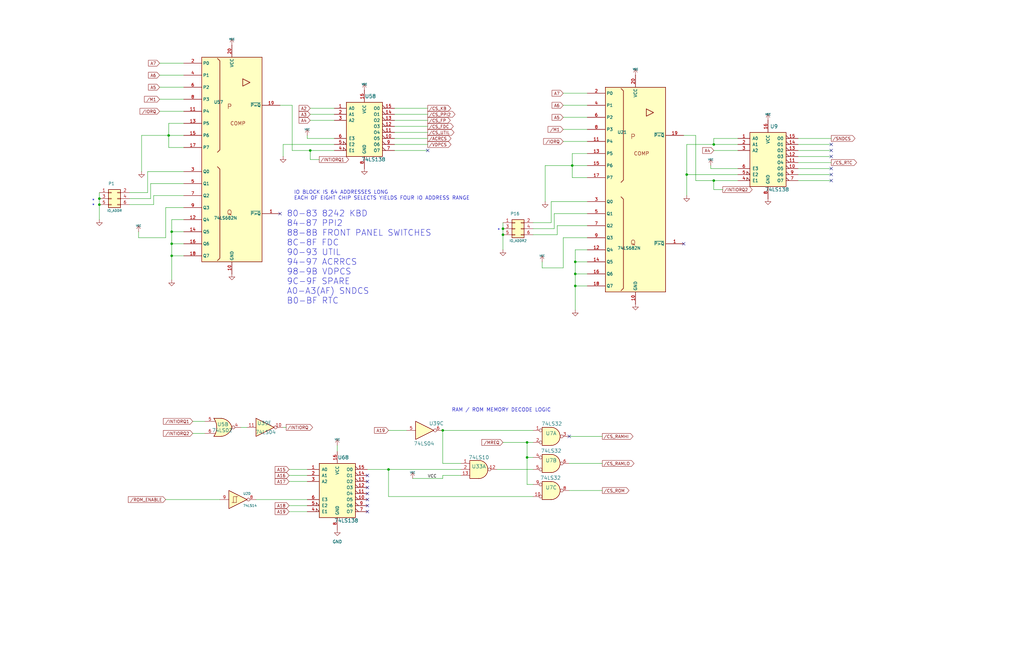
<source format=kicad_sch>
(kicad_sch
	(version 20250114)
	(generator "eeschema")
	(generator_version "9.0")
	(uuid "158081a6-a597-4050-b7f4-908c03f0a495")
	(paper "B")
	(title_block
		(title "N8PC")
		(date "2025-11-26")
		(rev "000.9")
		(comment 1 "https://github.com/danwerner21/N8PC")
		(comment 2 "Based on work by Andrew Lynch and John Coffman")
	)
	(lib_symbols
		(symbol "74xx:74LS02"
			(pin_names
				(offset 1.016)
			)
			(exclude_from_sim no)
			(in_bom yes)
			(on_board yes)
			(property "Reference" "U"
				(at 0 1.27 0)
				(effects
					(font
						(size 1.27 1.27)
					)
				)
			)
			(property "Value" "74LS02"
				(at 0 -1.27 0)
				(effects
					(font
						(size 1.27 1.27)
					)
				)
			)
			(property "Footprint" ""
				(at 0 0 0)
				(effects
					(font
						(size 1.27 1.27)
					)
					(hide yes)
				)
			)
			(property "Datasheet" "http://www.ti.com/lit/gpn/sn74ls02"
				(at 0 0 0)
				(effects
					(font
						(size 1.27 1.27)
					)
					(hide yes)
				)
			)
			(property "Description" "quad 2-input NOR gate"
				(at 0 0 0)
				(effects
					(font
						(size 1.27 1.27)
					)
					(hide yes)
				)
			)
			(property "ki_locked" ""
				(at 0 0 0)
				(effects
					(font
						(size 1.27 1.27)
					)
				)
			)
			(property "ki_keywords" "TTL Nor2"
				(at 0 0 0)
				(effects
					(font
						(size 1.27 1.27)
					)
					(hide yes)
				)
			)
			(property "ki_fp_filters" "SO14* DIP*W7.62mm*"
				(at 0 0 0)
				(effects
					(font
						(size 1.27 1.27)
					)
					(hide yes)
				)
			)
			(symbol "74LS02_1_1"
				(arc
					(start -3.81 3.81)
					(mid -2.589 0)
					(end -3.81 -3.81)
					(stroke
						(width 0.254)
						(type default)
					)
					(fill
						(type none)
					)
				)
				(polyline
					(pts
						(xy -3.81 3.81) (xy -0.635 3.81)
					)
					(stroke
						(width 0.254)
						(type default)
					)
					(fill
						(type background)
					)
				)
				(polyline
					(pts
						(xy -3.81 -3.81) (xy -0.635 -3.81)
					)
					(stroke
						(width 0.254)
						(type default)
					)
					(fill
						(type background)
					)
				)
				(arc
					(start 3.81 0)
					(mid 2.1855 -2.584)
					(end -0.6096 -3.81)
					(stroke
						(width 0.254)
						(type default)
					)
					(fill
						(type background)
					)
				)
				(arc
					(start -0.6096 3.81)
					(mid 2.1928 2.5924)
					(end 3.81 0)
					(stroke
						(width 0.254)
						(type default)
					)
					(fill
						(type background)
					)
				)
				(polyline
					(pts
						(xy -0.635 3.81) (xy -3.81 3.81) (xy -3.81 3.81) (xy -3.556 3.4036) (xy -3.0226 2.2606) (xy -2.6924 1.0414)
						(xy -2.6162 -0.254) (xy -2.7686 -1.4986) (xy -3.175 -2.7178) (xy -3.81 -3.81) (xy -3.81 -3.81)
						(xy -0.635 -3.81)
					)
					(stroke
						(width -25.4)
						(type default)
					)
					(fill
						(type background)
					)
				)
				(pin input line
					(at -7.62 2.54 0)
					(length 4.318)
					(name "~"
						(effects
							(font
								(size 1.27 1.27)
							)
						)
					)
					(number "2"
						(effects
							(font
								(size 1.27 1.27)
							)
						)
					)
				)
				(pin input line
					(at -7.62 -2.54 0)
					(length 4.318)
					(name "~"
						(effects
							(font
								(size 1.27 1.27)
							)
						)
					)
					(number "3"
						(effects
							(font
								(size 1.27 1.27)
							)
						)
					)
				)
				(pin output inverted
					(at 7.62 0 180)
					(length 3.81)
					(name "~"
						(effects
							(font
								(size 1.27 1.27)
							)
						)
					)
					(number "1"
						(effects
							(font
								(size 1.27 1.27)
							)
						)
					)
				)
			)
			(symbol "74LS02_1_2"
				(arc
					(start 0 3.81)
					(mid 3.7934 0)
					(end 0 -3.81)
					(stroke
						(width 0.254)
						(type default)
					)
					(fill
						(type background)
					)
				)
				(polyline
					(pts
						(xy 0 3.81) (xy -3.81 3.81) (xy -3.81 -3.81) (xy 0 -3.81)
					)
					(stroke
						(width 0.254)
						(type default)
					)
					(fill
						(type background)
					)
				)
				(pin input inverted
					(at -7.62 2.54 0)
					(length 3.81)
					(name "~"
						(effects
							(font
								(size 1.27 1.27)
							)
						)
					)
					(number "2"
						(effects
							(font
								(size 1.27 1.27)
							)
						)
					)
				)
				(pin input inverted
					(at -7.62 -2.54 0)
					(length 3.81)
					(name "~"
						(effects
							(font
								(size 1.27 1.27)
							)
						)
					)
					(number "3"
						(effects
							(font
								(size 1.27 1.27)
							)
						)
					)
				)
				(pin output line
					(at 7.62 0 180)
					(length 3.81)
					(name "~"
						(effects
							(font
								(size 1.27 1.27)
							)
						)
					)
					(number "1"
						(effects
							(font
								(size 1.27 1.27)
							)
						)
					)
				)
			)
			(symbol "74LS02_2_1"
				(arc
					(start -3.81 3.81)
					(mid -2.589 0)
					(end -3.81 -3.81)
					(stroke
						(width 0.254)
						(type default)
					)
					(fill
						(type none)
					)
				)
				(polyline
					(pts
						(xy -3.81 3.81) (xy -0.635 3.81)
					)
					(stroke
						(width 0.254)
						(type default)
					)
					(fill
						(type background)
					)
				)
				(polyline
					(pts
						(xy -3.81 -3.81) (xy -0.635 -3.81)
					)
					(stroke
						(width 0.254)
						(type default)
					)
					(fill
						(type background)
					)
				)
				(arc
					(start 3.81 0)
					(mid 2.1855 -2.584)
					(end -0.6096 -3.81)
					(stroke
						(width 0.254)
						(type default)
					)
					(fill
						(type background)
					)
				)
				(arc
					(start -0.6096 3.81)
					(mid 2.1928 2.5924)
					(end 3.81 0)
					(stroke
						(width 0.254)
						(type default)
					)
					(fill
						(type background)
					)
				)
				(polyline
					(pts
						(xy -0.635 3.81) (xy -3.81 3.81) (xy -3.81 3.81) (xy -3.556 3.4036) (xy -3.0226 2.2606) (xy -2.6924 1.0414)
						(xy -2.6162 -0.254) (xy -2.7686 -1.4986) (xy -3.175 -2.7178) (xy -3.81 -3.81) (xy -3.81 -3.81)
						(xy -0.635 -3.81)
					)
					(stroke
						(width -25.4)
						(type default)
					)
					(fill
						(type background)
					)
				)
				(pin input line
					(at -7.62 2.54 0)
					(length 4.318)
					(name "~"
						(effects
							(font
								(size 1.27 1.27)
							)
						)
					)
					(number "5"
						(effects
							(font
								(size 1.27 1.27)
							)
						)
					)
				)
				(pin input line
					(at -7.62 -2.54 0)
					(length 4.318)
					(name "~"
						(effects
							(font
								(size 1.27 1.27)
							)
						)
					)
					(number "6"
						(effects
							(font
								(size 1.27 1.27)
							)
						)
					)
				)
				(pin output inverted
					(at 7.62 0 180)
					(length 3.81)
					(name "~"
						(effects
							(font
								(size 1.27 1.27)
							)
						)
					)
					(number "4"
						(effects
							(font
								(size 1.27 1.27)
							)
						)
					)
				)
			)
			(symbol "74LS02_2_2"
				(arc
					(start 0 3.81)
					(mid 3.7934 0)
					(end 0 -3.81)
					(stroke
						(width 0.254)
						(type default)
					)
					(fill
						(type background)
					)
				)
				(polyline
					(pts
						(xy 0 3.81) (xy -3.81 3.81) (xy -3.81 -3.81) (xy 0 -3.81)
					)
					(stroke
						(width 0.254)
						(type default)
					)
					(fill
						(type background)
					)
				)
				(pin input inverted
					(at -7.62 2.54 0)
					(length 3.81)
					(name "~"
						(effects
							(font
								(size 1.27 1.27)
							)
						)
					)
					(number "5"
						(effects
							(font
								(size 1.27 1.27)
							)
						)
					)
				)
				(pin input inverted
					(at -7.62 -2.54 0)
					(length 3.81)
					(name "~"
						(effects
							(font
								(size 1.27 1.27)
							)
						)
					)
					(number "6"
						(effects
							(font
								(size 1.27 1.27)
							)
						)
					)
				)
				(pin output line
					(at 7.62 0 180)
					(length 3.81)
					(name "~"
						(effects
							(font
								(size 1.27 1.27)
							)
						)
					)
					(number "4"
						(effects
							(font
								(size 1.27 1.27)
							)
						)
					)
				)
			)
			(symbol "74LS02_3_1"
				(arc
					(start -3.81 3.81)
					(mid -2.589 0)
					(end -3.81 -3.81)
					(stroke
						(width 0.254)
						(type default)
					)
					(fill
						(type none)
					)
				)
				(polyline
					(pts
						(xy -3.81 3.81) (xy -0.635 3.81)
					)
					(stroke
						(width 0.254)
						(type default)
					)
					(fill
						(type background)
					)
				)
				(polyline
					(pts
						(xy -3.81 -3.81) (xy -0.635 -3.81)
					)
					(stroke
						(width 0.254)
						(type default)
					)
					(fill
						(type background)
					)
				)
				(arc
					(start 3.81 0)
					(mid 2.1855 -2.584)
					(end -0.6096 -3.81)
					(stroke
						(width 0.254)
						(type default)
					)
					(fill
						(type background)
					)
				)
				(arc
					(start -0.6096 3.81)
					(mid 2.1928 2.5924)
					(end 3.81 0)
					(stroke
						(width 0.254)
						(type default)
					)
					(fill
						(type background)
					)
				)
				(polyline
					(pts
						(xy -0.635 3.81) (xy -3.81 3.81) (xy -3.81 3.81) (xy -3.556 3.4036) (xy -3.0226 2.2606) (xy -2.6924 1.0414)
						(xy -2.6162 -0.254) (xy -2.7686 -1.4986) (xy -3.175 -2.7178) (xy -3.81 -3.81) (xy -3.81 -3.81)
						(xy -0.635 -3.81)
					)
					(stroke
						(width -25.4)
						(type default)
					)
					(fill
						(type background)
					)
				)
				(pin input line
					(at -7.62 2.54 0)
					(length 4.318)
					(name "~"
						(effects
							(font
								(size 1.27 1.27)
							)
						)
					)
					(number "8"
						(effects
							(font
								(size 1.27 1.27)
							)
						)
					)
				)
				(pin input line
					(at -7.62 -2.54 0)
					(length 4.318)
					(name "~"
						(effects
							(font
								(size 1.27 1.27)
							)
						)
					)
					(number "9"
						(effects
							(font
								(size 1.27 1.27)
							)
						)
					)
				)
				(pin output inverted
					(at 7.62 0 180)
					(length 3.81)
					(name "~"
						(effects
							(font
								(size 1.27 1.27)
							)
						)
					)
					(number "10"
						(effects
							(font
								(size 1.27 1.27)
							)
						)
					)
				)
			)
			(symbol "74LS02_3_2"
				(arc
					(start 0 3.81)
					(mid 3.7934 0)
					(end 0 -3.81)
					(stroke
						(width 0.254)
						(type default)
					)
					(fill
						(type background)
					)
				)
				(polyline
					(pts
						(xy 0 3.81) (xy -3.81 3.81) (xy -3.81 -3.81) (xy 0 -3.81)
					)
					(stroke
						(width 0.254)
						(type default)
					)
					(fill
						(type background)
					)
				)
				(pin input inverted
					(at -7.62 2.54 0)
					(length 3.81)
					(name "~"
						(effects
							(font
								(size 1.27 1.27)
							)
						)
					)
					(number "8"
						(effects
							(font
								(size 1.27 1.27)
							)
						)
					)
				)
				(pin input inverted
					(at -7.62 -2.54 0)
					(length 3.81)
					(name "~"
						(effects
							(font
								(size 1.27 1.27)
							)
						)
					)
					(number "9"
						(effects
							(font
								(size 1.27 1.27)
							)
						)
					)
				)
				(pin output line
					(at 7.62 0 180)
					(length 3.81)
					(name "~"
						(effects
							(font
								(size 1.27 1.27)
							)
						)
					)
					(number "10"
						(effects
							(font
								(size 1.27 1.27)
							)
						)
					)
				)
			)
			(symbol "74LS02_4_1"
				(arc
					(start -3.81 3.81)
					(mid -2.589 0)
					(end -3.81 -3.81)
					(stroke
						(width 0.254)
						(type default)
					)
					(fill
						(type none)
					)
				)
				(polyline
					(pts
						(xy -3.81 3.81) (xy -0.635 3.81)
					)
					(stroke
						(width 0.254)
						(type default)
					)
					(fill
						(type background)
					)
				)
				(polyline
					(pts
						(xy -3.81 -3.81) (xy -0.635 -3.81)
					)
					(stroke
						(width 0.254)
						(type default)
					)
					(fill
						(type background)
					)
				)
				(arc
					(start 3.81 0)
					(mid 2.1855 -2.584)
					(end -0.6096 -3.81)
					(stroke
						(width 0.254)
						(type default)
					)
					(fill
						(type background)
					)
				)
				(arc
					(start -0.6096 3.81)
					(mid 2.1928 2.5924)
					(end 3.81 0)
					(stroke
						(width 0.254)
						(type default)
					)
					(fill
						(type background)
					)
				)
				(polyline
					(pts
						(xy -0.635 3.81) (xy -3.81 3.81) (xy -3.81 3.81) (xy -3.556 3.4036) (xy -3.0226 2.2606) (xy -2.6924 1.0414)
						(xy -2.6162 -0.254) (xy -2.7686 -1.4986) (xy -3.175 -2.7178) (xy -3.81 -3.81) (xy -3.81 -3.81)
						(xy -0.635 -3.81)
					)
					(stroke
						(width -25.4)
						(type default)
					)
					(fill
						(type background)
					)
				)
				(pin input line
					(at -7.62 2.54 0)
					(length 4.318)
					(name "~"
						(effects
							(font
								(size 1.27 1.27)
							)
						)
					)
					(number "11"
						(effects
							(font
								(size 1.27 1.27)
							)
						)
					)
				)
				(pin input line
					(at -7.62 -2.54 0)
					(length 4.318)
					(name "~"
						(effects
							(font
								(size 1.27 1.27)
							)
						)
					)
					(number "12"
						(effects
							(font
								(size 1.27 1.27)
							)
						)
					)
				)
				(pin output inverted
					(at 7.62 0 180)
					(length 3.81)
					(name "~"
						(effects
							(font
								(size 1.27 1.27)
							)
						)
					)
					(number "13"
						(effects
							(font
								(size 1.27 1.27)
							)
						)
					)
				)
			)
			(symbol "74LS02_4_2"
				(arc
					(start 0 3.81)
					(mid 3.7934 0)
					(end 0 -3.81)
					(stroke
						(width 0.254)
						(type default)
					)
					(fill
						(type background)
					)
				)
				(polyline
					(pts
						(xy 0 3.81) (xy -3.81 3.81) (xy -3.81 -3.81) (xy 0 -3.81)
					)
					(stroke
						(width 0.254)
						(type default)
					)
					(fill
						(type background)
					)
				)
				(pin input inverted
					(at -7.62 2.54 0)
					(length 3.81)
					(name "~"
						(effects
							(font
								(size 1.27 1.27)
							)
						)
					)
					(number "11"
						(effects
							(font
								(size 1.27 1.27)
							)
						)
					)
				)
				(pin input inverted
					(at -7.62 -2.54 0)
					(length 3.81)
					(name "~"
						(effects
							(font
								(size 1.27 1.27)
							)
						)
					)
					(number "12"
						(effects
							(font
								(size 1.27 1.27)
							)
						)
					)
				)
				(pin output line
					(at 7.62 0 180)
					(length 3.81)
					(name "~"
						(effects
							(font
								(size 1.27 1.27)
							)
						)
					)
					(number "13"
						(effects
							(font
								(size 1.27 1.27)
							)
						)
					)
				)
			)
			(symbol "74LS02_5_0"
				(pin power_in line
					(at 0 12.7 270)
					(length 5.08)
					(name "VCC"
						(effects
							(font
								(size 1.27 1.27)
							)
						)
					)
					(number "14"
						(effects
							(font
								(size 1.27 1.27)
							)
						)
					)
				)
				(pin power_in line
					(at 0 -12.7 90)
					(length 5.08)
					(name "GND"
						(effects
							(font
								(size 1.27 1.27)
							)
						)
					)
					(number "7"
						(effects
							(font
								(size 1.27 1.27)
							)
						)
					)
				)
			)
			(symbol "74LS02_5_1"
				(rectangle
					(start -5.08 7.62)
					(end 5.08 -7.62)
					(stroke
						(width 0.254)
						(type default)
					)
					(fill
						(type background)
					)
				)
			)
			(embedded_fonts no)
		)
		(symbol "74xx:74LS04"
			(exclude_from_sim no)
			(in_bom yes)
			(on_board yes)
			(property "Reference" "U"
				(at 0 1.27 0)
				(effects
					(font
						(size 1.27 1.27)
					)
				)
			)
			(property "Value" "74LS04"
				(at 0 -1.27 0)
				(effects
					(font
						(size 1.27 1.27)
					)
				)
			)
			(property "Footprint" ""
				(at 0 0 0)
				(effects
					(font
						(size 1.27 1.27)
					)
					(hide yes)
				)
			)
			(property "Datasheet" "http://www.ti.com/lit/gpn/sn74LS04"
				(at 0 0 0)
				(effects
					(font
						(size 1.27 1.27)
					)
					(hide yes)
				)
			)
			(property "Description" "Hex Inverter"
				(at 0 0 0)
				(effects
					(font
						(size 1.27 1.27)
					)
					(hide yes)
				)
			)
			(property "ki_locked" ""
				(at 0 0 0)
				(effects
					(font
						(size 1.27 1.27)
					)
				)
			)
			(property "ki_keywords" "TTL not inv"
				(at 0 0 0)
				(effects
					(font
						(size 1.27 1.27)
					)
					(hide yes)
				)
			)
			(property "ki_fp_filters" "DIP*W7.62mm* SSOP?14* TSSOP?14*"
				(at 0 0 0)
				(effects
					(font
						(size 1.27 1.27)
					)
					(hide yes)
				)
			)
			(symbol "74LS04_1_0"
				(polyline
					(pts
						(xy -3.81 3.81) (xy -3.81 -3.81) (xy 3.81 0) (xy -3.81 3.81)
					)
					(stroke
						(width 0.254)
						(type default)
					)
					(fill
						(type background)
					)
				)
				(pin input line
					(at -7.62 0 0)
					(length 3.81)
					(name "~"
						(effects
							(font
								(size 1.27 1.27)
							)
						)
					)
					(number "1"
						(effects
							(font
								(size 1.27 1.27)
							)
						)
					)
				)
				(pin output inverted
					(at 7.62 0 180)
					(length 3.81)
					(name "~"
						(effects
							(font
								(size 1.27 1.27)
							)
						)
					)
					(number "2"
						(effects
							(font
								(size 1.27 1.27)
							)
						)
					)
				)
			)
			(symbol "74LS04_2_0"
				(polyline
					(pts
						(xy -3.81 3.81) (xy -3.81 -3.81) (xy 3.81 0) (xy -3.81 3.81)
					)
					(stroke
						(width 0.254)
						(type default)
					)
					(fill
						(type background)
					)
				)
				(pin input line
					(at -7.62 0 0)
					(length 3.81)
					(name "~"
						(effects
							(font
								(size 1.27 1.27)
							)
						)
					)
					(number "3"
						(effects
							(font
								(size 1.27 1.27)
							)
						)
					)
				)
				(pin output inverted
					(at 7.62 0 180)
					(length 3.81)
					(name "~"
						(effects
							(font
								(size 1.27 1.27)
							)
						)
					)
					(number "4"
						(effects
							(font
								(size 1.27 1.27)
							)
						)
					)
				)
			)
			(symbol "74LS04_3_0"
				(polyline
					(pts
						(xy -3.81 3.81) (xy -3.81 -3.81) (xy 3.81 0) (xy -3.81 3.81)
					)
					(stroke
						(width 0.254)
						(type default)
					)
					(fill
						(type background)
					)
				)
				(pin input line
					(at -7.62 0 0)
					(length 3.81)
					(name "~"
						(effects
							(font
								(size 1.27 1.27)
							)
						)
					)
					(number "5"
						(effects
							(font
								(size 1.27 1.27)
							)
						)
					)
				)
				(pin output inverted
					(at 7.62 0 180)
					(length 3.81)
					(name "~"
						(effects
							(font
								(size 1.27 1.27)
							)
						)
					)
					(number "6"
						(effects
							(font
								(size 1.27 1.27)
							)
						)
					)
				)
			)
			(symbol "74LS04_4_0"
				(polyline
					(pts
						(xy -3.81 3.81) (xy -3.81 -3.81) (xy 3.81 0) (xy -3.81 3.81)
					)
					(stroke
						(width 0.254)
						(type default)
					)
					(fill
						(type background)
					)
				)
				(pin input line
					(at -7.62 0 0)
					(length 3.81)
					(name "~"
						(effects
							(font
								(size 1.27 1.27)
							)
						)
					)
					(number "9"
						(effects
							(font
								(size 1.27 1.27)
							)
						)
					)
				)
				(pin output inverted
					(at 7.62 0 180)
					(length 3.81)
					(name "~"
						(effects
							(font
								(size 1.27 1.27)
							)
						)
					)
					(number "8"
						(effects
							(font
								(size 1.27 1.27)
							)
						)
					)
				)
			)
			(symbol "74LS04_5_0"
				(polyline
					(pts
						(xy -3.81 3.81) (xy -3.81 -3.81) (xy 3.81 0) (xy -3.81 3.81)
					)
					(stroke
						(width 0.254)
						(type default)
					)
					(fill
						(type background)
					)
				)
				(pin input line
					(at -7.62 0 0)
					(length 3.81)
					(name "~"
						(effects
							(font
								(size 1.27 1.27)
							)
						)
					)
					(number "11"
						(effects
							(font
								(size 1.27 1.27)
							)
						)
					)
				)
				(pin output inverted
					(at 7.62 0 180)
					(length 3.81)
					(name "~"
						(effects
							(font
								(size 1.27 1.27)
							)
						)
					)
					(number "10"
						(effects
							(font
								(size 1.27 1.27)
							)
						)
					)
				)
			)
			(symbol "74LS04_6_0"
				(polyline
					(pts
						(xy -3.81 3.81) (xy -3.81 -3.81) (xy 3.81 0) (xy -3.81 3.81)
					)
					(stroke
						(width 0.254)
						(type default)
					)
					(fill
						(type background)
					)
				)
				(pin input line
					(at -7.62 0 0)
					(length 3.81)
					(name "~"
						(effects
							(font
								(size 1.27 1.27)
							)
						)
					)
					(number "13"
						(effects
							(font
								(size 1.27 1.27)
							)
						)
					)
				)
				(pin output inverted
					(at 7.62 0 180)
					(length 3.81)
					(name "~"
						(effects
							(font
								(size 1.27 1.27)
							)
						)
					)
					(number "12"
						(effects
							(font
								(size 1.27 1.27)
							)
						)
					)
				)
			)
			(symbol "74LS04_7_0"
				(pin power_in line
					(at 0 12.7 270)
					(length 5.08)
					(name "VCC"
						(effects
							(font
								(size 1.27 1.27)
							)
						)
					)
					(number "14"
						(effects
							(font
								(size 1.27 1.27)
							)
						)
					)
				)
				(pin power_in line
					(at 0 -12.7 90)
					(length 5.08)
					(name "GND"
						(effects
							(font
								(size 1.27 1.27)
							)
						)
					)
					(number "7"
						(effects
							(font
								(size 1.27 1.27)
							)
						)
					)
				)
			)
			(symbol "74LS04_7_1"
				(rectangle
					(start -5.08 7.62)
					(end 5.08 -7.62)
					(stroke
						(width 0.254)
						(type default)
					)
					(fill
						(type background)
					)
				)
			)
			(embedded_fonts no)
		)
		(symbol "74xx:74LS10"
			(pin_names
				(offset 1.016)
			)
			(exclude_from_sim no)
			(in_bom yes)
			(on_board yes)
			(property "Reference" "U"
				(at 0 1.27 0)
				(effects
					(font
						(size 1.27 1.27)
					)
				)
			)
			(property "Value" "74LS10"
				(at 0 -1.27 0)
				(effects
					(font
						(size 1.27 1.27)
					)
				)
			)
			(property "Footprint" ""
				(at 0 0 0)
				(effects
					(font
						(size 1.27 1.27)
					)
					(hide yes)
				)
			)
			(property "Datasheet" "http://www.ti.com/lit/gpn/sn74LS10"
				(at 0 0 0)
				(effects
					(font
						(size 1.27 1.27)
					)
					(hide yes)
				)
			)
			(property "Description" "Triple 3-input NAND"
				(at 0 0 0)
				(effects
					(font
						(size 1.27 1.27)
					)
					(hide yes)
				)
			)
			(property "ki_locked" ""
				(at 0 0 0)
				(effects
					(font
						(size 1.27 1.27)
					)
				)
			)
			(property "ki_keywords" "TTL Nand3"
				(at 0 0 0)
				(effects
					(font
						(size 1.27 1.27)
					)
					(hide yes)
				)
			)
			(property "ki_fp_filters" "DIP*W7.62mm*"
				(at 0 0 0)
				(effects
					(font
						(size 1.27 1.27)
					)
					(hide yes)
				)
			)
			(symbol "74LS10_1_1"
				(arc
					(start 0 3.81)
					(mid 3.7934 0)
					(end 0 -3.81)
					(stroke
						(width 0.254)
						(type default)
					)
					(fill
						(type background)
					)
				)
				(polyline
					(pts
						(xy 0 3.81) (xy -3.81 3.81) (xy -3.81 -3.81) (xy 0 -3.81)
					)
					(stroke
						(width 0.254)
						(type default)
					)
					(fill
						(type background)
					)
				)
				(pin input line
					(at -7.62 2.54 0)
					(length 3.81)
					(name "~"
						(effects
							(font
								(size 1.27 1.27)
							)
						)
					)
					(number "1"
						(effects
							(font
								(size 1.27 1.27)
							)
						)
					)
				)
				(pin input line
					(at -7.62 0 0)
					(length 3.81)
					(name "~"
						(effects
							(font
								(size 1.27 1.27)
							)
						)
					)
					(number "2"
						(effects
							(font
								(size 1.27 1.27)
							)
						)
					)
				)
				(pin input line
					(at -7.62 -2.54 0)
					(length 3.81)
					(name "~"
						(effects
							(font
								(size 1.27 1.27)
							)
						)
					)
					(number "13"
						(effects
							(font
								(size 1.27 1.27)
							)
						)
					)
				)
				(pin output inverted
					(at 7.62 0 180)
					(length 3.81)
					(name "~"
						(effects
							(font
								(size 1.27 1.27)
							)
						)
					)
					(number "12"
						(effects
							(font
								(size 1.27 1.27)
							)
						)
					)
				)
			)
			(symbol "74LS10_1_2"
				(arc
					(start -3.81 3.81)
					(mid -2.589 0)
					(end -3.81 -3.81)
					(stroke
						(width 0.254)
						(type default)
					)
					(fill
						(type none)
					)
				)
				(polyline
					(pts
						(xy -3.81 3.81) (xy -0.635 3.81)
					)
					(stroke
						(width 0.254)
						(type default)
					)
					(fill
						(type background)
					)
				)
				(polyline
					(pts
						(xy -3.81 -3.81) (xy -0.635 -3.81)
					)
					(stroke
						(width 0.254)
						(type default)
					)
					(fill
						(type background)
					)
				)
				(arc
					(start 3.81 0)
					(mid 2.1855 -2.584)
					(end -0.6096 -3.81)
					(stroke
						(width 0.254)
						(type default)
					)
					(fill
						(type background)
					)
				)
				(arc
					(start -0.6096 3.81)
					(mid 2.1928 2.5924)
					(end 3.81 0)
					(stroke
						(width 0.254)
						(type default)
					)
					(fill
						(type background)
					)
				)
				(polyline
					(pts
						(xy -0.635 3.81) (xy -3.81 3.81) (xy -3.81 3.81) (xy -3.556 3.4036) (xy -3.0226 2.2606) (xy -2.6924 1.0414)
						(xy -2.6162 -0.254) (xy -2.7686 -1.4986) (xy -3.175 -2.7178) (xy -3.81 -3.81) (xy -3.81 -3.81)
						(xy -0.635 -3.81)
					)
					(stroke
						(width -25.4)
						(type default)
					)
					(fill
						(type background)
					)
				)
				(pin input inverted
					(at -7.62 2.54 0)
					(length 4.318)
					(name "~"
						(effects
							(font
								(size 1.27 1.27)
							)
						)
					)
					(number "1"
						(effects
							(font
								(size 1.27 1.27)
							)
						)
					)
				)
				(pin input inverted
					(at -7.62 0 0)
					(length 4.953)
					(name "~"
						(effects
							(font
								(size 1.27 1.27)
							)
						)
					)
					(number "2"
						(effects
							(font
								(size 1.27 1.27)
							)
						)
					)
				)
				(pin input inverted
					(at -7.62 -2.54 0)
					(length 4.318)
					(name "~"
						(effects
							(font
								(size 1.27 1.27)
							)
						)
					)
					(number "13"
						(effects
							(font
								(size 1.27 1.27)
							)
						)
					)
				)
				(pin output line
					(at 7.62 0 180)
					(length 3.81)
					(name "~"
						(effects
							(font
								(size 1.27 1.27)
							)
						)
					)
					(number "12"
						(effects
							(font
								(size 1.27 1.27)
							)
						)
					)
				)
			)
			(symbol "74LS10_2_1"
				(arc
					(start 0 3.81)
					(mid 3.7934 0)
					(end 0 -3.81)
					(stroke
						(width 0.254)
						(type default)
					)
					(fill
						(type background)
					)
				)
				(polyline
					(pts
						(xy 0 3.81) (xy -3.81 3.81) (xy -3.81 -3.81) (xy 0 -3.81)
					)
					(stroke
						(width 0.254)
						(type default)
					)
					(fill
						(type background)
					)
				)
				(pin input line
					(at -7.62 2.54 0)
					(length 3.81)
					(name "~"
						(effects
							(font
								(size 1.27 1.27)
							)
						)
					)
					(number "3"
						(effects
							(font
								(size 1.27 1.27)
							)
						)
					)
				)
				(pin input line
					(at -7.62 0 0)
					(length 3.81)
					(name "~"
						(effects
							(font
								(size 1.27 1.27)
							)
						)
					)
					(number "4"
						(effects
							(font
								(size 1.27 1.27)
							)
						)
					)
				)
				(pin input line
					(at -7.62 -2.54 0)
					(length 3.81)
					(name "~"
						(effects
							(font
								(size 1.27 1.27)
							)
						)
					)
					(number "5"
						(effects
							(font
								(size 1.27 1.27)
							)
						)
					)
				)
				(pin output inverted
					(at 7.62 0 180)
					(length 3.81)
					(name "~"
						(effects
							(font
								(size 1.27 1.27)
							)
						)
					)
					(number "6"
						(effects
							(font
								(size 1.27 1.27)
							)
						)
					)
				)
			)
			(symbol "74LS10_2_2"
				(arc
					(start -3.81 3.81)
					(mid -2.589 0)
					(end -3.81 -3.81)
					(stroke
						(width 0.254)
						(type default)
					)
					(fill
						(type none)
					)
				)
				(polyline
					(pts
						(xy -3.81 3.81) (xy -0.635 3.81)
					)
					(stroke
						(width 0.254)
						(type default)
					)
					(fill
						(type background)
					)
				)
				(polyline
					(pts
						(xy -3.81 -3.81) (xy -0.635 -3.81)
					)
					(stroke
						(width 0.254)
						(type default)
					)
					(fill
						(type background)
					)
				)
				(arc
					(start 3.81 0)
					(mid 2.1855 -2.584)
					(end -0.6096 -3.81)
					(stroke
						(width 0.254)
						(type default)
					)
					(fill
						(type background)
					)
				)
				(arc
					(start -0.6096 3.81)
					(mid 2.1928 2.5924)
					(end 3.81 0)
					(stroke
						(width 0.254)
						(type default)
					)
					(fill
						(type background)
					)
				)
				(polyline
					(pts
						(xy -0.635 3.81) (xy -3.81 3.81) (xy -3.81 3.81) (xy -3.556 3.4036) (xy -3.0226 2.2606) (xy -2.6924 1.0414)
						(xy -2.6162 -0.254) (xy -2.7686 -1.4986) (xy -3.175 -2.7178) (xy -3.81 -3.81) (xy -3.81 -3.81)
						(xy -0.635 -3.81)
					)
					(stroke
						(width -25.4)
						(type default)
					)
					(fill
						(type background)
					)
				)
				(pin input inverted
					(at -7.62 2.54 0)
					(length 4.318)
					(name "~"
						(effects
							(font
								(size 1.27 1.27)
							)
						)
					)
					(number "3"
						(effects
							(font
								(size 1.27 1.27)
							)
						)
					)
				)
				(pin input inverted
					(at -7.62 0 0)
					(length 4.953)
					(name "~"
						(effects
							(font
								(size 1.27 1.27)
							)
						)
					)
					(number "4"
						(effects
							(font
								(size 1.27 1.27)
							)
						)
					)
				)
				(pin input inverted
					(at -7.62 -2.54 0)
					(length 4.318)
					(name "~"
						(effects
							(font
								(size 1.27 1.27)
							)
						)
					)
					(number "5"
						(effects
							(font
								(size 1.27 1.27)
							)
						)
					)
				)
				(pin output line
					(at 7.62 0 180)
					(length 3.81)
					(name "~"
						(effects
							(font
								(size 1.27 1.27)
							)
						)
					)
					(number "6"
						(effects
							(font
								(size 1.27 1.27)
							)
						)
					)
				)
			)
			(symbol "74LS10_3_1"
				(arc
					(start 0 3.81)
					(mid 3.7934 0)
					(end 0 -3.81)
					(stroke
						(width 0.254)
						(type default)
					)
					(fill
						(type background)
					)
				)
				(polyline
					(pts
						(xy 0 3.81) (xy -3.81 3.81) (xy -3.81 -3.81) (xy 0 -3.81)
					)
					(stroke
						(width 0.254)
						(type default)
					)
					(fill
						(type background)
					)
				)
				(pin input line
					(at -7.62 2.54 0)
					(length 3.81)
					(name "~"
						(effects
							(font
								(size 1.27 1.27)
							)
						)
					)
					(number "9"
						(effects
							(font
								(size 1.27 1.27)
							)
						)
					)
				)
				(pin input line
					(at -7.62 0 0)
					(length 3.81)
					(name "~"
						(effects
							(font
								(size 1.27 1.27)
							)
						)
					)
					(number "10"
						(effects
							(font
								(size 1.27 1.27)
							)
						)
					)
				)
				(pin input line
					(at -7.62 -2.54 0)
					(length 3.81)
					(name "~"
						(effects
							(font
								(size 1.27 1.27)
							)
						)
					)
					(number "11"
						(effects
							(font
								(size 1.27 1.27)
							)
						)
					)
				)
				(pin output inverted
					(at 7.62 0 180)
					(length 3.81)
					(name "~"
						(effects
							(font
								(size 1.27 1.27)
							)
						)
					)
					(number "8"
						(effects
							(font
								(size 1.27 1.27)
							)
						)
					)
				)
			)
			(symbol "74LS10_3_2"
				(arc
					(start -3.81 3.81)
					(mid -2.589 0)
					(end -3.81 -3.81)
					(stroke
						(width 0.254)
						(type default)
					)
					(fill
						(type none)
					)
				)
				(polyline
					(pts
						(xy -3.81 3.81) (xy -0.635 3.81)
					)
					(stroke
						(width 0.254)
						(type default)
					)
					(fill
						(type background)
					)
				)
				(polyline
					(pts
						(xy -3.81 -3.81) (xy -0.635 -3.81)
					)
					(stroke
						(width 0.254)
						(type default)
					)
					(fill
						(type background)
					)
				)
				(arc
					(start 3.81 0)
					(mid 2.1855 -2.584)
					(end -0.6096 -3.81)
					(stroke
						(width 0.254)
						(type default)
					)
					(fill
						(type background)
					)
				)
				(arc
					(start -0.6096 3.81)
					(mid 2.1928 2.5924)
					(end 3.81 0)
					(stroke
						(width 0.254)
						(type default)
					)
					(fill
						(type background)
					)
				)
				(polyline
					(pts
						(xy -0.635 3.81) (xy -3.81 3.81) (xy -3.81 3.81) (xy -3.556 3.4036) (xy -3.0226 2.2606) (xy -2.6924 1.0414)
						(xy -2.6162 -0.254) (xy -2.7686 -1.4986) (xy -3.175 -2.7178) (xy -3.81 -3.81) (xy -3.81 -3.81)
						(xy -0.635 -3.81)
					)
					(stroke
						(width -25.4)
						(type default)
					)
					(fill
						(type background)
					)
				)
				(pin input inverted
					(at -7.62 2.54 0)
					(length 4.318)
					(name "~"
						(effects
							(font
								(size 1.27 1.27)
							)
						)
					)
					(number "9"
						(effects
							(font
								(size 1.27 1.27)
							)
						)
					)
				)
				(pin input inverted
					(at -7.62 0 0)
					(length 4.953)
					(name "~"
						(effects
							(font
								(size 1.27 1.27)
							)
						)
					)
					(number "10"
						(effects
							(font
								(size 1.27 1.27)
							)
						)
					)
				)
				(pin input inverted
					(at -7.62 -2.54 0)
					(length 4.318)
					(name "~"
						(effects
							(font
								(size 1.27 1.27)
							)
						)
					)
					(number "11"
						(effects
							(font
								(size 1.27 1.27)
							)
						)
					)
				)
				(pin output line
					(at 7.62 0 180)
					(length 3.81)
					(name "~"
						(effects
							(font
								(size 1.27 1.27)
							)
						)
					)
					(number "8"
						(effects
							(font
								(size 1.27 1.27)
							)
						)
					)
				)
			)
			(symbol "74LS10_4_0"
				(pin power_in line
					(at 0 12.7 270)
					(length 5.08)
					(name "VCC"
						(effects
							(font
								(size 1.27 1.27)
							)
						)
					)
					(number "14"
						(effects
							(font
								(size 1.27 1.27)
							)
						)
					)
				)
				(pin power_in line
					(at 0 -12.7 90)
					(length 5.08)
					(name "GND"
						(effects
							(font
								(size 1.27 1.27)
							)
						)
					)
					(number "7"
						(effects
							(font
								(size 1.27 1.27)
							)
						)
					)
				)
			)
			(symbol "74LS10_4_1"
				(rectangle
					(start -5.08 7.62)
					(end 5.08 -7.62)
					(stroke
						(width 0.254)
						(type default)
					)
					(fill
						(type background)
					)
				)
			)
			(embedded_fonts no)
		)
		(symbol "74xx:74LS138"
			(pin_names
				(offset 1.016)
			)
			(exclude_from_sim no)
			(in_bom yes)
			(on_board yes)
			(property "Reference" "U"
				(at -7.62 11.43 0)
				(effects
					(font
						(size 1.27 1.27)
					)
				)
			)
			(property "Value" "74LS138"
				(at -7.62 -13.97 0)
				(effects
					(font
						(size 1.27 1.27)
					)
				)
			)
			(property "Footprint" ""
				(at 0 0 0)
				(effects
					(font
						(size 1.27 1.27)
					)
					(hide yes)
				)
			)
			(property "Datasheet" "http://www.ti.com/lit/gpn/sn74LS138"
				(at 0 0 0)
				(effects
					(font
						(size 1.27 1.27)
					)
					(hide yes)
				)
			)
			(property "Description" "Decoder 3 to 8 active low outputs"
				(at 0 0 0)
				(effects
					(font
						(size 1.27 1.27)
					)
					(hide yes)
				)
			)
			(property "ki_locked" ""
				(at 0 0 0)
				(effects
					(font
						(size 1.27 1.27)
					)
				)
			)
			(property "ki_keywords" "TTL DECOD DECOD8"
				(at 0 0 0)
				(effects
					(font
						(size 1.27 1.27)
					)
					(hide yes)
				)
			)
			(property "ki_fp_filters" "DIP?16*"
				(at 0 0 0)
				(effects
					(font
						(size 1.27 1.27)
					)
					(hide yes)
				)
			)
			(symbol "74LS138_1_0"
				(pin input line
					(at -12.7 7.62 0)
					(length 5.08)
					(name "A0"
						(effects
							(font
								(size 1.27 1.27)
							)
						)
					)
					(number "1"
						(effects
							(font
								(size 1.27 1.27)
							)
						)
					)
				)
				(pin input line
					(at -12.7 5.08 0)
					(length 5.08)
					(name "A1"
						(effects
							(font
								(size 1.27 1.27)
							)
						)
					)
					(number "2"
						(effects
							(font
								(size 1.27 1.27)
							)
						)
					)
				)
				(pin input line
					(at -12.7 2.54 0)
					(length 5.08)
					(name "A2"
						(effects
							(font
								(size 1.27 1.27)
							)
						)
					)
					(number "3"
						(effects
							(font
								(size 1.27 1.27)
							)
						)
					)
				)
				(pin input line
					(at -12.7 -5.08 0)
					(length 5.08)
					(name "E3"
						(effects
							(font
								(size 1.27 1.27)
							)
						)
					)
					(number "6"
						(effects
							(font
								(size 1.27 1.27)
							)
						)
					)
				)
				(pin input input_low
					(at -12.7 -7.62 0)
					(length 5.08)
					(name "E2"
						(effects
							(font
								(size 1.27 1.27)
							)
						)
					)
					(number "5"
						(effects
							(font
								(size 1.27 1.27)
							)
						)
					)
				)
				(pin input input_low
					(at -12.7 -10.16 0)
					(length 5.08)
					(name "E1"
						(effects
							(font
								(size 1.27 1.27)
							)
						)
					)
					(number "4"
						(effects
							(font
								(size 1.27 1.27)
							)
						)
					)
				)
				(pin power_in line
					(at 0 15.24 270)
					(length 5.08)
					(name "VCC"
						(effects
							(font
								(size 1.27 1.27)
							)
						)
					)
					(number "16"
						(effects
							(font
								(size 1.27 1.27)
							)
						)
					)
				)
				(pin power_in line
					(at 0 -17.78 90)
					(length 5.08)
					(name "GND"
						(effects
							(font
								(size 1.27 1.27)
							)
						)
					)
					(number "8"
						(effects
							(font
								(size 1.27 1.27)
							)
						)
					)
				)
				(pin output output_low
					(at 12.7 7.62 180)
					(length 5.08)
					(name "O0"
						(effects
							(font
								(size 1.27 1.27)
							)
						)
					)
					(number "15"
						(effects
							(font
								(size 1.27 1.27)
							)
						)
					)
				)
				(pin output output_low
					(at 12.7 5.08 180)
					(length 5.08)
					(name "O1"
						(effects
							(font
								(size 1.27 1.27)
							)
						)
					)
					(number "14"
						(effects
							(font
								(size 1.27 1.27)
							)
						)
					)
				)
				(pin output output_low
					(at 12.7 2.54 180)
					(length 5.08)
					(name "O2"
						(effects
							(font
								(size 1.27 1.27)
							)
						)
					)
					(number "13"
						(effects
							(font
								(size 1.27 1.27)
							)
						)
					)
				)
				(pin output output_low
					(at 12.7 0 180)
					(length 5.08)
					(name "O3"
						(effects
							(font
								(size 1.27 1.27)
							)
						)
					)
					(number "12"
						(effects
							(font
								(size 1.27 1.27)
							)
						)
					)
				)
				(pin output output_low
					(at 12.7 -2.54 180)
					(length 5.08)
					(name "O4"
						(effects
							(font
								(size 1.27 1.27)
							)
						)
					)
					(number "11"
						(effects
							(font
								(size 1.27 1.27)
							)
						)
					)
				)
				(pin output output_low
					(at 12.7 -5.08 180)
					(length 5.08)
					(name "O5"
						(effects
							(font
								(size 1.27 1.27)
							)
						)
					)
					(number "10"
						(effects
							(font
								(size 1.27 1.27)
							)
						)
					)
				)
				(pin output output_low
					(at 12.7 -7.62 180)
					(length 5.08)
					(name "O6"
						(effects
							(font
								(size 1.27 1.27)
							)
						)
					)
					(number "9"
						(effects
							(font
								(size 1.27 1.27)
							)
						)
					)
				)
				(pin output output_low
					(at 12.7 -10.16 180)
					(length 5.08)
					(name "O7"
						(effects
							(font
								(size 1.27 1.27)
							)
						)
					)
					(number "7"
						(effects
							(font
								(size 1.27 1.27)
							)
						)
					)
				)
			)
			(symbol "74LS138_1_1"
				(rectangle
					(start -7.62 10.16)
					(end 7.62 -12.7)
					(stroke
						(width 0.254)
						(type default)
					)
					(fill
						(type background)
					)
				)
			)
			(embedded_fonts no)
		)
		(symbol "74xx:74LS14"
			(pin_names
				(offset 1.016)
			)
			(exclude_from_sim no)
			(in_bom yes)
			(on_board yes)
			(property "Reference" "U"
				(at 0 1.27 0)
				(effects
					(font
						(size 1.27 1.27)
					)
				)
			)
			(property "Value" "74LS14"
				(at 0 -1.27 0)
				(effects
					(font
						(size 1.27 1.27)
					)
				)
			)
			(property "Footprint" ""
				(at 0 0 0)
				(effects
					(font
						(size 1.27 1.27)
					)
					(hide yes)
				)
			)
			(property "Datasheet" "http://www.ti.com/lit/gpn/sn74LS14"
				(at 0 0 0)
				(effects
					(font
						(size 1.27 1.27)
					)
					(hide yes)
				)
			)
			(property "Description" "Hex inverter schmitt trigger"
				(at 0 0 0)
				(effects
					(font
						(size 1.27 1.27)
					)
					(hide yes)
				)
			)
			(property "ki_locked" ""
				(at 0 0 0)
				(effects
					(font
						(size 1.27 1.27)
					)
				)
			)
			(property "ki_keywords" "TTL not inverter"
				(at 0 0 0)
				(effects
					(font
						(size 1.27 1.27)
					)
					(hide yes)
				)
			)
			(property "ki_fp_filters" "DIP*W7.62mm*"
				(at 0 0 0)
				(effects
					(font
						(size 1.27 1.27)
					)
					(hide yes)
				)
			)
			(symbol "74LS14_1_0"
				(polyline
					(pts
						(xy -3.81 3.81) (xy -3.81 -3.81) (xy 3.81 0) (xy -3.81 3.81)
					)
					(stroke
						(width 0.254)
						(type default)
					)
					(fill
						(type background)
					)
				)
				(pin input line
					(at -7.62 0 0)
					(length 3.81)
					(name "~"
						(effects
							(font
								(size 1.27 1.27)
							)
						)
					)
					(number "1"
						(effects
							(font
								(size 1.27 1.27)
							)
						)
					)
				)
				(pin output inverted
					(at 7.62 0 180)
					(length 3.81)
					(name "~"
						(effects
							(font
								(size 1.27 1.27)
							)
						)
					)
					(number "2"
						(effects
							(font
								(size 1.27 1.27)
							)
						)
					)
				)
			)
			(symbol "74LS14_1_1"
				(polyline
					(pts
						(xy -2.54 -1.27) (xy -0.635 -1.27) (xy -0.635 1.27) (xy 0 1.27)
					)
					(stroke
						(width 0)
						(type default)
					)
					(fill
						(type none)
					)
				)
				(polyline
					(pts
						(xy -1.905 -1.27) (xy -1.905 1.27) (xy -0.635 1.27)
					)
					(stroke
						(width 0)
						(type default)
					)
					(fill
						(type none)
					)
				)
			)
			(symbol "74LS14_2_0"
				(polyline
					(pts
						(xy -3.81 3.81) (xy -3.81 -3.81) (xy 3.81 0) (xy -3.81 3.81)
					)
					(stroke
						(width 0.254)
						(type default)
					)
					(fill
						(type background)
					)
				)
				(pin input line
					(at -7.62 0 0)
					(length 3.81)
					(name "~"
						(effects
							(font
								(size 1.27 1.27)
							)
						)
					)
					(number "3"
						(effects
							(font
								(size 1.27 1.27)
							)
						)
					)
				)
				(pin output inverted
					(at 7.62 0 180)
					(length 3.81)
					(name "~"
						(effects
							(font
								(size 1.27 1.27)
							)
						)
					)
					(number "4"
						(effects
							(font
								(size 1.27 1.27)
							)
						)
					)
				)
			)
			(symbol "74LS14_2_1"
				(polyline
					(pts
						(xy -2.54 -1.27) (xy -0.635 -1.27) (xy -0.635 1.27) (xy 0 1.27)
					)
					(stroke
						(width 0)
						(type default)
					)
					(fill
						(type none)
					)
				)
				(polyline
					(pts
						(xy -1.905 -1.27) (xy -1.905 1.27) (xy -0.635 1.27)
					)
					(stroke
						(width 0)
						(type default)
					)
					(fill
						(type none)
					)
				)
			)
			(symbol "74LS14_3_0"
				(polyline
					(pts
						(xy -3.81 3.81) (xy -3.81 -3.81) (xy 3.81 0) (xy -3.81 3.81)
					)
					(stroke
						(width 0.254)
						(type default)
					)
					(fill
						(type background)
					)
				)
				(pin input line
					(at -7.62 0 0)
					(length 3.81)
					(name "~"
						(effects
							(font
								(size 1.27 1.27)
							)
						)
					)
					(number "5"
						(effects
							(font
								(size 1.27 1.27)
							)
						)
					)
				)
				(pin output inverted
					(at 7.62 0 180)
					(length 3.81)
					(name "~"
						(effects
							(font
								(size 1.27 1.27)
							)
						)
					)
					(number "6"
						(effects
							(font
								(size 1.27 1.27)
							)
						)
					)
				)
			)
			(symbol "74LS14_3_1"
				(polyline
					(pts
						(xy -2.54 -1.27) (xy -0.635 -1.27) (xy -0.635 1.27) (xy 0 1.27)
					)
					(stroke
						(width 0)
						(type default)
					)
					(fill
						(type none)
					)
				)
				(polyline
					(pts
						(xy -1.905 -1.27) (xy -1.905 1.27) (xy -0.635 1.27)
					)
					(stroke
						(width 0)
						(type default)
					)
					(fill
						(type none)
					)
				)
			)
			(symbol "74LS14_4_0"
				(polyline
					(pts
						(xy -3.81 3.81) (xy -3.81 -3.81) (xy 3.81 0) (xy -3.81 3.81)
					)
					(stroke
						(width 0.254)
						(type default)
					)
					(fill
						(type background)
					)
				)
				(pin input line
					(at -7.62 0 0)
					(length 3.81)
					(name "~"
						(effects
							(font
								(size 1.27 1.27)
							)
						)
					)
					(number "9"
						(effects
							(font
								(size 1.27 1.27)
							)
						)
					)
				)
				(pin output inverted
					(at 7.62 0 180)
					(length 3.81)
					(name "~"
						(effects
							(font
								(size 1.27 1.27)
							)
						)
					)
					(number "8"
						(effects
							(font
								(size 1.27 1.27)
							)
						)
					)
				)
			)
			(symbol "74LS14_4_1"
				(polyline
					(pts
						(xy -2.54 -1.27) (xy -0.635 -1.27) (xy -0.635 1.27) (xy 0 1.27)
					)
					(stroke
						(width 0)
						(type default)
					)
					(fill
						(type none)
					)
				)
				(polyline
					(pts
						(xy -1.905 -1.27) (xy -1.905 1.27) (xy -0.635 1.27)
					)
					(stroke
						(width 0)
						(type default)
					)
					(fill
						(type none)
					)
				)
			)
			(symbol "74LS14_5_0"
				(polyline
					(pts
						(xy -3.81 3.81) (xy -3.81 -3.81) (xy 3.81 0) (xy -3.81 3.81)
					)
					(stroke
						(width 0.254)
						(type default)
					)
					(fill
						(type background)
					)
				)
				(pin input line
					(at -7.62 0 0)
					(length 3.81)
					(name "~"
						(effects
							(font
								(size 1.27 1.27)
							)
						)
					)
					(number "11"
						(effects
							(font
								(size 1.27 1.27)
							)
						)
					)
				)
				(pin output inverted
					(at 7.62 0 180)
					(length 3.81)
					(name "~"
						(effects
							(font
								(size 1.27 1.27)
							)
						)
					)
					(number "10"
						(effects
							(font
								(size 1.27 1.27)
							)
						)
					)
				)
			)
			(symbol "74LS14_5_1"
				(polyline
					(pts
						(xy -2.54 -1.27) (xy -0.635 -1.27) (xy -0.635 1.27) (xy 0 1.27)
					)
					(stroke
						(width 0)
						(type default)
					)
					(fill
						(type none)
					)
				)
				(polyline
					(pts
						(xy -1.905 -1.27) (xy -1.905 1.27) (xy -0.635 1.27)
					)
					(stroke
						(width 0)
						(type default)
					)
					(fill
						(type none)
					)
				)
			)
			(symbol "74LS14_6_0"
				(polyline
					(pts
						(xy -3.81 3.81) (xy -3.81 -3.81) (xy 3.81 0) (xy -3.81 3.81)
					)
					(stroke
						(width 0.254)
						(type default)
					)
					(fill
						(type background)
					)
				)
				(pin input line
					(at -7.62 0 0)
					(length 3.81)
					(name "~"
						(effects
							(font
								(size 1.27 1.27)
							)
						)
					)
					(number "13"
						(effects
							(font
								(size 1.27 1.27)
							)
						)
					)
				)
				(pin output inverted
					(at 7.62 0 180)
					(length 3.81)
					(name "~"
						(effects
							(font
								(size 1.27 1.27)
							)
						)
					)
					(number "12"
						(effects
							(font
								(size 1.27 1.27)
							)
						)
					)
				)
			)
			(symbol "74LS14_6_1"
				(polyline
					(pts
						(xy -2.54 -1.27) (xy -0.635 -1.27) (xy -0.635 1.27) (xy 0 1.27)
					)
					(stroke
						(width 0)
						(type default)
					)
					(fill
						(type none)
					)
				)
				(polyline
					(pts
						(xy -1.905 -1.27) (xy -1.905 1.27) (xy -0.635 1.27)
					)
					(stroke
						(width 0)
						(type default)
					)
					(fill
						(type none)
					)
				)
			)
			(symbol "74LS14_7_0"
				(pin power_in line
					(at 0 12.7 270)
					(length 5.08)
					(name "VCC"
						(effects
							(font
								(size 1.27 1.27)
							)
						)
					)
					(number "14"
						(effects
							(font
								(size 1.27 1.27)
							)
						)
					)
				)
				(pin power_in line
					(at 0 -12.7 90)
					(length 5.08)
					(name "GND"
						(effects
							(font
								(size 1.27 1.27)
							)
						)
					)
					(number "7"
						(effects
							(font
								(size 1.27 1.27)
							)
						)
					)
				)
			)
			(symbol "74LS14_7_1"
				(rectangle
					(start -5.08 7.62)
					(end 5.08 -7.62)
					(stroke
						(width 0.254)
						(type default)
					)
					(fill
						(type background)
					)
				)
			)
			(embedded_fonts no)
		)
		(symbol "74xx:74LS32"
			(pin_names
				(offset 1.016)
			)
			(exclude_from_sim no)
			(in_bom yes)
			(on_board yes)
			(property "Reference" "U"
				(at 0 1.27 0)
				(effects
					(font
						(size 1.27 1.27)
					)
				)
			)
			(property "Value" "74LS32"
				(at 0 -1.27 0)
				(effects
					(font
						(size 1.27 1.27)
					)
				)
			)
			(property "Footprint" ""
				(at 0 0 0)
				(effects
					(font
						(size 1.27 1.27)
					)
					(hide yes)
				)
			)
			(property "Datasheet" "http://www.ti.com/lit/gpn/sn74LS32"
				(at 0 0 0)
				(effects
					(font
						(size 1.27 1.27)
					)
					(hide yes)
				)
			)
			(property "Description" "Quad 2-input OR"
				(at 0 0 0)
				(effects
					(font
						(size 1.27 1.27)
					)
					(hide yes)
				)
			)
			(property "ki_locked" ""
				(at 0 0 0)
				(effects
					(font
						(size 1.27 1.27)
					)
				)
			)
			(property "ki_keywords" "TTL Or2"
				(at 0 0 0)
				(effects
					(font
						(size 1.27 1.27)
					)
					(hide yes)
				)
			)
			(property "ki_fp_filters" "DIP?14*"
				(at 0 0 0)
				(effects
					(font
						(size 1.27 1.27)
					)
					(hide yes)
				)
			)
			(symbol "74LS32_1_1"
				(arc
					(start -3.81 3.81)
					(mid -2.589 0)
					(end -3.81 -3.81)
					(stroke
						(width 0.254)
						(type default)
					)
					(fill
						(type none)
					)
				)
				(polyline
					(pts
						(xy -3.81 3.81) (xy -0.635 3.81)
					)
					(stroke
						(width 0.254)
						(type default)
					)
					(fill
						(type background)
					)
				)
				(polyline
					(pts
						(xy -3.81 -3.81) (xy -0.635 -3.81)
					)
					(stroke
						(width 0.254)
						(type default)
					)
					(fill
						(type background)
					)
				)
				(arc
					(start 3.81 0)
					(mid 2.1855 -2.584)
					(end -0.6096 -3.81)
					(stroke
						(width 0.254)
						(type default)
					)
					(fill
						(type background)
					)
				)
				(arc
					(start -0.6096 3.81)
					(mid 2.1928 2.5924)
					(end 3.81 0)
					(stroke
						(width 0.254)
						(type default)
					)
					(fill
						(type background)
					)
				)
				(polyline
					(pts
						(xy -0.635 3.81) (xy -3.81 3.81) (xy -3.81 3.81) (xy -3.556 3.4036) (xy -3.0226 2.2606) (xy -2.6924 1.0414)
						(xy -2.6162 -0.254) (xy -2.7686 -1.4986) (xy -3.175 -2.7178) (xy -3.81 -3.81) (xy -3.81 -3.81)
						(xy -0.635 -3.81)
					)
					(stroke
						(width -25.4)
						(type default)
					)
					(fill
						(type background)
					)
				)
				(pin input line
					(at -7.62 2.54 0)
					(length 4.318)
					(name "~"
						(effects
							(font
								(size 1.27 1.27)
							)
						)
					)
					(number "1"
						(effects
							(font
								(size 1.27 1.27)
							)
						)
					)
				)
				(pin input line
					(at -7.62 -2.54 0)
					(length 4.318)
					(name "~"
						(effects
							(font
								(size 1.27 1.27)
							)
						)
					)
					(number "2"
						(effects
							(font
								(size 1.27 1.27)
							)
						)
					)
				)
				(pin output line
					(at 7.62 0 180)
					(length 3.81)
					(name "~"
						(effects
							(font
								(size 1.27 1.27)
							)
						)
					)
					(number "3"
						(effects
							(font
								(size 1.27 1.27)
							)
						)
					)
				)
			)
			(symbol "74LS32_1_2"
				(arc
					(start 0 3.81)
					(mid 3.7934 0)
					(end 0 -3.81)
					(stroke
						(width 0.254)
						(type default)
					)
					(fill
						(type background)
					)
				)
				(polyline
					(pts
						(xy 0 3.81) (xy -3.81 3.81) (xy -3.81 -3.81) (xy 0 -3.81)
					)
					(stroke
						(width 0.254)
						(type default)
					)
					(fill
						(type background)
					)
				)
				(pin input inverted
					(at -7.62 2.54 0)
					(length 3.81)
					(name "~"
						(effects
							(font
								(size 1.27 1.27)
							)
						)
					)
					(number "1"
						(effects
							(font
								(size 1.27 1.27)
							)
						)
					)
				)
				(pin input inverted
					(at -7.62 -2.54 0)
					(length 3.81)
					(name "~"
						(effects
							(font
								(size 1.27 1.27)
							)
						)
					)
					(number "2"
						(effects
							(font
								(size 1.27 1.27)
							)
						)
					)
				)
				(pin output inverted
					(at 7.62 0 180)
					(length 3.81)
					(name "~"
						(effects
							(font
								(size 1.27 1.27)
							)
						)
					)
					(number "3"
						(effects
							(font
								(size 1.27 1.27)
							)
						)
					)
				)
			)
			(symbol "74LS32_2_1"
				(arc
					(start -3.81 3.81)
					(mid -2.589 0)
					(end -3.81 -3.81)
					(stroke
						(width 0.254)
						(type default)
					)
					(fill
						(type none)
					)
				)
				(polyline
					(pts
						(xy -3.81 3.81) (xy -0.635 3.81)
					)
					(stroke
						(width 0.254)
						(type default)
					)
					(fill
						(type background)
					)
				)
				(polyline
					(pts
						(xy -3.81 -3.81) (xy -0.635 -3.81)
					)
					(stroke
						(width 0.254)
						(type default)
					)
					(fill
						(type background)
					)
				)
				(arc
					(start 3.81 0)
					(mid 2.1855 -2.584)
					(end -0.6096 -3.81)
					(stroke
						(width 0.254)
						(type default)
					)
					(fill
						(type background)
					)
				)
				(arc
					(start -0.6096 3.81)
					(mid 2.1928 2.5924)
					(end 3.81 0)
					(stroke
						(width 0.254)
						(type default)
					)
					(fill
						(type background)
					)
				)
				(polyline
					(pts
						(xy -0.635 3.81) (xy -3.81 3.81) (xy -3.81 3.81) (xy -3.556 3.4036) (xy -3.0226 2.2606) (xy -2.6924 1.0414)
						(xy -2.6162 -0.254) (xy -2.7686 -1.4986) (xy -3.175 -2.7178) (xy -3.81 -3.81) (xy -3.81 -3.81)
						(xy -0.635 -3.81)
					)
					(stroke
						(width -25.4)
						(type default)
					)
					(fill
						(type background)
					)
				)
				(pin input line
					(at -7.62 2.54 0)
					(length 4.318)
					(name "~"
						(effects
							(font
								(size 1.27 1.27)
							)
						)
					)
					(number "4"
						(effects
							(font
								(size 1.27 1.27)
							)
						)
					)
				)
				(pin input line
					(at -7.62 -2.54 0)
					(length 4.318)
					(name "~"
						(effects
							(font
								(size 1.27 1.27)
							)
						)
					)
					(number "5"
						(effects
							(font
								(size 1.27 1.27)
							)
						)
					)
				)
				(pin output line
					(at 7.62 0 180)
					(length 3.81)
					(name "~"
						(effects
							(font
								(size 1.27 1.27)
							)
						)
					)
					(number "6"
						(effects
							(font
								(size 1.27 1.27)
							)
						)
					)
				)
			)
			(symbol "74LS32_2_2"
				(arc
					(start 0 3.81)
					(mid 3.7934 0)
					(end 0 -3.81)
					(stroke
						(width 0.254)
						(type default)
					)
					(fill
						(type background)
					)
				)
				(polyline
					(pts
						(xy 0 3.81) (xy -3.81 3.81) (xy -3.81 -3.81) (xy 0 -3.81)
					)
					(stroke
						(width 0.254)
						(type default)
					)
					(fill
						(type background)
					)
				)
				(pin input inverted
					(at -7.62 2.54 0)
					(length 3.81)
					(name "~"
						(effects
							(font
								(size 1.27 1.27)
							)
						)
					)
					(number "4"
						(effects
							(font
								(size 1.27 1.27)
							)
						)
					)
				)
				(pin input inverted
					(at -7.62 -2.54 0)
					(length 3.81)
					(name "~"
						(effects
							(font
								(size 1.27 1.27)
							)
						)
					)
					(number "5"
						(effects
							(font
								(size 1.27 1.27)
							)
						)
					)
				)
				(pin output inverted
					(at 7.62 0 180)
					(length 3.81)
					(name "~"
						(effects
							(font
								(size 1.27 1.27)
							)
						)
					)
					(number "6"
						(effects
							(font
								(size 1.27 1.27)
							)
						)
					)
				)
			)
			(symbol "74LS32_3_1"
				(arc
					(start -3.81 3.81)
					(mid -2.589 0)
					(end -3.81 -3.81)
					(stroke
						(width 0.254)
						(type default)
					)
					(fill
						(type none)
					)
				)
				(polyline
					(pts
						(xy -3.81 3.81) (xy -0.635 3.81)
					)
					(stroke
						(width 0.254)
						(type default)
					)
					(fill
						(type background)
					)
				)
				(polyline
					(pts
						(xy -3.81 -3.81) (xy -0.635 -3.81)
					)
					(stroke
						(width 0.254)
						(type default)
					)
					(fill
						(type background)
					)
				)
				(arc
					(start 3.81 0)
					(mid 2.1855 -2.584)
					(end -0.6096 -3.81)
					(stroke
						(width 0.254)
						(type default)
					)
					(fill
						(type background)
					)
				)
				(arc
					(start -0.6096 3.81)
					(mid 2.1928 2.5924)
					(end 3.81 0)
					(stroke
						(width 0.254)
						(type default)
					)
					(fill
						(type background)
					)
				)
				(polyline
					(pts
						(xy -0.635 3.81) (xy -3.81 3.81) (xy -3.81 3.81) (xy -3.556 3.4036) (xy -3.0226 2.2606) (xy -2.6924 1.0414)
						(xy -2.6162 -0.254) (xy -2.7686 -1.4986) (xy -3.175 -2.7178) (xy -3.81 -3.81) (xy -3.81 -3.81)
						(xy -0.635 -3.81)
					)
					(stroke
						(width -25.4)
						(type default)
					)
					(fill
						(type background)
					)
				)
				(pin input line
					(at -7.62 2.54 0)
					(length 4.318)
					(name "~"
						(effects
							(font
								(size 1.27 1.27)
							)
						)
					)
					(number "9"
						(effects
							(font
								(size 1.27 1.27)
							)
						)
					)
				)
				(pin input line
					(at -7.62 -2.54 0)
					(length 4.318)
					(name "~"
						(effects
							(font
								(size 1.27 1.27)
							)
						)
					)
					(number "10"
						(effects
							(font
								(size 1.27 1.27)
							)
						)
					)
				)
				(pin output line
					(at 7.62 0 180)
					(length 3.81)
					(name "~"
						(effects
							(font
								(size 1.27 1.27)
							)
						)
					)
					(number "8"
						(effects
							(font
								(size 1.27 1.27)
							)
						)
					)
				)
			)
			(symbol "74LS32_3_2"
				(arc
					(start 0 3.81)
					(mid 3.7934 0)
					(end 0 -3.81)
					(stroke
						(width 0.254)
						(type default)
					)
					(fill
						(type background)
					)
				)
				(polyline
					(pts
						(xy 0 3.81) (xy -3.81 3.81) (xy -3.81 -3.81) (xy 0 -3.81)
					)
					(stroke
						(width 0.254)
						(type default)
					)
					(fill
						(type background)
					)
				)
				(pin input inverted
					(at -7.62 2.54 0)
					(length 3.81)
					(name "~"
						(effects
							(font
								(size 1.27 1.27)
							)
						)
					)
					(number "9"
						(effects
							(font
								(size 1.27 1.27)
							)
						)
					)
				)
				(pin input inverted
					(at -7.62 -2.54 0)
					(length 3.81)
					(name "~"
						(effects
							(font
								(size 1.27 1.27)
							)
						)
					)
					(number "10"
						(effects
							(font
								(size 1.27 1.27)
							)
						)
					)
				)
				(pin output inverted
					(at 7.62 0 180)
					(length 3.81)
					(name "~"
						(effects
							(font
								(size 1.27 1.27)
							)
						)
					)
					(number "8"
						(effects
							(font
								(size 1.27 1.27)
							)
						)
					)
				)
			)
			(symbol "74LS32_4_1"
				(arc
					(start -3.81 3.81)
					(mid -2.589 0)
					(end -3.81 -3.81)
					(stroke
						(width 0.254)
						(type default)
					)
					(fill
						(type none)
					)
				)
				(polyline
					(pts
						(xy -3.81 3.81) (xy -0.635 3.81)
					)
					(stroke
						(width 0.254)
						(type default)
					)
					(fill
						(type background)
					)
				)
				(polyline
					(pts
						(xy -3.81 -3.81) (xy -0.635 -3.81)
					)
					(stroke
						(width 0.254)
						(type default)
					)
					(fill
						(type background)
					)
				)
				(arc
					(start 3.81 0)
					(mid 2.1855 -2.584)
					(end -0.6096 -3.81)
					(stroke
						(width 0.254)
						(type default)
					)
					(fill
						(type background)
					)
				)
				(arc
					(start -0.6096 3.81)
					(mid 2.1928 2.5924)
					(end 3.81 0)
					(stroke
						(width 0.254)
						(type default)
					)
					(fill
						(type background)
					)
				)
				(polyline
					(pts
						(xy -0.635 3.81) (xy -3.81 3.81) (xy -3.81 3.81) (xy -3.556 3.4036) (xy -3.0226 2.2606) (xy -2.6924 1.0414)
						(xy -2.6162 -0.254) (xy -2.7686 -1.4986) (xy -3.175 -2.7178) (xy -3.81 -3.81) (xy -3.81 -3.81)
						(xy -0.635 -3.81)
					)
					(stroke
						(width -25.4)
						(type default)
					)
					(fill
						(type background)
					)
				)
				(pin input line
					(at -7.62 2.54 0)
					(length 4.318)
					(name "~"
						(effects
							(font
								(size 1.27 1.27)
							)
						)
					)
					(number "12"
						(effects
							(font
								(size 1.27 1.27)
							)
						)
					)
				)
				(pin input line
					(at -7.62 -2.54 0)
					(length 4.318)
					(name "~"
						(effects
							(font
								(size 1.27 1.27)
							)
						)
					)
					(number "13"
						(effects
							(font
								(size 1.27 1.27)
							)
						)
					)
				)
				(pin output line
					(at 7.62 0 180)
					(length 3.81)
					(name "~"
						(effects
							(font
								(size 1.27 1.27)
							)
						)
					)
					(number "11"
						(effects
							(font
								(size 1.27 1.27)
							)
						)
					)
				)
			)
			(symbol "74LS32_4_2"
				(arc
					(start 0 3.81)
					(mid 3.7934 0)
					(end 0 -3.81)
					(stroke
						(width 0.254)
						(type default)
					)
					(fill
						(type background)
					)
				)
				(polyline
					(pts
						(xy 0 3.81) (xy -3.81 3.81) (xy -3.81 -3.81) (xy 0 -3.81)
					)
					(stroke
						(width 0.254)
						(type default)
					)
					(fill
						(type background)
					)
				)
				(pin input inverted
					(at -7.62 2.54 0)
					(length 3.81)
					(name "~"
						(effects
							(font
								(size 1.27 1.27)
							)
						)
					)
					(number "12"
						(effects
							(font
								(size 1.27 1.27)
							)
						)
					)
				)
				(pin input inverted
					(at -7.62 -2.54 0)
					(length 3.81)
					(name "~"
						(effects
							(font
								(size 1.27 1.27)
							)
						)
					)
					(number "13"
						(effects
							(font
								(size 1.27 1.27)
							)
						)
					)
				)
				(pin output inverted
					(at 7.62 0 180)
					(length 3.81)
					(name "~"
						(effects
							(font
								(size 1.27 1.27)
							)
						)
					)
					(number "11"
						(effects
							(font
								(size 1.27 1.27)
							)
						)
					)
				)
			)
			(symbol "74LS32_5_0"
				(pin power_in line
					(at 0 12.7 270)
					(length 5.08)
					(name "VCC"
						(effects
							(font
								(size 1.27 1.27)
							)
						)
					)
					(number "14"
						(effects
							(font
								(size 1.27 1.27)
							)
						)
					)
				)
				(pin power_in line
					(at 0 -12.7 90)
					(length 5.08)
					(name "GND"
						(effects
							(font
								(size 1.27 1.27)
							)
						)
					)
					(number "7"
						(effects
							(font
								(size 1.27 1.27)
							)
						)
					)
				)
			)
			(symbol "74LS32_5_1"
				(rectangle
					(start -5.08 7.62)
					(end 5.08 -7.62)
					(stroke
						(width 0.254)
						(type default)
					)
					(fill
						(type background)
					)
				)
			)
			(embedded_fonts no)
		)
		(symbol "74xx_IEEE:74LS682"
			(exclude_from_sim no)
			(in_bom yes)
			(on_board yes)
			(property "Reference" "U"
				(at 15.24 45.72 0)
				(effects
					(font
						(size 1.27 1.27)
					)
				)
			)
			(property "Value" "74LS682"
				(at 20.32 -45.72 0)
				(effects
					(font
						(size 1.27 1.27)
					)
				)
			)
			(property "Footprint" ""
				(at 0 0 0)
				(effects
					(font
						(size 1.27 1.27)
					)
					(hide yes)
				)
			)
			(property "Datasheet" ""
				(at 0 0 0)
				(effects
					(font
						(size 1.27 1.27)
					)
					(hide yes)
				)
			)
			(property "Description" ""
				(at 0 0 0)
				(effects
					(font
						(size 1.27 1.27)
					)
					(hide yes)
				)
			)
			(symbol "74LS682_0_0"
				(polyline
					(pts
						(xy 4.572 34.036) (xy 4.572 30.988) (xy 7.62 32.512) (xy 4.572 34.036) (xy 4.572 34.036)
					)
					(stroke
						(width 0.254)
						(type default)
					)
					(fill
						(type background)
					)
				)
				(text "P"
					(at -1.016 22.352 0)
					(effects
						(font
							(size 2.032 2.032)
						)
					)
				)
				(text "Q"
					(at -1.016 -22.352 0)
					(effects
						(font
							(size 2.032 2.032)
						)
					)
				)
				(text "COMP"
					(at 2.54 15.24 0)
					(effects
						(font
							(size 1.524 1.524)
						)
					)
				)
			)
			(symbol "74LS682_0_1"
				(rectangle
					(start -12.7 43.18)
					(end 12.7 -43.18)
					(stroke
						(width 0.254)
						(type default)
					)
					(fill
						(type background)
					)
				)
				(polyline
					(pts
						(xy -6.096 42.672) (xy -5.08 41.656) (xy -5.08 4.064) (xy -6.096 3.048) (xy -6.096 3.048)
					)
					(stroke
						(width 0.254)
						(type default)
					)
					(fill
						(type background)
					)
				)
				(polyline
					(pts
						(xy -6.096 -3.048) (xy -5.08 -4.064) (xy -5.08 -41.656) (xy -6.096 -42.672) (xy -6.096 -42.672)
					)
					(stroke
						(width 0.254)
						(type default)
					)
					(fill
						(type background)
					)
				)
				(pin power_in line
					(at 0 -48.26 90)
					(length 5.08)
					(name "GND"
						(effects
							(font
								(size 1.27 1.27)
							)
						)
					)
					(number "10"
						(effects
							(font
								(size 1.27 1.27)
							)
						)
					)
				)
			)
			(symbol "74LS682_1_1"
				(pin input line
					(at -20.32 40.64 0)
					(length 7.62)
					(name "P0"
						(effects
							(font
								(size 1.27 1.27)
							)
						)
					)
					(number "2"
						(effects
							(font
								(size 1.27 1.27)
							)
						)
					)
				)
				(pin input line
					(at -20.32 35.56 0)
					(length 7.62)
					(name "P1"
						(effects
							(font
								(size 1.27 1.27)
							)
						)
					)
					(number "4"
						(effects
							(font
								(size 1.27 1.27)
							)
						)
					)
				)
				(pin input line
					(at -20.32 30.48 0)
					(length 7.62)
					(name "P2"
						(effects
							(font
								(size 1.27 1.27)
							)
						)
					)
					(number "6"
						(effects
							(font
								(size 1.27 1.27)
							)
						)
					)
				)
				(pin input line
					(at -20.32 25.4 0)
					(length 7.62)
					(name "P3"
						(effects
							(font
								(size 1.27 1.27)
							)
						)
					)
					(number "8"
						(effects
							(font
								(size 1.27 1.27)
							)
						)
					)
				)
				(pin input line
					(at -20.32 20.32 0)
					(length 7.62)
					(name "P4"
						(effects
							(font
								(size 1.27 1.27)
							)
						)
					)
					(number "11"
						(effects
							(font
								(size 1.27 1.27)
							)
						)
					)
				)
				(pin input line
					(at -20.32 15.24 0)
					(length 7.62)
					(name "P5"
						(effects
							(font
								(size 1.27 1.27)
							)
						)
					)
					(number "13"
						(effects
							(font
								(size 1.27 1.27)
							)
						)
					)
				)
				(pin input line
					(at -20.32 10.16 0)
					(length 7.62)
					(name "P6"
						(effects
							(font
								(size 1.27 1.27)
							)
						)
					)
					(number "15"
						(effects
							(font
								(size 1.27 1.27)
							)
						)
					)
				)
				(pin input line
					(at -20.32 5.08 0)
					(length 7.62)
					(name "P7"
						(effects
							(font
								(size 1.27 1.27)
							)
						)
					)
					(number "17"
						(effects
							(font
								(size 1.27 1.27)
							)
						)
					)
				)
				(pin input line
					(at -20.32 -5.08 0)
					(length 7.62)
					(name "Q0"
						(effects
							(font
								(size 1.27 1.27)
							)
						)
					)
					(number "3"
						(effects
							(font
								(size 1.27 1.27)
							)
						)
					)
				)
				(pin input line
					(at -20.32 -10.16 0)
					(length 7.62)
					(name "Q1"
						(effects
							(font
								(size 1.27 1.27)
							)
						)
					)
					(number "5"
						(effects
							(font
								(size 1.27 1.27)
							)
						)
					)
				)
				(pin input line
					(at -20.32 -15.24 0)
					(length 7.62)
					(name "Q2"
						(effects
							(font
								(size 1.27 1.27)
							)
						)
					)
					(number "7"
						(effects
							(font
								(size 1.27 1.27)
							)
						)
					)
				)
				(pin input line
					(at -20.32 -20.32 0)
					(length 7.62)
					(name "Q3"
						(effects
							(font
								(size 1.27 1.27)
							)
						)
					)
					(number "9"
						(effects
							(font
								(size 1.27 1.27)
							)
						)
					)
				)
				(pin input line
					(at -20.32 -25.4 0)
					(length 7.62)
					(name "Q4"
						(effects
							(font
								(size 1.27 1.27)
							)
						)
					)
					(number "12"
						(effects
							(font
								(size 1.27 1.27)
							)
						)
					)
				)
				(pin input line
					(at -20.32 -30.48 0)
					(length 7.62)
					(name "Q5"
						(effects
							(font
								(size 1.27 1.27)
							)
						)
					)
					(number "14"
						(effects
							(font
								(size 1.27 1.27)
							)
						)
					)
				)
				(pin input line
					(at -20.32 -35.56 0)
					(length 7.62)
					(name "Q6"
						(effects
							(font
								(size 1.27 1.27)
							)
						)
					)
					(number "16"
						(effects
							(font
								(size 1.27 1.27)
							)
						)
					)
				)
				(pin input line
					(at -20.32 -40.64 0)
					(length 7.62)
					(name "Q7"
						(effects
							(font
								(size 1.27 1.27)
							)
						)
					)
					(number "18"
						(effects
							(font
								(size 1.27 1.27)
							)
						)
					)
				)
				(pin power_in line
					(at 0 48.26 270)
					(length 5.08)
					(name "VCC"
						(effects
							(font
								(size 1.27 1.27)
							)
						)
					)
					(number "20"
						(effects
							(font
								(size 1.27 1.27)
							)
						)
					)
				)
				(pin output line
					(at 20.32 22.86 180)
					(length 7.62)
					(name "~{P=Q}"
						(effects
							(font
								(size 1.27 1.27)
							)
						)
					)
					(number "19"
						(effects
							(font
								(size 1.27 1.27)
							)
						)
					)
				)
				(pin output line
					(at 20.32 -22.86 180)
					(length 7.62)
					(name "~{P>Q}"
						(effects
							(font
								(size 1.27 1.27)
							)
						)
					)
					(number "1"
						(effects
							(font
								(size 1.27 1.27)
							)
						)
					)
				)
			)
			(embedded_fonts no)
		)
		(symbol "Connector_Generic:Conn_02x03_Odd_Even"
			(pin_names
				(offset 1.016)
				(hide yes)
			)
			(exclude_from_sim no)
			(in_bom yes)
			(on_board yes)
			(property "Reference" "J"
				(at 1.27 5.08 0)
				(effects
					(font
						(size 1.27 1.27)
					)
				)
			)
			(property "Value" "Conn_02x03_Odd_Even"
				(at 1.27 -5.08 0)
				(effects
					(font
						(size 1.27 1.27)
					)
				)
			)
			(property "Footprint" ""
				(at 0 0 0)
				(effects
					(font
						(size 1.27 1.27)
					)
					(hide yes)
				)
			)
			(property "Datasheet" "~"
				(at 0 0 0)
				(effects
					(font
						(size 1.27 1.27)
					)
					(hide yes)
				)
			)
			(property "Description" "Generic connector, double row, 02x03, odd/even pin numbering scheme (row 1 odd numbers, row 2 even numbers), script generated (kicad-library-utils/schlib/autogen/connector/)"
				(at 0 0 0)
				(effects
					(font
						(size 1.27 1.27)
					)
					(hide yes)
				)
			)
			(property "ki_keywords" "connector"
				(at 0 0 0)
				(effects
					(font
						(size 1.27 1.27)
					)
					(hide yes)
				)
			)
			(property "ki_fp_filters" "Connector*:*_2x??_*"
				(at 0 0 0)
				(effects
					(font
						(size 1.27 1.27)
					)
					(hide yes)
				)
			)
			(symbol "Conn_02x03_Odd_Even_1_1"
				(rectangle
					(start -1.27 3.81)
					(end 3.81 -3.81)
					(stroke
						(width 0.254)
						(type default)
					)
					(fill
						(type background)
					)
				)
				(rectangle
					(start -1.27 2.667)
					(end 0 2.413)
					(stroke
						(width 0.1524)
						(type default)
					)
					(fill
						(type none)
					)
				)
				(rectangle
					(start -1.27 0.127)
					(end 0 -0.127)
					(stroke
						(width 0.1524)
						(type default)
					)
					(fill
						(type none)
					)
				)
				(rectangle
					(start -1.27 -2.413)
					(end 0 -2.667)
					(stroke
						(width 0.1524)
						(type default)
					)
					(fill
						(type none)
					)
				)
				(rectangle
					(start 3.81 2.667)
					(end 2.54 2.413)
					(stroke
						(width 0.1524)
						(type default)
					)
					(fill
						(type none)
					)
				)
				(rectangle
					(start 3.81 0.127)
					(end 2.54 -0.127)
					(stroke
						(width 0.1524)
						(type default)
					)
					(fill
						(type none)
					)
				)
				(rectangle
					(start 3.81 -2.413)
					(end 2.54 -2.667)
					(stroke
						(width 0.1524)
						(type default)
					)
					(fill
						(type none)
					)
				)
				(pin passive line
					(at -5.08 2.54 0)
					(length 3.81)
					(name "Pin_1"
						(effects
							(font
								(size 1.27 1.27)
							)
						)
					)
					(number "1"
						(effects
							(font
								(size 1.27 1.27)
							)
						)
					)
				)
				(pin passive line
					(at -5.08 0 0)
					(length 3.81)
					(name "Pin_3"
						(effects
							(font
								(size 1.27 1.27)
							)
						)
					)
					(number "3"
						(effects
							(font
								(size 1.27 1.27)
							)
						)
					)
				)
				(pin passive line
					(at -5.08 -2.54 0)
					(length 3.81)
					(name "Pin_5"
						(effects
							(font
								(size 1.27 1.27)
							)
						)
					)
					(number "5"
						(effects
							(font
								(size 1.27 1.27)
							)
						)
					)
				)
				(pin passive line
					(at 7.62 2.54 180)
					(length 3.81)
					(name "Pin_2"
						(effects
							(font
								(size 1.27 1.27)
							)
						)
					)
					(number "2"
						(effects
							(font
								(size 1.27 1.27)
							)
						)
					)
				)
				(pin passive line
					(at 7.62 0 180)
					(length 3.81)
					(name "Pin_4"
						(effects
							(font
								(size 1.27 1.27)
							)
						)
					)
					(number "4"
						(effects
							(font
								(size 1.27 1.27)
							)
						)
					)
				)
				(pin passive line
					(at 7.62 -2.54 180)
					(length 3.81)
					(name "Pin_6"
						(effects
							(font
								(size 1.27 1.27)
							)
						)
					)
					(number "6"
						(effects
							(font
								(size 1.27 1.27)
							)
						)
					)
				)
			)
			(embedded_fonts no)
		)
		(symbol "power:GND"
			(power)
			(pin_numbers
				(hide yes)
			)
			(pin_names
				(offset 0)
				(hide yes)
			)
			(exclude_from_sim no)
			(in_bom yes)
			(on_board yes)
			(property "Reference" "#PWR"
				(at 0 -6.35 0)
				(effects
					(font
						(size 1.27 1.27)
					)
					(hide yes)
				)
			)
			(property "Value" "GND"
				(at 0 -3.81 0)
				(effects
					(font
						(size 1.27 1.27)
					)
				)
			)
			(property "Footprint" ""
				(at 0 0 0)
				(effects
					(font
						(size 1.27 1.27)
					)
					(hide yes)
				)
			)
			(property "Datasheet" ""
				(at 0 0 0)
				(effects
					(font
						(size 1.27 1.27)
					)
					(hide yes)
				)
			)
			(property "Description" "Power symbol creates a global label with name \"GND\" , ground"
				(at 0 0 0)
				(effects
					(font
						(size 1.27 1.27)
					)
					(hide yes)
				)
			)
			(property "ki_keywords" "global power"
				(at 0 0 0)
				(effects
					(font
						(size 1.27 1.27)
					)
					(hide yes)
				)
			)
			(symbol "GND_0_1"
				(polyline
					(pts
						(xy 0 0) (xy 0 -1.27) (xy 1.27 -1.27) (xy 0 -2.54) (xy -1.27 -1.27) (xy 0 -1.27)
					)
					(stroke
						(width 0)
						(type default)
					)
					(fill
						(type none)
					)
				)
			)
			(symbol "GND_1_1"
				(pin power_in line
					(at 0 0 270)
					(length 0)
					(name "~"
						(effects
							(font
								(size 1.27 1.27)
							)
						)
					)
					(number "1"
						(effects
							(font
								(size 1.27 1.27)
							)
						)
					)
				)
			)
			(embedded_fonts no)
		)
		(symbol "power:VCC"
			(power)
			(pin_numbers
				(hide yes)
			)
			(pin_names
				(offset 0)
				(hide yes)
			)
			(exclude_from_sim no)
			(in_bom yes)
			(on_board yes)
			(property "Reference" "#PWR"
				(at 0 -3.81 0)
				(effects
					(font
						(size 1.27 1.27)
					)
					(hide yes)
				)
			)
			(property "Value" "VCC"
				(at 0 3.556 0)
				(effects
					(font
						(size 1.27 1.27)
					)
				)
			)
			(property "Footprint" ""
				(at 0 0 0)
				(effects
					(font
						(size 1.27 1.27)
					)
					(hide yes)
				)
			)
			(property "Datasheet" ""
				(at 0 0 0)
				(effects
					(font
						(size 1.27 1.27)
					)
					(hide yes)
				)
			)
			(property "Description" "Power symbol creates a global label with name \"VCC\""
				(at 0 0 0)
				(effects
					(font
						(size 1.27 1.27)
					)
					(hide yes)
				)
			)
			(property "ki_keywords" "global power"
				(at 0 0 0)
				(effects
					(font
						(size 1.27 1.27)
					)
					(hide yes)
				)
			)
			(symbol "VCC_0_1"
				(polyline
					(pts
						(xy -0.762 1.27) (xy 0 2.54)
					)
					(stroke
						(width 0)
						(type default)
					)
					(fill
						(type none)
					)
				)
				(polyline
					(pts
						(xy 0 2.54) (xy 0.762 1.27)
					)
					(stroke
						(width 0)
						(type default)
					)
					(fill
						(type none)
					)
				)
				(polyline
					(pts
						(xy 0 0) (xy 0 2.54)
					)
					(stroke
						(width 0)
						(type default)
					)
					(fill
						(type none)
					)
				)
			)
			(symbol "VCC_1_1"
				(pin power_in line
					(at 0 0 90)
					(length 0)
					(name "~"
						(effects
							(font
								(size 1.27 1.27)
							)
						)
					)
					(number "1"
						(effects
							(font
								(size 1.27 1.27)
							)
						)
					)
				)
			)
			(embedded_fonts no)
		)
	)
	(text "\n*\n"
		(exclude_from_sim no)
		(at 210.312 96.266 0)
		(effects
			(font
				(size 1.27 1.27)
			)
		)
		(uuid "3c208d9c-2c54-41b2-878c-4b8ef27ff255")
	)
	(text "\n*\n*"
		(exclude_from_sim no)
		(at 39.37 84.836 0)
		(effects
			(font
				(size 1.27 1.27)
			)
		)
		(uuid "88e80cee-7b2e-419e-b815-de176719c92f")
	)
	(text "RAM / ROM MEMORY DECODE LOGIC"
		(exclude_from_sim no)
		(at 190.5 173.99 0)
		(effects
			(font
				(size 1.524 1.524)
			)
			(justify left bottom)
		)
		(uuid "8e821ce6-0812-44d6-9dcd-ea970dec481f")
	)
	(text "80-83 8242 KBD\n84-87 PPI2\n88-8B FRONT PANEL SWITCHES\n8C-8F FDC\n90-93 UTIL\n94-97 ACRRCS\n98-9B VDPCS\n9C-9F SPARE\nA0-A3(AF) SNDCS\nB0-BF RTC\n"
		(exclude_from_sim no)
		(at 120.904 128.524 0)
		(effects
			(font
				(size 2.54 2.54)
			)
			(justify left bottom)
		)
		(uuid "babdc628-da54-4c26-9c46-29dc61587414")
	)
	(text "IO BLOCK IS 64 ADDRESSES LONG\nEACH OF EIGHT CHIP SELECTS YIELDS FOUR IO ADDRESS RANGE "
		(exclude_from_sim no)
		(at 123.952 84.582 0)
		(effects
			(font
				(size 1.524 1.524)
			)
			(justify left bottom)
		)
		(uuid "ece28f06-d741-4c5f-aa65-ceee9dc31c9a")
	)
	(junction
		(at 222.25 186.69)
		(diameter 0)
		(color 0 0 0 0)
		(uuid "0787ebd8-1fd3-4c00-9909-85d9fa07e17c")
	)
	(junction
		(at 72.39 97.79)
		(diameter 0)
		(color 0 0 0 0)
		(uuid "15f9e40d-3419-4aed-ae1e-1b5aba11d01f")
	)
	(junction
		(at 41.91 86.36)
		(diameter 0)
		(color 0 0 0 0)
		(uuid "175a5c56-5023-45b7-b2dc-bd4ab8ed7d80")
	)
	(junction
		(at 300.99 60.96)
		(diameter 0)
		(color 0 0 0 0)
		(uuid "189d9eb1-ea0d-4118-a983-108ac00970e9")
	)
	(junction
		(at 72.39 107.95)
		(diameter 0)
		(color 0 0 0 0)
		(uuid "227edef1-ee7b-4072-b382-e2175d50e85a")
	)
	(junction
		(at 242.57 110.49)
		(diameter 0)
		(color 0 0 0 0)
		(uuid "2a4dcd9f-69a7-4296-9cc6-ef6c735798cd")
	)
	(junction
		(at 300.99 76.2)
		(diameter 0)
		(color 0 0 0 0)
		(uuid "3c54297a-c6a2-41c1-902e-838e5b31c031")
	)
	(junction
		(at 163.83 198.12)
		(diameter 0)
		(color 0 0 0 0)
		(uuid "5a59fd43-da81-420b-9ddc-e22463542f99")
	)
	(junction
		(at 212.09 99.06)
		(diameter 0)
		(color 0 0 0 0)
		(uuid "5f834fb2-9478-4a3b-9c2b-3ff5c0b4bb43")
	)
	(junction
		(at 212.09 96.52)
		(diameter 0)
		(color 0 0 0 0)
		(uuid "75aeed45-f6bc-42c3-8d84-9a4bf2a4452d")
	)
	(junction
		(at 222.25 193.04)
		(diameter 0)
		(color 0 0 0 0)
		(uuid "77998f21-1430-4f84-8cc6-038315ff8875")
	)
	(junction
		(at 41.91 83.82)
		(diameter 0)
		(color 0 0 0 0)
		(uuid "7a03a6e0-ea55-4c5f-b958-874d72a014b1")
	)
	(junction
		(at 71.12 57.15)
		(diameter 0)
		(color 0 0 0 0)
		(uuid "897072e4-1620-493b-800d-036758eb839f")
	)
	(junction
		(at 130.81 63.5)
		(diameter 0)
		(color 0 0 0 0)
		(uuid "8ea43a4b-5d0a-4861-beae-a708a22ba771")
	)
	(junction
		(at 186.69 181.61)
		(diameter 0)
		(color 0 0 0 0)
		(uuid "a0316129-4c9e-41f6-a8de-1734ce0f07e8")
	)
	(junction
		(at 289.56 73.66)
		(diameter 0)
		(color 0 0 0 0)
		(uuid "b33bb1bd-7558-4dbb-9d8f-19fb15d9bf07")
	)
	(junction
		(at 241.3 69.85)
		(diameter 0)
		(color 0 0 0 0)
		(uuid "bb76c155-d289-4cd9-8137-b440d5b49376")
	)
	(junction
		(at 72.39 102.87)
		(diameter 0)
		(color 0 0 0 0)
		(uuid "c07f4151-b14d-4118-ade1-09b1b82e7ca0")
	)
	(junction
		(at 242.57 115.57)
		(diameter 0)
		(color 0 0 0 0)
		(uuid "e39746b4-0d63-4deb-a031-c9c788086e2d")
	)
	(junction
		(at 242.57 120.65)
		(diameter 0)
		(color 0 0 0 0)
		(uuid "f4bc089f-c038-4939-a893-13a91bb7fdb1")
	)
	(no_connect
		(at 288.29 102.87)
		(uuid "029bc000-1163-48d2-9709-1d98b2c69eb0")
	)
	(no_connect
		(at 350.52 76.2)
		(uuid "02f76a99-1398-4abf-8079-51a8e281128e")
	)
	(no_connect
		(at 154.94 213.36)
		(uuid "1b2e8e8d-32d8-47c6-bc68-7aa9e3e1bc48")
	)
	(no_connect
		(at 350.52 73.66)
		(uuid "45e5b2c1-8fb5-435a-8c05-116fce9a3d6f")
	)
	(no_connect
		(at 154.94 203.2)
		(uuid "49c82385-4f0d-401a-9c43-44d63e4f5a7d")
	)
	(no_connect
		(at 350.52 71.12)
		(uuid "617c51ac-2330-4245-a268-1233f7d6ed2e")
	)
	(no_connect
		(at 350.52 66.04)
		(uuid "631afa58-6e63-4052-90ed-52af733036d2")
	)
	(no_connect
		(at 118.11 90.17)
		(uuid "6a6c2956-5d4f-4e4c-af64-09900cc8651e")
	)
	(no_connect
		(at 180.34 63.5)
		(uuid "6c50b703-cde5-447b-b1d7-00353b7cfbaf")
	)
	(no_connect
		(at 240.03 184.15)
		(uuid "8edb612e-9575-43f1-ba97-fb1d7a9bc4cf")
	)
	(no_connect
		(at 154.94 205.74)
		(uuid "922624eb-46e6-4e09-96d7-932dba08943a")
	)
	(no_connect
		(at 154.94 210.82)
		(uuid "94208548-f5f0-454a-b779-9827213b8d29")
	)
	(no_connect
		(at 350.52 60.96)
		(uuid "9d888b80-d830-4119-aab6-cea954ab21eb")
	)
	(no_connect
		(at 154.94 208.28)
		(uuid "c218eef8-e62b-4727-990f-0fe094a0d127")
	)
	(no_connect
		(at 154.94 215.9)
		(uuid "c89cce8a-887c-4436-8c71-50e1b2eea343")
	)
	(no_connect
		(at 154.94 200.66)
		(uuid "cb093fdf-1a0a-429a-9bae-f269b57d9a58")
	)
	(no_connect
		(at 350.52 63.5)
		(uuid "d3d0b7cd-8386-4648-9e95-1a63b854e0dc")
	)
	(wire
		(pts
			(xy 240.03 195.58) (xy 254 195.58)
		)
		(stroke
			(width 0)
			(type default)
		)
		(uuid "01ac0e26-a208-4e6d-aa79-dc889ee0f87e")
	)
	(wire
		(pts
			(xy 209.55 198.12) (xy 224.79 198.12)
		)
		(stroke
			(width 0)
			(type default)
		)
		(uuid "035dd8b6-7516-453b-ae1e-7a89fb5879bb")
	)
	(wire
		(pts
			(xy 64.77 82.55) (xy 64.77 86.36)
		)
		(stroke
			(width 0)
			(type default)
		)
		(uuid "05be15a0-3498-43d0-a1b6-b14b3e2a5202")
	)
	(wire
		(pts
			(xy 311.15 76.2) (xy 300.99 76.2)
		)
		(stroke
			(width 0)
			(type default)
		)
		(uuid "0619613d-c2df-4f1a-9eae-e2bc5d80326d")
	)
	(wire
		(pts
			(xy 232.41 85.09) (xy 232.41 93.98)
		)
		(stroke
			(width 0)
			(type default)
		)
		(uuid "08bf7f8f-2a89-48db-ad41-32ed011c8280")
	)
	(wire
		(pts
			(xy 241.3 64.77) (xy 241.3 69.85)
		)
		(stroke
			(width 0)
			(type default)
		)
		(uuid "09ca333a-8eb7-40f2-9d4c-2238d2677102")
	)
	(wire
		(pts
			(xy 222.25 204.47) (xy 224.79 204.47)
		)
		(stroke
			(width 0)
			(type default)
		)
		(uuid "09f4687e-7baf-44dd-91f2-93f229b6768a")
	)
	(wire
		(pts
			(xy 77.47 92.71) (xy 72.39 92.71)
		)
		(stroke
			(width 0)
			(type default)
		)
		(uuid "0b8ffe7c-8915-4dac-b611-54daa4247fc5")
	)
	(wire
		(pts
			(xy 72.39 102.87) (xy 77.47 102.87)
		)
		(stroke
			(width 0)
			(type default)
		)
		(uuid "11546cfd-9ceb-400d-b95e-3847854c6279")
	)
	(wire
		(pts
			(xy 130.81 45.72) (xy 140.97 45.72)
		)
		(stroke
			(width 0)
			(type default)
		)
		(uuid "12478c4e-5c2d-4fd7-947e-962e2596d591")
	)
	(wire
		(pts
			(xy 247.65 49.53) (xy 237.49 49.53)
		)
		(stroke
			(width 0)
			(type default)
		)
		(uuid "126054f5-3d0a-48db-8674-522c008a9049")
	)
	(wire
		(pts
			(xy 241.3 74.93) (xy 241.3 69.85)
		)
		(stroke
			(width 0)
			(type default)
		)
		(uuid "159a3b41-9b5a-40c2-a29b-bf286880449c")
	)
	(wire
		(pts
			(xy 123.19 63.5) (xy 123.19 44.45)
		)
		(stroke
			(width 0)
			(type default)
		)
		(uuid "1656373e-ecdd-4d3a-a60f-44f52051b7d0")
	)
	(wire
		(pts
			(xy 72.39 97.79) (xy 72.39 102.87)
		)
		(stroke
			(width 0)
			(type default)
		)
		(uuid "18c79dde-63f6-48cd-98f4-c519471b4432")
	)
	(wire
		(pts
			(xy 77.47 36.83) (xy 67.31 36.83)
		)
		(stroke
			(width 0)
			(type default)
		)
		(uuid "18f76539-829a-49a4-83e8-5541a8af88d1")
	)
	(wire
		(pts
			(xy 54.61 81.28) (xy 62.23 81.28)
		)
		(stroke
			(width 0)
			(type default)
		)
		(uuid "1a6bb73b-e6ba-487a-b559-5a744ead1920")
	)
	(wire
		(pts
			(xy 77.47 77.47) (xy 63.5 77.47)
		)
		(stroke
			(width 0)
			(type default)
		)
		(uuid "1abf67eb-651e-46c7-b410-9785db338189")
	)
	(wire
		(pts
			(xy 289.56 60.96) (xy 289.56 73.66)
		)
		(stroke
			(width 0)
			(type default)
		)
		(uuid "1baa9ad4-e3be-4b3a-b919-3f1c23ee37e2")
	)
	(wire
		(pts
			(xy 350.52 60.96) (xy 336.55 60.96)
		)
		(stroke
			(width 0)
			(type default)
		)
		(uuid "1d67627c-f147-455d-af95-194f6fed32c5")
	)
	(wire
		(pts
			(xy 166.37 60.96) (xy 180.34 60.96)
		)
		(stroke
			(width 0)
			(type default)
		)
		(uuid "1de9c025-0d5b-46e9-b24b-c9b84eeb1ff4")
	)
	(wire
		(pts
			(xy 107.95 210.82) (xy 129.54 210.82)
		)
		(stroke
			(width 0)
			(type default)
		)
		(uuid "2341df1b-a4d1-4ab2-9034-6bd2ea35d941")
	)
	(wire
		(pts
			(xy 121.92 213.36) (xy 129.54 213.36)
		)
		(stroke
			(width 0)
			(type default)
		)
		(uuid "24123655-901c-4c3d-88e0-019cb14a4d40")
	)
	(wire
		(pts
			(xy 224.79 193.04) (xy 222.25 193.04)
		)
		(stroke
			(width 0)
			(type default)
		)
		(uuid "24ccd847-729b-4b09-83e2-ae82885c7f5e")
	)
	(wire
		(pts
			(xy 247.65 74.93) (xy 241.3 74.93)
		)
		(stroke
			(width 0)
			(type default)
		)
		(uuid "285d9998-5530-4a8d-83c4-ca0d9e061d69")
	)
	(wire
		(pts
			(xy 69.85 87.63) (xy 69.85 100.33)
		)
		(stroke
			(width 0)
			(type default)
		)
		(uuid "28719c5c-e51c-4bbf-890f-ffd8bb139075")
	)
	(wire
		(pts
			(xy 228.6 113.03) (xy 228.6 110.49)
		)
		(stroke
			(width 0)
			(type default)
		)
		(uuid "2896c212-5543-4527-911b-db807dfa72d9")
	)
	(wire
		(pts
			(xy 101.6 180.34) (xy 104.14 180.34)
		)
		(stroke
			(width 0)
			(type default)
		)
		(uuid "29f2b838-f2db-4c97-8903-a4da400a8957")
	)
	(wire
		(pts
			(xy 237.49 39.37) (xy 247.65 39.37)
		)
		(stroke
			(width 0)
			(type default)
		)
		(uuid "2b78e4ba-7119-4d5d-8251-9c5d02f8db4a")
	)
	(wire
		(pts
			(xy 288.29 57.15) (xy 293.37 57.15)
		)
		(stroke
			(width 0)
			(type default)
		)
		(uuid "2c67bca9-97e6-49d0-b365-8bd1dcc879cd")
	)
	(wire
		(pts
			(xy 186.69 200.66) (xy 194.31 200.66)
		)
		(stroke
			(width 0)
			(type default)
		)
		(uuid "2ced507e-684d-4b3a-ac6a-581db7a8f98f")
	)
	(wire
		(pts
			(xy 299.72 71.12) (xy 311.15 71.12)
		)
		(stroke
			(width 0)
			(type default)
		)
		(uuid "2d75268b-4d24-4aae-a54e-e7c83f402d81")
	)
	(wire
		(pts
			(xy 186.69 181.61) (xy 186.69 195.58)
		)
		(stroke
			(width 0)
			(type default)
		)
		(uuid "2eac1505-8a1a-4963-811d-579f09b9c588")
	)
	(wire
		(pts
			(xy 130.81 67.31) (xy 130.81 63.5)
		)
		(stroke
			(width 0)
			(type default)
		)
		(uuid "2fae39f4-ea54-4a01-8f0c-7f16d912f033")
	)
	(wire
		(pts
			(xy 77.47 41.91) (xy 67.31 41.91)
		)
		(stroke
			(width 0)
			(type default)
		)
		(uuid "307e516d-21ab-4748-9d1b-8d8faf1550fc")
	)
	(wire
		(pts
			(xy 311.15 60.96) (xy 300.99 60.96)
		)
		(stroke
			(width 0)
			(type default)
		)
		(uuid "309e00e4-63ac-42d9-b1f3-f30e5bbccd3c")
	)
	(wire
		(pts
			(xy 186.69 201.93) (xy 186.69 200.66)
		)
		(stroke
			(width 0)
			(type default)
		)
		(uuid "34050427-8a3b-4bce-b3e0-bc1ab9d4941c")
	)
	(wire
		(pts
			(xy 77.47 46.99) (xy 67.31 46.99)
		)
		(stroke
			(width 0)
			(type default)
		)
		(uuid "3451ea8b-fcee-4a78-a4d8-34c74ce5184b")
	)
	(wire
		(pts
			(xy 173.99 201.93) (xy 186.69 201.93)
		)
		(stroke
			(width 0)
			(type default)
		)
		(uuid "35d92475-eb61-4e35-8331-ecd89904ed42")
	)
	(wire
		(pts
			(xy 119.38 60.96) (xy 119.38 66.04)
		)
		(stroke
			(width 0)
			(type default)
		)
		(uuid "3908e839-939a-4683-9861-ca0325458343")
	)
	(wire
		(pts
			(xy 180.34 53.34) (xy 166.37 53.34)
		)
		(stroke
			(width 0)
			(type default)
		)
		(uuid "3b984d68-f752-4b8d-921f-79c65813756e")
	)
	(wire
		(pts
			(xy 194.31 195.58) (xy 186.69 195.58)
		)
		(stroke
			(width 0)
			(type default)
		)
		(uuid "3d3340bb-511b-455f-907a-c3a7a4a74762")
	)
	(wire
		(pts
			(xy 242.57 105.41) (xy 247.65 105.41)
		)
		(stroke
			(width 0)
			(type default)
		)
		(uuid "4025786d-40f7-4b8d-9fe6-fcd2b5f38a6c")
	)
	(wire
		(pts
			(xy 166.37 50.8) (xy 180.34 50.8)
		)
		(stroke
			(width 0)
			(type default)
		)
		(uuid "4333bd48-2b29-43f8-9f51-bf4354c0c5f9")
	)
	(wire
		(pts
			(xy 129.54 58.42) (xy 140.97 58.42)
		)
		(stroke
			(width 0)
			(type default)
		)
		(uuid "4388bc1c-230f-4a90-836c-d0ab716aa7e2")
	)
	(wire
		(pts
			(xy 222.25 193.04) (xy 222.25 204.47)
		)
		(stroke
			(width 0)
			(type default)
		)
		(uuid "45a523ae-21e1-4ad1-80fc-859dd4c734ba")
	)
	(wire
		(pts
			(xy 222.25 186.69) (xy 224.79 186.69)
		)
		(stroke
			(width 0)
			(type default)
		)
		(uuid "45f85ef1-728a-462a-ae30-6b0586c2ae9c")
	)
	(wire
		(pts
			(xy 71.12 57.15) (xy 59.69 57.15)
		)
		(stroke
			(width 0)
			(type default)
		)
		(uuid "463fdb34-eeed-4c8e-804c-14535abf778b")
	)
	(wire
		(pts
			(xy 130.81 63.5) (xy 123.19 63.5)
		)
		(stroke
			(width 0)
			(type default)
		)
		(uuid "47dcd11d-6505-4e25-a590-51564d25c9c9")
	)
	(wire
		(pts
			(xy 304.8 80.01) (xy 300.99 80.01)
		)
		(stroke
			(width 0)
			(type default)
		)
		(uuid "48cf2b88-04ed-40c0-a20b-ec7e2ffac9cc")
	)
	(wire
		(pts
			(xy 311.15 73.66) (xy 289.56 73.66)
		)
		(stroke
			(width 0)
			(type default)
		)
		(uuid "497919ff-eed1-47c9-85a4-d489c8d80ea1")
	)
	(wire
		(pts
			(xy 69.85 100.33) (xy 58.42 100.33)
		)
		(stroke
			(width 0)
			(type default)
		)
		(uuid "4b097274-877e-4545-a6c8-404514d08538")
	)
	(wire
		(pts
			(xy 71.12 52.07) (xy 71.12 57.15)
		)
		(stroke
			(width 0)
			(type default)
		)
		(uuid "4c0400f5-84d5-471d-a23c-caaf3cf5eeb6")
	)
	(wire
		(pts
			(xy 247.65 59.69) (xy 237.49 59.69)
		)
		(stroke
			(width 0)
			(type default)
		)
		(uuid "4dc4de17-8253-48bd-bf5a-d55f96b529c9")
	)
	(wire
		(pts
			(xy 134.62 67.31) (xy 130.81 67.31)
		)
		(stroke
			(width 0)
			(type default)
		)
		(uuid "510ed730-98c3-4e81-bb3e-c63c06d56622")
	)
	(wire
		(pts
			(xy 77.47 31.75) (xy 67.31 31.75)
		)
		(stroke
			(width 0)
			(type default)
		)
		(uuid "51e10a68-4397-481f-b298-7cfd6a568685")
	)
	(wire
		(pts
			(xy 77.47 52.07) (xy 71.12 52.07)
		)
		(stroke
			(width 0)
			(type default)
		)
		(uuid "529c3761-9c7f-482b-9c54-ca226ec6361c")
	)
	(wire
		(pts
			(xy 41.91 86.36) (xy 41.91 92.71)
		)
		(stroke
			(width 0)
			(type default)
		)
		(uuid "52b1b4f4-868f-4465-bd32-96dea070fdfc")
	)
	(wire
		(pts
			(xy 58.42 100.33) (xy 58.42 97.79)
		)
		(stroke
			(width 0)
			(type default)
		)
		(uuid "58b594ee-21ec-4015-ac43-003006ee0400")
	)
	(wire
		(pts
			(xy 224.79 99.06) (xy 234.95 99.06)
		)
		(stroke
			(width 0)
			(type default)
		)
		(uuid "58b93d80-7cb4-42a7-b0a9-37f8e6fc2368")
	)
	(wire
		(pts
			(xy 41.91 83.82) (xy 41.91 86.36)
		)
		(stroke
			(width 0)
			(type default)
		)
		(uuid "58f5104d-78c9-4493-88ee-5f6219a91752")
	)
	(wire
		(pts
			(xy 77.47 72.39) (xy 62.23 72.39)
		)
		(stroke
			(width 0)
			(type default)
		)
		(uuid "61ccb1dd-b961-4731-b6ab-4c9c9de3a9b0")
	)
	(wire
		(pts
			(xy 247.65 69.85) (xy 241.3 69.85)
		)
		(stroke
			(width 0)
			(type default)
		)
		(uuid "656d1e93-7d5a-4501-8a16-702da83ace7c")
	)
	(wire
		(pts
			(xy 237.49 113.03) (xy 228.6 113.03)
		)
		(stroke
			(width 0)
			(type default)
		)
		(uuid "67dbe9cf-09f9-402a-8218-124f22e63403")
	)
	(wire
		(pts
			(xy 154.94 198.12) (xy 163.83 198.12)
		)
		(stroke
			(width 0)
			(type default)
		)
		(uuid "6966762f-6cf1-4ce4-9285-5c408fab0519")
	)
	(wire
		(pts
			(xy 336.55 76.2) (xy 350.52 76.2)
		)
		(stroke
			(width 0)
			(type default)
		)
		(uuid "6f88d49b-1140-4638-9df5-0e4049e8fbbe")
	)
	(wire
		(pts
			(xy 140.97 48.26) (xy 130.81 48.26)
		)
		(stroke
			(width 0)
			(type default)
		)
		(uuid "6ff7907c-d763-4179-9038-56c4ff92a8f0")
	)
	(wire
		(pts
			(xy 212.09 186.69) (xy 222.25 186.69)
		)
		(stroke
			(width 0)
			(type default)
		)
		(uuid "75aa8f40-25b6-4974-b7d3-480c1b209ef9")
	)
	(wire
		(pts
			(xy 180.34 48.26) (xy 166.37 48.26)
		)
		(stroke
			(width 0)
			(type default)
		)
		(uuid "76209ce4-7ad6-43da-b8ce-d8803f7e4de7")
	)
	(wire
		(pts
			(xy 67.31 26.67) (xy 77.47 26.67)
		)
		(stroke
			(width 0)
			(type default)
		)
		(uuid "76bf23c8-6f6d-4710-9613-4719312c895f")
	)
	(wire
		(pts
			(xy 54.61 86.36) (xy 64.77 86.36)
		)
		(stroke
			(width 0)
			(type default)
		)
		(uuid "77007d01-9caf-457b-8bf2-2f4e9c9047f6")
	)
	(wire
		(pts
			(xy 247.65 54.61) (xy 237.49 54.61)
		)
		(stroke
			(width 0)
			(type default)
		)
		(uuid "77943369-18cd-44a2-9688-8b1a8fd64390")
	)
	(wire
		(pts
			(xy 336.55 63.5) (xy 350.52 63.5)
		)
		(stroke
			(width 0)
			(type default)
		)
		(uuid "77b6c107-af7e-4c8d-a10d-bd8414d02b84")
	)
	(wire
		(pts
			(xy 300.99 60.96) (xy 289.56 60.96)
		)
		(stroke
			(width 0)
			(type default)
		)
		(uuid "7a3dee3d-b0ff-4f50-bfad-eea90c957cf0")
	)
	(wire
		(pts
			(xy 119.38 60.96) (xy 140.97 60.96)
		)
		(stroke
			(width 0)
			(type default)
		)
		(uuid "7aed689c-09a0-4919-8b6e-7dbfdb0435d6")
	)
	(wire
		(pts
			(xy 336.55 71.12) (xy 350.52 71.12)
		)
		(stroke
			(width 0)
			(type default)
		)
		(uuid "7b23282d-7d2b-48b0-b017-51d9c054f936")
	)
	(wire
		(pts
			(xy 293.37 57.15) (xy 293.37 76.2)
		)
		(stroke
			(width 0)
			(type default)
		)
		(uuid "7b9f6f0a-d637-4786-8b24-9d4622212167")
	)
	(wire
		(pts
			(xy 121.92 215.9) (xy 129.54 215.9)
		)
		(stroke
			(width 0)
			(type default)
		)
		(uuid "7ee97804-2118-4f6a-a5f4-bee622d3f519")
	)
	(wire
		(pts
			(xy 242.57 115.57) (xy 242.57 120.65)
		)
		(stroke
			(width 0)
			(type default)
		)
		(uuid "7f46a4fc-b5c2-48a2-ab88-db1b95592810")
	)
	(wire
		(pts
			(xy 242.57 105.41) (xy 242.57 110.49)
		)
		(stroke
			(width 0)
			(type default)
		)
		(uuid "809fa1b9-b420-420d-8bb0-1b6a4002bc25")
	)
	(wire
		(pts
			(xy 350.52 58.42) (xy 336.55 58.42)
		)
		(stroke
			(width 0)
			(type default)
		)
		(uuid "83644d18-ba78-4971-8362-a03227875085")
	)
	(wire
		(pts
			(xy 212.09 96.52) (xy 212.09 99.06)
		)
		(stroke
			(width 0)
			(type default)
		)
		(uuid "836a5591-ce45-4552-9384-516fbff4b709")
	)
	(wire
		(pts
			(xy 140.97 50.8) (xy 130.81 50.8)
		)
		(stroke
			(width 0)
			(type default)
		)
		(uuid "8474f022-5fa4-4aa6-9d29-905056fd79c9")
	)
	(wire
		(pts
			(xy 240.03 184.15) (xy 254 184.15)
		)
		(stroke
			(width 0)
			(type default)
		)
		(uuid "86698212-f7a0-42c9-b90c-7413f5b45db8")
	)
	(wire
		(pts
			(xy 247.65 95.25) (xy 234.95 95.25)
		)
		(stroke
			(width 0)
			(type default)
		)
		(uuid "86b48b03-f418-4d29-aee4-729b814810c9")
	)
	(wire
		(pts
			(xy 59.69 57.15) (xy 59.69 72.39)
		)
		(stroke
			(width 0)
			(type default)
		)
		(uuid "8731cf88-c6f6-4ec4-9d70-4002bda5b258")
	)
	(wire
		(pts
			(xy 212.09 93.98) (xy 212.09 96.52)
		)
		(stroke
			(width 0)
			(type default)
		)
		(uuid "88289055-9ea8-401f-ab57-951f5315aa94")
	)
	(wire
		(pts
			(xy 118.11 44.45) (xy 123.19 44.45)
		)
		(stroke
			(width 0)
			(type default)
		)
		(uuid "8b06caa5-36c1-45b3-be3e-99773d4eb322")
	)
	(wire
		(pts
			(xy 300.99 76.2) (xy 293.37 76.2)
		)
		(stroke
			(width 0)
			(type default)
		)
		(uuid "8c568511-edf0-43a8-9935-6df8715a6b7d")
	)
	(wire
		(pts
			(xy 72.39 107.95) (xy 77.47 107.95)
		)
		(stroke
			(width 0)
			(type default)
		)
		(uuid "8df84901-efa6-4f82-85ea-97d1ea90bfaf")
	)
	(wire
		(pts
			(xy 142.24 187.96) (xy 142.24 190.5)
		)
		(stroke
			(width 0)
			(type default)
		)
		(uuid "8fad2198-ee9c-4677-9934-46828833ad05")
	)
	(wire
		(pts
			(xy 242.57 110.49) (xy 247.65 110.49)
		)
		(stroke
			(width 0)
			(type default)
		)
		(uuid "903208ae-0fd4-46f8-95b0-0019429b1564")
	)
	(wire
		(pts
			(xy 242.57 120.65) (xy 242.57 130.81)
		)
		(stroke
			(width 0)
			(type default)
		)
		(uuid "94459ffa-c997-44e7-901b-d9b036277bf6")
	)
	(wire
		(pts
			(xy 299.72 69.85) (xy 299.72 71.12)
		)
		(stroke
			(width 0)
			(type default)
		)
		(uuid "948fd31d-ccf1-42a5-8472-f7072baa773b")
	)
	(wire
		(pts
			(xy 241.3 69.85) (xy 229.87 69.85)
		)
		(stroke
			(width 0)
			(type default)
		)
		(uuid "97806998-0e42-4552-88ed-0b3205b43bd2")
	)
	(wire
		(pts
			(xy 166.37 55.88) (xy 180.34 55.88)
		)
		(stroke
			(width 0)
			(type default)
		)
		(uuid "979db4cd-ce32-4fc0-8bd5-090a9db004b1")
	)
	(wire
		(pts
			(xy 81.28 177.8) (xy 86.36 177.8)
		)
		(stroke
			(width 0)
			(type default)
		)
		(uuid "9ddaa3d5-f661-45c1-af71-3736cb47196f")
	)
	(wire
		(pts
			(xy 224.79 93.98) (xy 232.41 93.98)
		)
		(stroke
			(width 0)
			(type default)
		)
		(uuid "9eb47335-0116-47a8-bbd6-b2207545447d")
	)
	(wire
		(pts
			(xy 300.99 58.42) (xy 300.99 60.96)
		)
		(stroke
			(width 0)
			(type default)
		)
		(uuid "a067dbfa-7102-405e-a8fc-9b61dbb78513")
	)
	(wire
		(pts
			(xy 186.69 181.61) (xy 224.79 181.61)
		)
		(stroke
			(width 0)
			(type default)
		)
		(uuid "a6160527-0fe1-406f-9b34-774bd0a61c31")
	)
	(wire
		(pts
			(xy 222.25 186.69) (xy 222.25 193.04)
		)
		(stroke
			(width 0)
			(type default)
		)
		(uuid "a7ae74be-9c1e-4c19-b79d-abfb6935f987")
	)
	(wire
		(pts
			(xy 300.99 58.42) (xy 311.15 58.42)
		)
		(stroke
			(width 0)
			(type default)
		)
		(uuid "a7da2530-3ad3-4818-a852-c94e5dd9e8ca")
	)
	(wire
		(pts
			(xy 72.39 97.79) (xy 77.47 97.79)
		)
		(stroke
			(width 0)
			(type default)
		)
		(uuid "a9c0404b-d5d9-4d74-9ddf-14a906f8a465")
	)
	(wire
		(pts
			(xy 229.87 69.85) (xy 229.87 85.09)
		)
		(stroke
			(width 0)
			(type default)
		)
		(uuid "a9e99896-91b4-4126-9d69-afcbaaa59166")
	)
	(wire
		(pts
			(xy 234.95 95.25) (xy 234.95 99.06)
		)
		(stroke
			(width 0)
			(type default)
		)
		(uuid "aa157fda-eaf4-40af-97df-0709588ecd6a")
	)
	(wire
		(pts
			(xy 121.92 200.66) (xy 129.54 200.66)
		)
		(stroke
			(width 0)
			(type default)
		)
		(uuid "aab23787-1256-413b-8c19-6b1fad1c13c3")
	)
	(wire
		(pts
			(xy 237.49 100.33) (xy 247.65 100.33)
		)
		(stroke
			(width 0)
			(type default)
		)
		(uuid "aab3be5d-7ba3-4168-8e07-00e8f40c48b2")
	)
	(wire
		(pts
			(xy 242.57 110.49) (xy 242.57 115.57)
		)
		(stroke
			(width 0)
			(type default)
		)
		(uuid "ad1fb087-25b5-4f70-afb2-543e1d26167e")
	)
	(wire
		(pts
			(xy 166.37 63.5) (xy 180.34 63.5)
		)
		(stroke
			(width 0)
			(type default)
		)
		(uuid "ad81a7b1-a453-47b0-874f-161ce506e07f")
	)
	(wire
		(pts
			(xy 121.92 203.2) (xy 129.54 203.2)
		)
		(stroke
			(width 0)
			(type default)
		)
		(uuid "ae5b6c02-bfdc-4ac8-9717-635b15b6c9e6")
	)
	(wire
		(pts
			(xy 41.91 81.28) (xy 41.91 83.82)
		)
		(stroke
			(width 0)
			(type default)
		)
		(uuid "b09f949e-7a6e-4482-9be8-e2350d5f8774")
	)
	(wire
		(pts
			(xy 242.57 115.57) (xy 247.65 115.57)
		)
		(stroke
			(width 0)
			(type default)
		)
		(uuid "b174bf30-0924-48e4-a1b5-a98242a5a331")
	)
	(wire
		(pts
			(xy 69.85 210.82) (xy 92.71 210.82)
		)
		(stroke
			(width 0)
			(type default)
		)
		(uuid "b24a0d4a-af43-4c7a-af5e-0845a2c419ab")
	)
	(wire
		(pts
			(xy 63.5 77.47) (xy 63.5 83.82)
		)
		(stroke
			(width 0)
			(type default)
		)
		(uuid "b4007ef8-4c5a-484e-8b31-3bbeb36f6fdc")
	)
	(wire
		(pts
			(xy 300.99 80.01) (xy 300.99 76.2)
		)
		(stroke
			(width 0)
			(type default)
		)
		(uuid "ba99aa71-1f8f-48ba-aa52-da518a2d2205")
	)
	(wire
		(pts
			(xy 77.47 57.15) (xy 71.12 57.15)
		)
		(stroke
			(width 0)
			(type default)
		)
		(uuid "bc95a9bc-38db-4ef8-bd7e-5a19ace5768f")
	)
	(wire
		(pts
			(xy 237.49 100.33) (xy 237.49 113.03)
		)
		(stroke
			(width 0)
			(type default)
		)
		(uuid "c0454bb9-52fc-4dfb-8a52-ce219c88810f")
	)
	(wire
		(pts
			(xy 289.56 73.66) (xy 289.56 82.55)
		)
		(stroke
			(width 0)
			(type default)
		)
		(uuid "c5114be1-29ba-416d-9d98-d6dade563cc4")
	)
	(wire
		(pts
			(xy 119.38 180.34) (xy 120.65 180.34)
		)
		(stroke
			(width 0)
			(type default)
		)
		(uuid "c9bd9065-606d-4306-99e3-fbf0ab95bbc4")
	)
	(wire
		(pts
			(xy 180.34 45.72) (xy 166.37 45.72)
		)
		(stroke
			(width 0)
			(type default)
		)
		(uuid "d06644cf-90c2-435b-89d2-437b513a7343")
	)
	(wire
		(pts
			(xy 242.57 120.65) (xy 247.65 120.65)
		)
		(stroke
			(width 0)
			(type default)
		)
		(uuid "d31e84da-c485-49dd-950e-c5d277f3307a")
	)
	(wire
		(pts
			(xy 140.97 63.5) (xy 130.81 63.5)
		)
		(stroke
			(width 0)
			(type default)
		)
		(uuid "d3a8ef37-6db9-477f-825d-2662493f1bb8")
	)
	(wire
		(pts
			(xy 72.39 102.87) (xy 72.39 107.95)
		)
		(stroke
			(width 0)
			(type default)
		)
		(uuid "d3fc6433-05fe-46e9-b58b-e9252f070eea")
	)
	(wire
		(pts
			(xy 311.15 63.5) (xy 300.99 63.5)
		)
		(stroke
			(width 0)
			(type default)
		)
		(uuid "d47c39ff-157f-4f96-a4fe-02f9f3c016c3")
	)
	(wire
		(pts
			(xy 241.3 64.77) (xy 247.65 64.77)
		)
		(stroke
			(width 0)
			(type default)
		)
		(uuid "d5d2b26f-fc0e-4b6b-a6f2-221744a859c4")
	)
	(wire
		(pts
			(xy 121.92 198.12) (xy 129.54 198.12)
		)
		(stroke
			(width 0)
			(type default)
		)
		(uuid "d5d8cf46-a2fc-4e3c-b499-c912197fdb68")
	)
	(wire
		(pts
			(xy 163.83 198.12) (xy 194.31 198.12)
		)
		(stroke
			(width 0)
			(type default)
		)
		(uuid "d6a7d871-5e6d-4237-bde9-a8a56844ca63")
	)
	(wire
		(pts
			(xy 212.09 99.06) (xy 212.09 105.41)
		)
		(stroke
			(width 0)
			(type default)
		)
		(uuid "d6abb806-45d1-467a-9f2a-804bd3e02460")
	)
	(wire
		(pts
			(xy 336.55 73.66) (xy 350.52 73.66)
		)
		(stroke
			(width 0)
			(type default)
		)
		(uuid "db9a121b-1cbc-4190-a62e-b2e43d37da66")
	)
	(wire
		(pts
			(xy 166.37 58.42) (xy 180.34 58.42)
		)
		(stroke
			(width 0)
			(type default)
		)
		(uuid "e1308572-d7ae-49b8-b715-ea37d72a3e70")
	)
	(wire
		(pts
			(xy 62.23 72.39) (xy 62.23 81.28)
		)
		(stroke
			(width 0)
			(type default)
		)
		(uuid "e15f8e47-bb3c-4fa5-87db-48bc81e1e7ca")
	)
	(wire
		(pts
			(xy 129.54 57.15) (xy 129.54 58.42)
		)
		(stroke
			(width 0)
			(type default)
		)
		(uuid "e1949ca0-d736-48b0-a139-06ee72c9d5a5")
	)
	(wire
		(pts
			(xy 336.55 68.58) (xy 350.52 68.58)
		)
		(stroke
			(width 0)
			(type default)
		)
		(uuid "e227ad90-7f78-4c5b-ae92-a4b9537ca8a6")
	)
	(wire
		(pts
			(xy 77.47 87.63) (xy 69.85 87.63)
		)
		(stroke
			(width 0)
			(type default)
		)
		(uuid "e464b7dc-da3f-4832-b34d-23ad94fe7559")
	)
	(wire
		(pts
			(xy 163.83 181.61) (xy 171.45 181.61)
		)
		(stroke
			(width 0)
			(type default)
		)
		(uuid "e51e04c6-1133-45c9-b89b-97cd93b0733c")
	)
	(wire
		(pts
			(xy 77.47 62.23) (xy 71.12 62.23)
		)
		(stroke
			(width 0)
			(type default)
		)
		(uuid "e57a402b-d9b5-4aeb-a510-94623558b19b")
	)
	(wire
		(pts
			(xy 77.47 82.55) (xy 64.77 82.55)
		)
		(stroke
			(width 0)
			(type default)
		)
		(uuid "e8bbef77-e060-4afa-bb1e-a3038dedd38f")
	)
	(wire
		(pts
			(xy 54.61 83.82) (xy 63.5 83.82)
		)
		(stroke
			(width 0)
			(type default)
		)
		(uuid "e91e361d-43a5-4ee7-adfe-90939734b517")
	)
	(wire
		(pts
			(xy 72.39 92.71) (xy 72.39 97.79)
		)
		(stroke
			(width 0)
			(type default)
		)
		(uuid "ed19e3da-6048-4f25-856e-fe8b216c5287")
	)
	(wire
		(pts
			(xy 350.52 66.04) (xy 336.55 66.04)
		)
		(stroke
			(width 0)
			(type default)
		)
		(uuid "ee8ae6d6-7cc8-4490-a1aa-63ef08ab9069")
	)
	(wire
		(pts
			(xy 163.83 209.55) (xy 224.79 209.55)
		)
		(stroke
			(width 0)
			(type default)
		)
		(uuid "f3e912c0-2e94-4771-97c7-19bd7156251c")
	)
	(wire
		(pts
			(xy 163.83 209.55) (xy 163.83 198.12)
		)
		(stroke
			(width 0)
			(type default)
		)
		(uuid "f4cc131a-9554-47e5-84ea-ffc4341b2de8")
	)
	(wire
		(pts
			(xy 247.65 90.17) (xy 233.68 90.17)
		)
		(stroke
			(width 0)
			(type default)
		)
		(uuid "f4f23cfa-bdad-49eb-a1b5-faf2dcf6a842")
	)
	(wire
		(pts
			(xy 233.68 90.17) (xy 233.68 96.52)
		)
		(stroke
			(width 0)
			(type default)
		)
		(uuid "f5fafd73-7c87-4123-90aa-de5f5d3d71db")
	)
	(wire
		(pts
			(xy 81.28 182.88) (xy 86.36 182.88)
		)
		(stroke
			(width 0)
			(type default)
		)
		(uuid "f814dc31-27f4-4fea-8f83-e24f0e9ff60f")
	)
	(wire
		(pts
			(xy 71.12 62.23) (xy 71.12 57.15)
		)
		(stroke
			(width 0)
			(type default)
		)
		(uuid "f9707a7a-2826-4fec-b2c8-f8da5660b0d6")
	)
	(wire
		(pts
			(xy 247.65 85.09) (xy 232.41 85.09)
		)
		(stroke
			(width 0)
			(type default)
		)
		(uuid "f99e724a-2c5b-4ad1-a910-65ba55b07534")
	)
	(wire
		(pts
			(xy 247.65 44.45) (xy 237.49 44.45)
		)
		(stroke
			(width 0)
			(type default)
		)
		(uuid "fa90b6fb-e262-4912-ba76-2c3dfd0c3141")
	)
	(wire
		(pts
			(xy 224.79 96.52) (xy 233.68 96.52)
		)
		(stroke
			(width 0)
			(type default)
		)
		(uuid "fec5f977-3b40-4d98-930f-03f7bec8ec32")
	)
	(wire
		(pts
			(xy 72.39 107.95) (xy 72.39 118.11)
		)
		(stroke
			(width 0)
			(type default)
		)
		(uuid "fedc25df-1f94-4a9e-b520-2116f46f45e4")
	)
	(wire
		(pts
			(xy 254 207.01) (xy 240.03 207.01)
		)
		(stroke
			(width 0)
			(type default)
		)
		(uuid "fff11791-8e07-4c17-a649-a60658e19fab")
	)
	(label "VCC"
		(at 180.34 201.93 0)
		(effects
			(font
				(size 1.27 1.27)
			)
			(justify left bottom)
		)
		(uuid "64a312cc-a99b-49da-9c37-cf5a52edce31")
	)
	(global_label "{slash}CS_RAMLO"
		(shape output)
		(at 254 195.58 0)
		(fields_autoplaced yes)
		(effects
			(font
				(size 1.27 1.27)
			)
			(justify left)
		)
		(uuid "07b1b699-ca77-472f-b331-9c9bde8738f2")
		(property "Intersheetrefs" "${INTERSHEET_REFS}"
			(at 267.2772 195.58 0)
			(effects
				(font
					(size 1.27 1.27)
				)
				(justify left)
				(hide yes)
			)
		)
	)
	(global_label "A18"
		(shape input)
		(at 121.92 213.36 180)
		(fields_autoplaced yes)
		(effects
			(font
				(size 1.27 1.27)
			)
			(justify right)
		)
		(uuid "17af4db5-13a6-4494-9c5a-6c0bbc4f9a60")
		(property "Intersheetrefs" "${INTERSHEET_REFS}"
			(at 116.0814 213.36 0)
			(effects
				(font
					(size 1.27 1.27)
				)
				(justify right)
				(hide yes)
			)
		)
	)
	(global_label "{slash}INTIORQ1"
		(shape input)
		(at 81.28 177.8 180)
		(fields_autoplaced yes)
		(effects
			(font
				(size 1.27 1.27)
			)
			(justify right)
		)
		(uuid "18ec4397-7749-467a-80dd-8fb6b8327202")
		(property "Intersheetrefs" "${INTERSHEET_REFS}"
			(at 68.9703 177.8 0)
			(effects
				(font
					(size 1.27 1.27)
				)
				(justify right)
				(hide yes)
			)
		)
	)
	(global_label "{slash}CS_FDC"
		(shape output)
		(at 180.34 53.34 0)
		(fields_autoplaced yes)
		(effects
			(font
				(size 1.27 1.27)
			)
			(justify left)
		)
		(uuid "1a3a2cfe-7654-44d4-9c26-7286cb83de75")
		(property "Intersheetrefs" "${INTERSHEET_REFS}"
			(at 191.0772 53.34 0)
			(effects
				(font
					(size 1.27 1.27)
				)
				(justify left)
				(hide yes)
			)
		)
	)
	(global_label "{slash}CS_FP"
		(shape output)
		(at 180.34 50.8 0)
		(fields_autoplaced yes)
		(effects
			(font
				(size 1.27 1.27)
			)
			(justify left)
		)
		(uuid "1d0942e8-57a2-4c5e-a5cc-b0856f3a7f0f")
		(property "Intersheetrefs" "${INTERSHEET_REFS}"
			(at 189.8072 50.8 0)
			(effects
				(font
					(size 1.27 1.27)
				)
				(justify left)
				(hide yes)
			)
		)
	)
	(global_label "{slash}INTIORQ"
		(shape output)
		(at 120.65 180.34 0)
		(fields_autoplaced yes)
		(effects
			(font
				(size 1.27 1.27)
			)
			(justify left)
		)
		(uuid "2093a850-62a7-4a7e-956b-9ae5bceba5f6")
		(property "Intersheetrefs" "${INTERSHEET_REFS}"
			(at 131.7502 180.34 0)
			(effects
				(font
					(size 1.27 1.27)
				)
				(justify left)
				(hide yes)
			)
		)
	)
	(global_label "{slash}M1"
		(shape input)
		(at 237.49 54.61 180)
		(fields_autoplaced yes)
		(effects
			(font
				(size 1.27 1.27)
			)
			(justify right)
		)
		(uuid "253a0893-b9ef-4ffc-b5ea-47cd4477d42d")
		(property "Intersheetrefs" "${INTERSHEET_REFS}"
			(at 231.1676 54.61 0)
			(effects
				(font
					(size 1.27 1.27)
				)
				(justify right)
				(hide yes)
			)
		)
	)
	(global_label "A19"
		(shape input)
		(at 163.83 181.61 180)
		(fields_autoplaced yes)
		(effects
			(font
				(size 1.27 1.27)
			)
			(justify right)
		)
		(uuid "2aa8a8f9-e85b-448f-9ffe-f3dcffed9206")
		(property "Intersheetrefs" "${INTERSHEET_REFS}"
			(at 157.9914 181.61 0)
			(effects
				(font
					(size 1.27 1.27)
				)
				(justify right)
				(hide yes)
			)
		)
	)
	(global_label "{slash}INTIORQ1"
		(shape output)
		(at 134.62 67.31 0)
		(fields_autoplaced yes)
		(effects
			(font
				(size 1.27 1.27)
			)
			(justify left)
		)
		(uuid "2ecc9822-ed76-4442-8b85-5e4c950a8733")
		(property "Intersheetrefs" "${INTERSHEET_REFS}"
			(at 146.9297 67.31 0)
			(effects
				(font
					(size 1.27 1.27)
				)
				(justify left)
				(hide yes)
			)
		)
	)
	(global_label "A4"
		(shape input)
		(at 130.81 50.8 180)
		(fields_autoplaced yes)
		(effects
			(font
				(size 1.27 1.27)
			)
			(justify right)
		)
		(uuid "31824419-a4fb-48a3-85e3-634249d97a2a")
		(property "Intersheetrefs" "${INTERSHEET_REFS}"
			(at 126.1809 50.8 0)
			(effects
				(font
					(size 1.27 1.27)
				)
				(justify right)
				(hide yes)
			)
		)
	)
	(global_label "{slash}CS_UTIL"
		(shape output)
		(at 180.34 55.88 0)
		(fields_autoplaced yes)
		(effects
			(font
				(size 1.27 1.27)
			)
			(justify left)
		)
		(uuid "336485ea-f952-4bc5-90f1-13b0faa1f963")
		(property "Intersheetrefs" "${INTERSHEET_REFS}"
			(at 191.3796 55.88 0)
			(effects
				(font
					(size 1.27 1.27)
				)
				(justify left)
				(hide yes)
			)
		)
	)
	(global_label "A6"
		(shape input)
		(at 67.31 31.75 180)
		(fields_autoplaced yes)
		(effects
			(font
				(size 1.27 1.27)
			)
			(justify right)
		)
		(uuid "411abf71-3374-4556-88d2-2b576af02110")
		(property "Intersheetrefs" "${INTERSHEET_REFS}"
			(at 62.6809 31.75 0)
			(effects
				(font
					(size 1.27 1.27)
				)
				(justify right)
				(hide yes)
			)
		)
	)
	(global_label "{slash}INTIORQ2"
		(shape output)
		(at 304.8 80.01 0)
		(fields_autoplaced yes)
		(effects
			(font
				(size 1.27 1.27)
			)
			(justify left)
		)
		(uuid "45bd9ab2-c4f2-4535-92ed-ad5e286c86c5")
		(property "Intersheetrefs" "${INTERSHEET_REFS}"
			(at 317.1097 80.01 0)
			(effects
				(font
					(size 1.27 1.27)
				)
				(justify left)
				(hide yes)
			)
		)
	)
	(global_label "{slash}CS_KB"
		(shape output)
		(at 180.34 45.72 0)
		(fields_autoplaced yes)
		(effects
			(font
				(size 1.27 1.27)
			)
			(justify left)
		)
		(uuid "4894e287-7ac7-4ff6-b55c-b0972a03d0bb")
		(property "Intersheetrefs" "${INTERSHEET_REFS}"
			(at 189.9886 45.72 0)
			(effects
				(font
					(size 1.27 1.27)
				)
				(justify left)
				(hide yes)
			)
		)
	)
	(global_label "A4"
		(shape input)
		(at 300.99 63.5 180)
		(fields_autoplaced yes)
		(effects
			(font
				(size 1.27 1.27)
			)
			(justify right)
		)
		(uuid "490e86a3-5cde-481e-bb7c-998fce9b06cf")
		(property "Intersheetrefs" "${INTERSHEET_REFS}"
			(at 296.3609 63.5 0)
			(effects
				(font
					(size 1.27 1.27)
				)
				(justify right)
				(hide yes)
			)
		)
	)
	(global_label "{slash}ROM_ENABLE"
		(shape input)
		(at 69.85 210.82 180)
		(fields_autoplaced yes)
		(effects
			(font
				(size 1.27 1.27)
			)
			(justify right)
		)
		(uuid "51afe1a5-609d-4999-98f5-3891165cc2b0")
		(property "Intersheetrefs" "${INTERSHEET_REFS}"
			(at 54.1538 210.82 0)
			(effects
				(font
					(size 1.27 1.27)
				)
				(justify right)
				(hide yes)
			)
		)
	)
	(global_label "{slash}IORQ"
		(shape input)
		(at 67.31 46.99 180)
		(fields_autoplaced yes)
		(effects
			(font
				(size 1.27 1.27)
			)
			(justify right)
		)
		(uuid "527a315b-6d4a-46a4-8058-e8dfdd9a5b76")
		(property "Intersheetrefs" "${INTERSHEET_REFS}"
			(at 59.1127 46.99 0)
			(effects
				(font
					(size 1.27 1.27)
				)
				(justify right)
				(hide yes)
			)
		)
	)
	(global_label "{slash}ACRCS"
		(shape output)
		(at 180.34 58.42 0)
		(fields_autoplaced yes)
		(effects
			(font
				(size 1.27 1.27)
			)
			(justify left)
		)
		(uuid "5a320143-662f-4a9d-8ac5-9261753cc6f7")
		(property "Intersheetrefs" "${INTERSHEET_REFS}"
			(at 190.1096 58.42 0)
			(effects
				(font
					(size 1.27 1.27)
				)
				(justify left)
				(hide yes)
			)
		)
	)
	(global_label "{slash}IORQ"
		(shape input)
		(at 237.49 59.69 180)
		(fields_autoplaced yes)
		(effects
			(font
				(size 1.27 1.27)
			)
			(justify right)
		)
		(uuid "5d585b34-f61d-41df-a471-c872d199a4fa")
		(property "Intersheetrefs" "${INTERSHEET_REFS}"
			(at 229.2927 59.69 0)
			(effects
				(font
					(size 1.27 1.27)
				)
				(justify right)
				(hide yes)
			)
		)
	)
	(global_label "A3"
		(shape input)
		(at 130.81 48.26 180)
		(fields_autoplaced yes)
		(effects
			(font
				(size 1.27 1.27)
			)
			(justify right)
		)
		(uuid "6141fa23-7452-4fc5-a26f-71f7b62b3134")
		(property "Intersheetrefs" "${INTERSHEET_REFS}"
			(at 126.1809 48.26 0)
			(effects
				(font
					(size 1.27 1.27)
				)
				(justify right)
				(hide yes)
			)
		)
	)
	(global_label "A16"
		(shape input)
		(at 121.92 200.66 180)
		(fields_autoplaced yes)
		(effects
			(font
				(size 1.27 1.27)
			)
			(justify right)
		)
		(uuid "617e3c45-58b3-480d-a298-7fd956f8ec41")
		(property "Intersheetrefs" "${INTERSHEET_REFS}"
			(at 116.0814 200.66 0)
			(effects
				(font
					(size 1.27 1.27)
				)
				(justify right)
				(hide yes)
			)
		)
	)
	(global_label "{slash}CS_ROM"
		(shape output)
		(at 254 207.01 0)
		(fields_autoplaced yes)
		(effects
			(font
				(size 1.27 1.27)
			)
			(justify left)
		)
		(uuid "70b70848-541c-4523-b4db-e377ca39df92")
		(property "Intersheetrefs" "${INTERSHEET_REFS}"
			(at 265.1605 207.01 0)
			(effects
				(font
					(size 1.27 1.27)
				)
				(justify left)
				(hide yes)
			)
		)
	)
	(global_label "A5"
		(shape input)
		(at 237.49 49.53 180)
		(fields_autoplaced yes)
		(effects
			(font
				(size 1.27 1.27)
			)
			(justify right)
		)
		(uuid "7732e8b6-5988-4948-99a3-934c44ce8dff")
		(property "Intersheetrefs" "${INTERSHEET_REFS}"
			(at 232.8609 49.53 0)
			(effects
				(font
					(size 1.27 1.27)
				)
				(justify right)
				(hide yes)
			)
		)
	)
	(global_label "A17"
		(shape input)
		(at 121.92 203.2 180)
		(fields_autoplaced yes)
		(effects
			(font
				(size 1.27 1.27)
			)
			(justify right)
		)
		(uuid "77625c36-77d5-4576-b93a-1d08c9b4be65")
		(property "Intersheetrefs" "${INTERSHEET_REFS}"
			(at 116.0814 203.2 0)
			(effects
				(font
					(size 1.27 1.27)
				)
				(justify right)
				(hide yes)
			)
		)
	)
	(global_label "{slash}CS_RAMHI"
		(shape output)
		(at 254 184.15 0)
		(fields_autoplaced yes)
		(effects
			(font
				(size 1.27 1.27)
			)
			(justify left)
		)
		(uuid "7ae3b4f3-a9fe-4762-9108-d77d2cd4a6bf")
		(property "Intersheetrefs" "${INTERSHEET_REFS}"
			(at 266.8539 184.15 0)
			(effects
				(font
					(size 1.27 1.27)
				)
				(justify left)
				(hide yes)
			)
		)
	)
	(global_label "{slash}VDPCS"
		(shape output)
		(at 180.34 60.96 0)
		(fields_autoplaced yes)
		(effects
			(font
				(size 1.27 1.27)
			)
			(justify left)
		)
		(uuid "84bff094-6f88-489d-835f-19c47dec1c83")
		(property "Intersheetrefs" "${INTERSHEET_REFS}"
			(at 190.1096 60.96 0)
			(effects
				(font
					(size 1.27 1.27)
				)
				(justify left)
				(hide yes)
			)
		)
	)
	(global_label "A19"
		(shape input)
		(at 121.92 215.9 180)
		(fields_autoplaced yes)
		(effects
			(font
				(size 1.27 1.27)
			)
			(justify right)
		)
		(uuid "8c27be52-cd21-4064-8465-fc512b722dbf")
		(property "Intersheetrefs" "${INTERSHEET_REFS}"
			(at 116.0814 215.9 0)
			(effects
				(font
					(size 1.27 1.27)
				)
				(justify right)
				(hide yes)
			)
		)
	)
	(global_label "{slash}INTIORQ2"
		(shape input)
		(at 81.28 182.88 180)
		(fields_autoplaced yes)
		(effects
			(font
				(size 1.27 1.27)
			)
			(justify right)
		)
		(uuid "8fba25c1-3d21-4598-b78f-1a2139b4cab8")
		(property "Intersheetrefs" "${INTERSHEET_REFS}"
			(at 68.9703 182.88 0)
			(effects
				(font
					(size 1.27 1.27)
				)
				(justify right)
				(hide yes)
			)
		)
	)
	(global_label "A15"
		(shape input)
		(at 121.92 198.12 180)
		(fields_autoplaced yes)
		(effects
			(font
				(size 1.27 1.27)
			)
			(justify right)
		)
		(uuid "9095037f-4d4a-4b18-a332-5b8e468e5491")
		(property "Intersheetrefs" "${INTERSHEET_REFS}"
			(at 116.0814 198.12 0)
			(effects
				(font
					(size 1.27 1.27)
				)
				(justify right)
				(hide yes)
			)
		)
	)
	(global_label "{slash}MREQ"
		(shape input)
		(at 212.09 186.69 180)
		(fields_autoplaced yes)
		(effects
			(font
				(size 1.27 1.27)
			)
			(justify right)
		)
		(uuid "991f7e26-7ac9-4c18-a497-b7c2f0cb818c")
		(property "Intersheetrefs" "${INTERSHEET_REFS}"
			(at 203.2276 186.69 0)
			(effects
				(font
					(size 1.27 1.27)
				)
				(justify right)
				(hide yes)
			)
		)
	)
	(global_label "{slash}CS_PPI2"
		(shape output)
		(at 180.34 48.26 0)
		(fields_autoplaced yes)
		(effects
			(font
				(size 1.27 1.27)
			)
			(justify left)
		)
		(uuid "b3aee9f3-5bbd-4feb-b36e-bdd5e360a464")
		(property "Intersheetrefs" "${INTERSHEET_REFS}"
			(at 191.8029 48.26 0)
			(effects
				(font
					(size 1.27 1.27)
				)
				(justify left)
				(hide yes)
			)
		)
	)
	(global_label "A7"
		(shape input)
		(at 237.49 39.37 180)
		(fields_autoplaced yes)
		(effects
			(font
				(size 1.27 1.27)
			)
			(justify right)
		)
		(uuid "bfda3ba9-aaa1-4757-a49e-adeb89890b25")
		(property "Intersheetrefs" "${INTERSHEET_REFS}"
			(at 232.8609 39.37 0)
			(effects
				(font
					(size 1.27 1.27)
				)
				(justify right)
				(hide yes)
			)
		)
	)
	(global_label "A2"
		(shape input)
		(at 130.81 45.72 180)
		(fields_autoplaced yes)
		(effects
			(font
				(size 1.27 1.27)
			)
			(justify right)
		)
		(uuid "e1403ed3-9635-4d3b-8a0c-654b0d175d6d")
		(property "Intersheetrefs" "${INTERSHEET_REFS}"
			(at 126.1809 45.72 0)
			(effects
				(font
					(size 1.27 1.27)
				)
				(justify right)
				(hide yes)
			)
		)
	)
	(global_label "A6"
		(shape input)
		(at 237.49 44.45 180)
		(fields_autoplaced yes)
		(effects
			(font
				(size 1.27 1.27)
			)
			(justify right)
		)
		(uuid "e69fa14a-3fad-474b-af1f-63fad3040c24")
		(property "Intersheetrefs" "${INTERSHEET_REFS}"
			(at 232.8609 44.45 0)
			(effects
				(font
					(size 1.27 1.27)
				)
				(justify right)
				(hide yes)
			)
		)
	)
	(global_label "{slash}M1"
		(shape input)
		(at 67.31 41.91 180)
		(fields_autoplaced yes)
		(effects
			(font
				(size 1.27 1.27)
			)
			(justify right)
		)
		(uuid "e733d268-6bb1-4a1b-85a0-15f4435b9005")
		(property "Intersheetrefs" "${INTERSHEET_REFS}"
			(at 60.9876 41.91 0)
			(effects
				(font
					(size 1.27 1.27)
				)
				(justify right)
				(hide yes)
			)
		)
	)
	(global_label "{slash}CS_RTC"
		(shape output)
		(at 350.52 68.58 0)
		(fields_autoplaced yes)
		(effects
			(font
				(size 1.27 1.27)
			)
			(justify left)
		)
		(uuid "e9401c86-f144-49e0-8b29-36cadc54a7a4")
		(property "Intersheetrefs" "${INTERSHEET_REFS}"
			(at 361.1362 68.58 0)
			(effects
				(font
					(size 1.27 1.27)
				)
				(justify left)
				(hide yes)
			)
		)
	)
	(global_label "A7"
		(shape input)
		(at 67.31 26.67 180)
		(fields_autoplaced yes)
		(effects
			(font
				(size 1.27 1.27)
			)
			(justify right)
		)
		(uuid "f2fa91ec-f9e1-429e-839c-a7e75e49a291")
		(property "Intersheetrefs" "${INTERSHEET_REFS}"
			(at 62.6809 26.67 0)
			(effects
				(font
					(size 1.27 1.27)
				)
				(justify right)
				(hide yes)
			)
		)
	)
	(global_label "A5"
		(shape input)
		(at 67.31 36.83 180)
		(fields_autoplaced yes)
		(effects
			(font
				(size 1.27 1.27)
			)
			(justify right)
		)
		(uuid "fefd03a9-48f3-4e2f-8442-ae69203e0213")
		(property "Intersheetrefs" "${INTERSHEET_REFS}"
			(at 62.6809 36.83 0)
			(effects
				(font
					(size 1.27 1.27)
				)
				(justify right)
				(hide yes)
			)
		)
	)
	(global_label "{slash}SNDCS"
		(shape output)
		(at 350.52 58.42 0)
		(fields_autoplaced yes)
		(effects
			(font
				(size 1.27 1.27)
			)
			(justify left)
		)
		(uuid "ff1af56f-a5d9-416e-a7d2-549b83c9bdc2")
		(property "Intersheetrefs" "${INTERSHEET_REFS}"
			(at 360.471 58.42 0)
			(effects
				(font
					(size 1.27 1.27)
				)
				(justify left)
				(hide yes)
			)
		)
	)
	(symbol
		(lib_id "74xx_IEEE:74LS682")
		(at 97.79 67.31 0)
		(unit 1)
		(exclude_from_sim no)
		(in_bom yes)
		(on_board yes)
		(dnp no)
		(uuid "00000000-0000-0000-0000-00004ccaeaa4")
		(property "Reference" "U57"
			(at 90.17 43.815 0)
			(effects
				(font
					(size 1.27 1.27)
				)
				(justify left bottom)
			)
		)
		(property "Value" "74LS682N"
			(at 90.17 92.71 0)
			(effects
				(font
					(size 1.27 1.27)
				)
				(justify left bottom)
			)
		)
		(property "Footprint" "Custom:STD_DDW_DIP20"
			(at 97.79 67.31 0)
			(effects
				(font
					(size 1.27 1.27)
				)
				(hide yes)
			)
		)
		(property "Datasheet" ""
			(at 97.79 67.31 0)
			(effects
				(font
					(size 1.27 1.27)
				)
				(hide yes)
			)
		)
		(property "Description" ""
			(at 97.79 67.31 0)
			(effects
				(font
					(size 1.27 1.27)
				)
				(hide yes)
			)
		)
		(pin "19"
			(uuid "eee8dd7a-ad38-4215-aa02-c7c2b8a6c206")
		)
		(pin "8"
			(uuid "79a140c2-2c4e-4f34-bd72-e7dd7f3b66f3")
		)
		(pin "10"
			(uuid "06b52460-5ff8-4137-907a-17237c221b45")
		)
		(pin "17"
			(uuid "066816a5-52c2-49bf-8b6c-1982e38abda9")
		)
		(pin "5"
			(uuid "d8153fef-e32a-4825-8c0e-23c03be07e58")
		)
		(pin "7"
			(uuid "a777fa38-1c61-4aa0-9d04-1131c9dc6e7b")
		)
		(pin "2"
			(uuid "4b2a9858-32da-4900-be03-8e7f843e4f81")
		)
		(pin "12"
			(uuid "379ac1dd-3d4a-46da-8a84-0b4623cc0da7")
		)
		(pin "18"
			(uuid "b8236191-41f1-440e-b45f-a10abbc96aed")
		)
		(pin "9"
			(uuid "a5004de2-d8d2-457d-a8af-3aa2707aa8b2")
		)
		(pin "13"
			(uuid "1f6d7694-273b-42e5-8796-0e3255a4e338")
		)
		(pin "1"
			(uuid "80f3643f-512f-4054-a1dc-eb5b165ad252")
		)
		(pin "15"
			(uuid "76bd9150-9229-4480-acd1-6f38b03819fb")
		)
		(pin "3"
			(uuid "8ab7d127-f35f-4ad5-8fc5-205f84a748fd")
		)
		(pin "4"
			(uuid "03beb41f-e7f2-46ee-9bd7-962fd54208b9")
		)
		(pin "6"
			(uuid "56927050-1a96-4dd6-a22f-f55a5ca49f92")
		)
		(pin "11"
			(uuid "97e01970-f2b1-4f50-9c4d-5c86bb5a3261")
		)
		(pin "14"
			(uuid "a6646cfd-4abd-4886-8196-af1ddd3f6e3b")
		)
		(pin "16"
			(uuid "aea226ed-5489-4268-aa4a-e437950cace0")
		)
		(pin "20"
			(uuid "62c5173a-92c7-488f-a017-de1c027dc5d8")
		)
		(instances
			(project "N8PC"
				(path "/d94f9d60-5ece-4752-b49c-b0d1c95f35bc/00000000-0000-0000-0000-0000526d3cca"
					(reference "U57")
					(unit 1)
				)
			)
		)
	)
	(symbol
		(lib_id "74xx:74LS138")
		(at 153.67 53.34 0)
		(unit 1)
		(exclude_from_sim no)
		(in_bom yes)
		(on_board yes)
		(dnp no)
		(uuid "00000000-0000-0000-0000-00004ccaeab2")
		(property "Reference" "U58"
			(at 156.21 40.64 0)
			(effects
				(font
					(size 1.524 1.524)
				)
			)
		)
		(property "Value" "74LS138"
			(at 157.48 67.2846 0)
			(effects
				(font
					(size 1.524 1.524)
				)
			)
		)
		(property "Footprint" "Custom:STD_DDW_DIP16"
			(at 153.67 53.34 0)
			(effects
				(font
					(size 1.27 1.27)
				)
				(hide yes)
			)
		)
		(property "Datasheet" "http://www.ti.com/lit/gpn/sn74LS138"
			(at 153.67 53.34 0)
			(effects
				(font
					(size 1.27 1.27)
				)
				(hide yes)
			)
		)
		(property "Description" "Decoder 3 to 8 active low outputs"
			(at 153.67 53.34 0)
			(effects
				(font
					(size 1.27 1.27)
				)
				(hide yes)
			)
		)
		(pin "12"
			(uuid "04f57351-d410-45d4-b798-ef44bdd33008")
		)
		(pin "1"
			(uuid "6ebced15-42ea-4e28-8738-07e34ba6dc3b")
		)
		(pin "10"
			(uuid "35f972c9-cfd5-4f66-9c79-470ad9ea03cb")
		)
		(pin "11"
			(uuid "71cdda20-a2b9-42cb-bf43-869235ff223d")
		)
		(pin "9"
			(uuid "fd343052-ea59-4853-807c-bb61019d6dab")
		)
		(pin "15"
			(uuid "2e190ee8-bd6d-4ca6-828f-d2276c2d815a")
		)
		(pin "3"
			(uuid "fb597478-ac86-476c-b11a-4a4dfe6589ad")
		)
		(pin "8"
			(uuid "9a360dcc-8aad-4ba7-a43e-7d042dcd4b88")
		)
		(pin "4"
			(uuid "b944bff6-0575-4162-bb2c-7529f33ac621")
		)
		(pin "5"
			(uuid "17dcecdc-ff86-49a8-bce5-b311a6095c32")
		)
		(pin "6"
			(uuid "55d49040-08ac-468b-8b1e-b4fa3f19f70b")
		)
		(pin "13"
			(uuid "ec7dcda8-7c3b-4d4d-8d0b-b4e7f81e2413")
		)
		(pin "16"
			(uuid "17b2f43c-2a08-44ff-8826-3aabcd7ce37f")
		)
		(pin "7"
			(uuid "423fc585-e65b-4f96-bbda-d4ee66e55e41")
		)
		(pin "14"
			(uuid "3616277b-87c3-4c09-81cb-f1ef91c2d17f")
		)
		(pin "2"
			(uuid "8c412411-845f-4ea3-a2fb-acfc8cb468af")
		)
		(instances
			(project "N8PC"
				(path "/d94f9d60-5ece-4752-b49c-b0d1c95f35bc/00000000-0000-0000-0000-0000526d3cca"
					(reference "U58")
					(unit 1)
				)
			)
		)
	)
	(symbol
		(lib_id "74xx:74LS138")
		(at 142.24 205.74 0)
		(unit 1)
		(exclude_from_sim no)
		(in_bom yes)
		(on_board yes)
		(dnp no)
		(uuid "00000000-0000-0000-0000-00004cdb3230")
		(property "Reference" "U68"
			(at 144.78 193.04 0)
			(effects
				(font
					(size 1.524 1.524)
				)
			)
		)
		(property "Value" "74LS138"
			(at 146.05 219.6846 0)
			(effects
				(font
					(size 1.524 1.524)
				)
			)
		)
		(property "Footprint" "Custom:STD_DDW_DIP16"
			(at 142.24 205.74 0)
			(effects
				(font
					(size 1.27 1.27)
				)
				(hide yes)
			)
		)
		(property "Datasheet" "http://www.ti.com/lit/gpn/sn74LS138"
			(at 142.24 205.74 0)
			(effects
				(font
					(size 1.27 1.27)
				)
				(hide yes)
			)
		)
		(property "Description" "Decoder 3 to 8 active low outputs"
			(at 142.24 205.74 0)
			(effects
				(font
					(size 1.27 1.27)
				)
				(hide yes)
			)
		)
		(pin "1"
			(uuid "42574f8c-8323-4d14-9032-206476d14720")
		)
		(pin "13"
			(uuid "3b3a793c-8d2b-4c1c-9c79-219dcc974689")
		)
		(pin "15"
			(uuid "22fdc2b9-7d62-4ba5-9250-92ff1bf1a8e2")
		)
		(pin "8"
			(uuid "7b14f6d3-1a4b-412d-ba5b-4d6771ed4ce4")
		)
		(pin "4"
			(uuid "0b3c3aa2-d697-4241-854b-7db695fe410d")
		)
		(pin "16"
			(uuid "7ff32900-152c-4cbb-9e7d-bafc4b6d7510")
		)
		(pin "3"
			(uuid "1a73787e-1974-49bb-b14e-90af7776a618")
		)
		(pin "9"
			(uuid "e3935637-2f8e-4bc6-b005-6cbe50bce5a9")
		)
		(pin "11"
			(uuid "45a0c941-9d59-4c0c-9ef4-6792ed199052")
		)
		(pin "6"
			(uuid "26274ca1-a677-4a8e-8da5-5b03df8931b7")
		)
		(pin "7"
			(uuid "df883883-6f3e-4bc1-be3b-75a660b7f06a")
		)
		(pin "12"
			(uuid "4564ce14-93ac-40d7-9ac0-1d37857d31ca")
		)
		(pin "10"
			(uuid "1693bc8b-ca24-44ed-a2cf-3c7f03cece41")
		)
		(pin "2"
			(uuid "6bcbfd95-c5b1-426b-b255-ef4e2ec7b062")
		)
		(pin "5"
			(uuid "3c7d0045-7f95-4150-813f-121d20ef81fc")
		)
		(pin "14"
			(uuid "0cbd4bcf-64dc-4f03-96c2-448a9c1dd105")
		)
		(instances
			(project "N8PC"
				(path "/d94f9d60-5ece-4752-b49c-b0d1c95f35bc/00000000-0000-0000-0000-0000526d3cca"
					(reference "U68")
					(unit 1)
				)
			)
		)
	)
	(symbol
		(lib_id "power:VCC")
		(at 142.24 187.96 0)
		(unit 1)
		(exclude_from_sim no)
		(in_bom yes)
		(on_board yes)
		(dnp no)
		(uuid "04a164e5-99b0-4ba7-86fb-7a04af6a6043")
		(property "Reference" "#PWR0146"
			(at 142.24 185.42 0)
			(effects
				(font
					(size 0.762 0.762)
				)
				(hide yes)
			)
		)
		(property "Value" "VCC"
			(at 142.24 185.42 0)
			(effects
				(font
					(size 0.762 0.762)
				)
			)
		)
		(property "Footprint" ""
			(at 142.24 187.96 0)
			(effects
				(font
					(size 1.27 1.27)
				)
				(hide yes)
			)
		)
		(property "Datasheet" ""
			(at 142.24 187.96 0)
			(effects
				(font
					(size 1.27 1.27)
				)
				(hide yes)
			)
		)
		(property "Description" "Power symbol creates a global label with name \"VCC\""
			(at 142.24 187.96 0)
			(effects
				(font
					(size 1.27 1.27)
				)
				(hide yes)
			)
		)
		(pin "1"
			(uuid "0d34e74e-6008-418a-9cb4-0307279c3408")
		)
		(instances
			(project "N8PC"
				(path "/d94f9d60-5ece-4752-b49c-b0d1c95f35bc/00000000-0000-0000-0000-0000526d3cca"
					(reference "#PWR0146")
					(unit 1)
				)
			)
		)
	)
	(symbol
		(lib_id "74xx:74LS04")
		(at 111.76 180.34 0)
		(unit 5)
		(exclude_from_sim no)
		(in_bom yes)
		(on_board yes)
		(dnp no)
		(uuid "06a2856f-ee33-4245-899b-73f19b1d1058")
		(property "Reference" "U39"
			(at 111.506 178.562 0)
			(effects
				(font
					(size 1.524 1.524)
				)
			)
		)
		(property "Value" "74LS04"
			(at 112.014 182.372 0)
			(effects
				(font
					(size 1.524 1.524)
				)
			)
		)
		(property "Footprint" "Custom:STD_DDW_DIP14"
			(at 111.76 180.34 0)
			(effects
				(font
					(size 1.27 1.27)
				)
				(hide yes)
			)
		)
		(property "Datasheet" "http://www.ti.com/lit/gpn/sn74LS04"
			(at 111.76 180.34 0)
			(effects
				(font
					(size 1.27 1.27)
				)
				(hide yes)
			)
		)
		(property "Description" "Hex Inverter"
			(at 111.76 180.34 0)
			(effects
				(font
					(size 1.27 1.27)
				)
				(hide yes)
			)
		)
		(pin "14"
			(uuid "19b09000-b027-4283-b54b-46aeb24c609b")
		)
		(pin "7"
			(uuid "fbf0ad68-0537-49d6-80ae-56e90f971a25")
		)
		(pin "1"
			(uuid "28bbbe90-2fb8-44c6-8718-4c7a47bc7196")
		)
		(pin "2"
			(uuid "e9bb40e2-38b4-45f4-a49d-f21e751b4604")
		)
		(pin "3"
			(uuid "b1ba9086-3a04-4200-83f5-1e7127266e96")
		)
		(pin "4"
			(uuid "9913fa37-829f-4eba-b774-1192f6872c0b")
		)
		(pin "10"
			(uuid "601f9199-6728-4846-b60b-256b4929ee36")
		)
		(pin "9"
			(uuid "f8587b63-1a91-4a48-9fb0-388af120a20b")
		)
		(pin "11"
			(uuid "ed2c73a4-03b2-49b8-abfe-021f6fa855b3")
		)
		(pin "8"
			(uuid "9fb8408a-0491-443b-8702-50a797f8b7be")
		)
		(pin "12"
			(uuid "74b4a498-a198-4b1e-a643-5c02d178ed26")
		)
		(pin "5"
			(uuid "09c397c5-4d61-4a89-8ac9-0b15bbbe8dfa")
		)
		(pin "13"
			(uuid "0c2447a5-112f-4883-9888-127ce33a9951")
		)
		(pin "6"
			(uuid "a430f65f-87cc-4288-9562-eec0bf000741")
		)
		(instances
			(project "N8PC"
				(path "/d94f9d60-5ece-4752-b49c-b0d1c95f35bc/00000000-0000-0000-0000-0000526d3cca"
					(reference "U39")
					(unit 5)
				)
			)
		)
	)
	(symbol
		(lib_id "power:GND")
		(at 41.91 92.71 0)
		(unit 1)
		(exclude_from_sim no)
		(in_bom yes)
		(on_board yes)
		(dnp no)
		(uuid "08c16c13-a96a-4975-b7c2-46dacebbd12f")
		(property "Reference" "#PWR0156"
			(at 41.91 92.71 0)
			(effects
				(font
					(size 0.762 0.762)
				)
				(hide yes)
			)
		)
		(property "Value" "GND"
			(at 41.91 94.488 0)
			(effects
				(font
					(size 0.762 0.762)
				)
				(hide yes)
			)
		)
		(property "Footprint" ""
			(at 41.91 92.71 0)
			(effects
				(font
					(size 1.27 1.27)
				)
				(hide yes)
			)
		)
		(property "Datasheet" ""
			(at 41.91 92.71 0)
			(effects
				(font
					(size 1.27 1.27)
				)
				(hide yes)
			)
		)
		(property "Description" "Power symbol creates a global label with name \"GND\" , ground"
			(at 41.91 92.71 0)
			(effects
				(font
					(size 1.27 1.27)
				)
				(hide yes)
			)
		)
		(pin "1"
			(uuid "feb3f3e2-8b02-4688-8390-c8ab2bcf23b3")
		)
		(instances
			(project "N8PC"
				(path "/d94f9d60-5ece-4752-b49c-b0d1c95f35bc/00000000-0000-0000-0000-0000526d3cca"
					(reference "#PWR0156")
					(unit 1)
				)
			)
		)
	)
	(symbol
		(lib_id "power:GND")
		(at 267.97 128.27 0)
		(unit 1)
		(exclude_from_sim no)
		(in_bom yes)
		(on_board yes)
		(dnp no)
		(uuid "20aef8fd-7bbb-4df0-b987-a250e3ee6898")
		(property "Reference" "#PWR0175"
			(at 267.97 128.27 0)
			(effects
				(font
					(size 0.762 0.762)
				)
				(hide yes)
			)
		)
		(property "Value" "GND"
			(at 267.97 130.048 0)
			(effects
				(font
					(size 0.762 0.762)
				)
				(hide yes)
			)
		)
		(property "Footprint" ""
			(at 267.97 128.27 0)
			(effects
				(font
					(size 1.27 1.27)
				)
				(hide yes)
			)
		)
		(property "Datasheet" ""
			(at 267.97 128.27 0)
			(effects
				(font
					(size 1.27 1.27)
				)
				(hide yes)
			)
		)
		(property "Description" "Power symbol creates a global label with name \"GND\" , ground"
			(at 267.97 128.27 0)
			(effects
				(font
					(size 1.27 1.27)
				)
				(hide yes)
			)
		)
		(pin "1"
			(uuid "bb499357-7d3b-457c-8114-3d5b8f4b0b66")
		)
		(instances
			(project "N8PC"
				(path "/d94f9d60-5ece-4752-b49c-b0d1c95f35bc/00000000-0000-0000-0000-0000526d3cca"
					(reference "#PWR0175")
					(unit 1)
				)
			)
		)
	)
	(symbol
		(lib_id "Connector_Generic:Conn_02x03_Odd_Even")
		(at 46.99 83.82 0)
		(unit 1)
		(exclude_from_sim no)
		(in_bom yes)
		(on_board yes)
		(dnp no)
		(uuid "2921728e-3140-4de1-88fc-ea8f36c753cc")
		(property "Reference" "P1"
			(at 46.99 77.47 0)
			(effects
				(font
					(size 1.27 1.27)
				)
			)
		)
		(property "Value" "IO_ADDR"
			(at 48.26 88.9 0)
			(effects
				(font
					(size 1.016 1.016)
				)
			)
		)
		(property "Footprint" "Custom:STD_DDW_PinHeader_2x03"
			(at 46.99 83.82 0)
			(effects
				(font
					(size 1.27 1.27)
				)
				(hide yes)
			)
		)
		(property "Datasheet" "~"
			(at 46.99 83.82 0)
			(effects
				(font
					(size 1.27 1.27)
				)
				(hide yes)
			)
		)
		(property "Description" "Generic connector, double row, 02x03, odd/even pin numbering scheme (row 1 odd numbers, row 2 even numbers), script generated (kicad-library-utils/schlib/autogen/connector/)"
			(at 46.99 83.82 0)
			(effects
				(font
					(size 1.27 1.27)
				)
				(hide yes)
			)
		)
		(pin "1"
			(uuid "8ebd92d9-3d90-456f-9b39-bd3e77785860")
		)
		(pin "4"
			(uuid "67b023c5-6312-4343-ba22-b6c3e6d9f430")
		)
		(pin "6"
			(uuid "8c6a0cf9-9981-477c-a899-e71edb36057d")
		)
		(pin "2"
			(uuid "d083d3ec-0235-4c8f-a72e-3e9b6327b424")
		)
		(pin "5"
			(uuid "a5448403-7173-4b09-8faa-3810d1ea199d")
		)
		(pin "3"
			(uuid "d3bc4377-755f-4af7-85e8-1baa9452c6dc")
		)
		(instances
			(project "N8PC"
				(path "/d94f9d60-5ece-4752-b49c-b0d1c95f35bc/00000000-0000-0000-0000-0000526d3cca"
					(reference "P1")
					(unit 1)
				)
			)
		)
	)
	(symbol
		(lib_id "74xx:74LS14")
		(at 100.33 210.82 0)
		(unit 4)
		(exclude_from_sim no)
		(in_bom yes)
		(on_board yes)
		(dnp no)
		(uuid "29a00982-456d-49e0-9574-dd1a7cf7040e")
		(property "Reference" "U2"
			(at 104.14 208.28 0)
			(effects
				(font
					(size 1.016 1.016)
				)
			)
		)
		(property "Value" "74LS14"
			(at 105.41 213.36 0)
			(effects
				(font
					(size 1.016 1.016)
				)
			)
		)
		(property "Footprint" "Custom:STD_DDW_DIP14"
			(at 100.33 210.82 0)
			(effects
				(font
					(size 1.27 1.27)
				)
				(hide yes)
			)
		)
		(property "Datasheet" "http://www.ti.com/lit/gpn/sn74LS14"
			(at 100.33 210.82 0)
			(effects
				(font
					(size 1.27 1.27)
				)
				(hide yes)
			)
		)
		(property "Description" "Hex inverter schmitt trigger"
			(at 100.33 210.82 0)
			(effects
				(font
					(size 1.27 1.27)
				)
				(hide yes)
			)
		)
		(pin "7"
			(uuid "82a35e88-166a-45bb-9ba5-ff93249b502d")
		)
		(pin "3"
			(uuid "8ad10fda-9f8e-4078-8a91-b446a4510010")
		)
		(pin "4"
			(uuid "fdf6ef3f-3484-4804-af73-58e04362e817")
		)
		(pin "14"
			(uuid "e44d1af3-6e6e-44cf-a789-d139d86ced2f")
		)
		(pin "6"
			(uuid "3459e399-3b2d-4ab5-bf84-410a299b7611")
		)
		(pin "5"
			(uuid "7a4d5ed0-9ee8-4b1d-9d28-6dd9533f83fb")
		)
		(pin "8"
			(uuid "d5faa053-ffc1-41ac-b03f-39bc818b9306")
		)
		(pin "9"
			(uuid "2be587ab-0a28-4874-b4db-6e2f6b9f1afc")
		)
		(pin "1"
			(uuid "afb94b9a-f756-47bb-bc2c-4f8ad1d74eef")
		)
		(pin "2"
			(uuid "a8326637-2401-41cb-a967-764bef9b549e")
		)
		(pin "11"
			(uuid "10637dd2-adf4-4567-8418-20ca286a5722")
		)
		(pin "13"
			(uuid "0fd222b8-37aa-48b2-9bea-f0622bac2f7f")
		)
		(pin "12"
			(uuid "4da2367c-5f99-498c-8426-89fed95dd678")
		)
		(pin "10"
			(uuid "3117eec8-866f-4b8c-8b08-0bdcb4efd8ec")
		)
		(instances
			(project "N8PC"
				(path "/d94f9d60-5ece-4752-b49c-b0d1c95f35bc/00000000-0000-0000-0000-0000526d3cca"
					(reference "U2")
					(unit 4)
				)
			)
		)
	)
	(symbol
		(lib_id "power:GND")
		(at 323.85 83.82 0)
		(unit 1)
		(exclude_from_sim no)
		(in_bom yes)
		(on_board yes)
		(dnp no)
		(uuid "39e514c9-e0fa-4fb9-b02b-18e89b56767c")
		(property "Reference" "#PWR0235"
			(at 323.85 83.82 0)
			(effects
				(font
					(size 0.762 0.762)
				)
				(hide yes)
			)
		)
		(property "Value" "GND"
			(at 323.85 85.598 0)
			(effects
				(font
					(size 0.762 0.762)
				)
				(hide yes)
			)
		)
		(property "Footprint" ""
			(at 323.85 83.82 0)
			(effects
				(font
					(size 1.27 1.27)
				)
				(hide yes)
			)
		)
		(property "Datasheet" ""
			(at 323.85 83.82 0)
			(effects
				(font
					(size 1.27 1.27)
				)
				(hide yes)
			)
		)
		(property "Description" "Power symbol creates a global label with name \"GND\" , ground"
			(at 323.85 83.82 0)
			(effects
				(font
					(size 1.27 1.27)
				)
				(hide yes)
			)
		)
		(pin "1"
			(uuid "38307cae-af54-48e4-a8f3-08c5bbaa3817")
		)
		(instances
			(project "N8PC"
				(path "/d94f9d60-5ece-4752-b49c-b0d1c95f35bc/00000000-0000-0000-0000-0000526d3cca"
					(reference "#PWR0235")
					(unit 1)
				)
			)
		)
	)
	(symbol
		(lib_id "Connector_Generic:Conn_02x03_Odd_Even")
		(at 217.17 96.52 0)
		(unit 1)
		(exclude_from_sim no)
		(in_bom yes)
		(on_board yes)
		(dnp no)
		(uuid "3c3ef265-3d57-42d9-a63d-c9b46fdadfc6")
		(property "Reference" "P16"
			(at 217.17 90.17 0)
			(effects
				(font
					(size 1.27 1.27)
				)
			)
		)
		(property "Value" "IO_ADDR2"
			(at 218.44 101.6 0)
			(effects
				(font
					(size 1.016 1.016)
				)
			)
		)
		(property "Footprint" "Custom:STD_DDW_PinHeader_2x03"
			(at 217.17 96.52 0)
			(effects
				(font
					(size 1.27 1.27)
				)
				(hide yes)
			)
		)
		(property "Datasheet" "~"
			(at 217.17 96.52 0)
			(effects
				(font
					(size 1.27 1.27)
				)
				(hide yes)
			)
		)
		(property "Description" "Generic connector, double row, 02x03, odd/even pin numbering scheme (row 1 odd numbers, row 2 even numbers), script generated (kicad-library-utils/schlib/autogen/connector/)"
			(at 217.17 96.52 0)
			(effects
				(font
					(size 1.27 1.27)
				)
				(hide yes)
			)
		)
		(pin "1"
			(uuid "cee73fba-64b8-4e4a-ad08-85ba2824109d")
		)
		(pin "4"
			(uuid "3bf0d1a4-5e1d-4aab-b474-e71a19139339")
		)
		(pin "6"
			(uuid "5001b4aa-1700-41dc-9003-26f0598d0f22")
		)
		(pin "2"
			(uuid "82de88dd-7a4e-4e69-9e02-f4d2f13a410c")
		)
		(pin "5"
			(uuid "360b4199-0872-489e-a3a3-56592c1ae48b")
		)
		(pin "3"
			(uuid "e99ae6d2-d260-4f06-a577-66bacf46f28c")
		)
		(instances
			(project "N8PC"
				(path "/d94f9d60-5ece-4752-b49c-b0d1c95f35bc/00000000-0000-0000-0000-0000526d3cca"
					(reference "P16")
					(unit 1)
				)
			)
		)
	)
	(symbol
		(lib_id "power:GND")
		(at 229.87 85.09 0)
		(unit 1)
		(exclude_from_sim no)
		(in_bom yes)
		(on_board yes)
		(dnp no)
		(uuid "40550e97-5bd2-48cf-b59f-30cf614f19af")
		(property "Reference" "#PWR0160"
			(at 229.87 85.09 0)
			(effects
				(font
					(size 0.762 0.762)
				)
				(hide yes)
			)
		)
		(property "Value" "GND"
			(at 229.87 86.868 0)
			(effects
				(font
					(size 0.762 0.762)
				)
				(hide yes)
			)
		)
		(property "Footprint" ""
			(at 229.87 85.09 0)
			(effects
				(font
					(size 1.27 1.27)
				)
				(hide yes)
			)
		)
		(property "Datasheet" ""
			(at 229.87 85.09 0)
			(effects
				(font
					(size 1.27 1.27)
				)
				(hide yes)
			)
		)
		(property "Description" "Power symbol creates a global label with name \"GND\" , ground"
			(at 229.87 85.09 0)
			(effects
				(font
					(size 1.27 1.27)
				)
				(hide yes)
			)
		)
		(pin "1"
			(uuid "667c568e-f021-46f1-917b-0e91d6d845e2")
		)
		(instances
			(project "N8PC"
				(path "/d94f9d60-5ece-4752-b49c-b0d1c95f35bc/00000000-0000-0000-0000-0000526d3cca"
					(reference "#PWR0160")
					(unit 1)
				)
			)
		)
	)
	(symbol
		(lib_id "74xx:74LS02")
		(at 93.98 180.34 0)
		(unit 2)
		(exclude_from_sim no)
		(in_bom yes)
		(on_board yes)
		(dnp no)
		(uuid "4bd366c8-d928-4695-a833-da6b3c974ed6")
		(property "Reference" "U5"
			(at 93.98 179.07 0)
			(effects
				(font
					(size 1.524 1.524)
				)
			)
		)
		(property "Value" "74LS02"
			(at 93.726 181.61 0)
			(effects
				(font
					(size 1.524 1.524)
				)
			)
		)
		(property "Footprint" "Custom:STD_DDW_DIP14"
			(at 93.98 180.34 0)
			(effects
				(font
					(size 1.27 1.27)
				)
				(hide yes)
			)
		)
		(property "Datasheet" "http://www.ti.com/lit/gpn/sn74ls02"
			(at 93.98 180.34 0)
			(effects
				(font
					(size 1.27 1.27)
				)
				(hide yes)
			)
		)
		(property "Description" "quad 2-input NOR gate"
			(at 93.98 180.34 0)
			(effects
				(font
					(size 1.27 1.27)
				)
				(hide yes)
			)
		)
		(pin "7"
			(uuid "3e2d12ea-bc19-47df-b53b-efae36a98ee8")
		)
		(pin "2"
			(uuid "7e4f0cd1-f29f-4113-9ee6-07839175609a")
		)
		(pin "1"
			(uuid "629763f2-70c1-4b2b-9288-bcf7100eecb0")
		)
		(pin "14"
			(uuid "97c917e2-ee01-461b-952c-f22692741237")
		)
		(pin "3"
			(uuid "d59d42bb-ed0a-4e53-bafa-c22fff2e4055")
		)
		(pin "4"
			(uuid "610c26ef-c42f-4609-84f6-2e87ec2c5ef4")
		)
		(pin "6"
			(uuid "93c89cd1-6ffc-4e4b-ab70-af82abf1c93d")
		)
		(pin "10"
			(uuid "0a8263fa-0967-45eb-88a8-5aff094f3060")
		)
		(pin "13"
			(uuid "8a063233-59c6-457c-98ab-961b0e9d9642")
		)
		(pin "9"
			(uuid "4657b82b-b29b-4939-bd8c-dc06e2723beb")
		)
		(pin "5"
			(uuid "be4559e1-25cf-45c4-ad28-353c8572580e")
		)
		(pin "12"
			(uuid "af60bb10-5727-41b9-a7e1-b7e36a34f53c")
		)
		(pin "8"
			(uuid "dede4a40-1e2b-4bde-8f77-cedeb8095b8e")
		)
		(pin "11"
			(uuid "821fd6d1-b633-43b7-b3d6-3059d17ecf69")
		)
		(instances
			(project "N8PC"
				(path "/d94f9d60-5ece-4752-b49c-b0d1c95f35bc/00000000-0000-0000-0000-0000526d3cca"
					(reference "U5")
					(unit 2)
				)
			)
		)
	)
	(symbol
		(lib_id "74xx:74LS04")
		(at 179.07 181.61 0)
		(unit 3)
		(exclude_from_sim no)
		(in_bom yes)
		(on_board yes)
		(dnp no)
		(uuid "4db126c4-80a5-4eb6-aa48-793b69e9a6d1")
		(property "Reference" "U39"
			(at 184.023 178.689 0)
			(effects
				(font
					(size 1.524 1.524)
				)
			)
		)
		(property "Value" "74LS04"
			(at 178.816 187.198 0)
			(effects
				(font
					(size 1.524 1.524)
				)
			)
		)
		(property "Footprint" "Custom:STD_DDW_DIP14"
			(at 179.07 181.61 0)
			(effects
				(font
					(size 1.27 1.27)
				)
				(hide yes)
			)
		)
		(property "Datasheet" "http://www.ti.com/lit/gpn/sn74LS04"
			(at 179.07 181.61 0)
			(effects
				(font
					(size 1.27 1.27)
				)
				(hide yes)
			)
		)
		(property "Description" "Hex Inverter"
			(at 179.07 181.61 0)
			(effects
				(font
					(size 1.27 1.27)
				)
				(hide yes)
			)
		)
		(pin "14"
			(uuid "0dd49a3e-9c57-4258-9b23-63bcd277c61e")
		)
		(pin "8"
			(uuid "a60d5093-c5e6-48ff-8529-1ba84ec9f373")
		)
		(pin "7"
			(uuid "63c69346-1f8a-44f2-a723-c759ce64cbc6")
		)
		(pin "9"
			(uuid "6cab93b8-11b7-43db-90bd-ada99b8dcc60")
		)
		(pin "10"
			(uuid "0b432a19-e50e-49fb-9562-84c92a0c2be6")
		)
		(pin "12"
			(uuid "cbd11727-9d3a-4342-b034-3b9eb702b478")
		)
		(pin "3"
			(uuid "1602cbf4-ab97-4c6c-b04e-d0d4b1af4a72")
		)
		(pin "1"
			(uuid "fced6ade-81a7-4e3b-bc3a-f64d53496a40")
		)
		(pin "4"
			(uuid "930c42d0-480e-499c-b32e-5ab5ecee9c47")
		)
		(pin "5"
			(uuid "3c491b20-dd23-4b54-84cb-5f45ec18f053")
		)
		(pin "6"
			(uuid "3954fc5e-7ab3-407b-a793-7ef9f385bb40")
		)
		(pin "13"
			(uuid "bf973d44-c026-4c49-9583-9e10e7a6e05d")
		)
		(pin "2"
			(uuid "084e5de6-5736-4160-9815-d734e38b2a57")
		)
		(pin "11"
			(uuid "1f9d9230-4292-428d-8f88-4bc52e096a13")
		)
		(instances
			(project "N8PC"
				(path "/d94f9d60-5ece-4752-b49c-b0d1c95f35bc/00000000-0000-0000-0000-0000526d3cca"
					(reference "U39")
					(unit 3)
				)
			)
		)
	)
	(symbol
		(lib_id "74xx:74LS32")
		(at 232.41 207.01 0)
		(unit 3)
		(convert 2)
		(exclude_from_sim no)
		(in_bom yes)
		(on_board yes)
		(dnp no)
		(uuid "4e015300-a297-4e9f-9894-6dcb696b1b11")
		(property "Reference" "U7"
			(at 232.41 205.74 0)
			(effects
				(font
					(size 1.524 1.524)
				)
			)
		)
		(property "Value" "74LS32"
			(at 232.156 201.676 0)
			(effects
				(font
					(size 1.524 1.524)
				)
			)
		)
		(property "Footprint" "Custom:STD_DDW_DIP14"
			(at 232.41 207.01 0)
			(effects
				(font
					(size 1.27 1.27)
				)
				(hide yes)
			)
		)
		(property "Datasheet" "http://www.ti.com/lit/gpn/sn74LS32"
			(at 232.41 207.01 0)
			(effects
				(font
					(size 1.27 1.27)
				)
				(hide yes)
			)
		)
		(property "Description" "Quad 2-input OR"
			(at 232.41 207.01 0)
			(effects
				(font
					(size 1.27 1.27)
				)
				(hide yes)
			)
		)
		(pin "11"
			(uuid "38c196ac-65dc-42e7-bddf-668a4d14b171")
		)
		(pin "13"
			(uuid "ef90b048-049b-4378-98e1-e9c37376a315")
		)
		(pin "10"
			(uuid "5cb221b0-fc21-40c3-936a-5d097a7faa15")
		)
		(pin "12"
			(uuid "08f155a6-eb14-4dbd-a0c8-1f3c4fbb94a7")
		)
		(pin "8"
			(uuid "5bda1ca5-7e48-48dc-a201-55534ed19b0f")
		)
		(pin "9"
			(uuid "733247e9-fd2a-44c9-9a2b-e19a71a8c31a")
		)
		(pin "4"
			(uuid "82497a8f-d812-4804-ad53-162ec6d009a0")
		)
		(pin "5"
			(uuid "350b2848-f138-4ef6-b67b-616068cf95c6")
		)
		(pin "3"
			(uuid "934f9aa8-4d51-4251-b19f-f2892fb9f594")
		)
		(pin "6"
			(uuid "6bba8746-da15-48e5-a94b-0fd3b2e169e4")
		)
		(pin "14"
			(uuid "5cdf3c4f-690b-430c-b4b8-f14a1ac654b3")
		)
		(pin "7"
			(uuid "c93c152d-0f4f-4d66-baa7-babcf858078f")
		)
		(pin "2"
			(uuid "cfff4d9a-a9d4-4ef1-ab31-db244d401d83")
		)
		(pin "1"
			(uuid "55b7f324-a237-43df-a4df-1a2a12e0bdcc")
		)
		(instances
			(project "N8PC"
				(path "/d94f9d60-5ece-4752-b49c-b0d1c95f35bc/00000000-0000-0000-0000-0000526d3cca"
					(reference "U7")
					(unit 3)
				)
			)
		)
	)
	(symbol
		(lib_id "power:VCC")
		(at 228.6 110.49 0)
		(unit 1)
		(exclude_from_sim no)
		(in_bom yes)
		(on_board yes)
		(dnp no)
		(uuid "4fdf9e73-5d8d-4746-9190-1f8161de4177")
		(property "Reference" "#PWR0159"
			(at 228.6 107.95 0)
			(effects
				(font
					(size 0.762 0.762)
				)
				(hide yes)
			)
		)
		(property "Value" "VCC"
			(at 228.6 107.95 0)
			(effects
				(font
					(size 0.762 0.762)
				)
			)
		)
		(property "Footprint" ""
			(at 228.6 110.49 0)
			(effects
				(font
					(size 1.27 1.27)
				)
				(hide yes)
			)
		)
		(property "Datasheet" ""
			(at 228.6 110.49 0)
			(effects
				(font
					(size 1.27 1.27)
				)
				(hide yes)
			)
		)
		(property "Description" "Power symbol creates a global label with name \"VCC\""
			(at 228.6 110.49 0)
			(effects
				(font
					(size 1.27 1.27)
				)
				(hide yes)
			)
		)
		(pin "1"
			(uuid "c1c87da6-ae27-48b0-8f8e-e4834d3a5cc1")
		)
		(instances
			(project "N8PC"
				(path "/d94f9d60-5ece-4752-b49c-b0d1c95f35bc/00000000-0000-0000-0000-0000526d3cca"
					(reference "#PWR0159")
					(unit 1)
				)
			)
		)
	)
	(symbol
		(lib_id "power:GND")
		(at 59.69 72.39 0)
		(unit 1)
		(exclude_from_sim no)
		(in_bom yes)
		(on_board yes)
		(dnp no)
		(uuid "6b8c4e89-e77a-47b8-9266-010b4560a570")
		(property "Reference" "#PWR042"
			(at 59.69 72.39 0)
			(effects
				(font
					(size 0.762 0.762)
				)
				(hide yes)
			)
		)
		(property "Value" "GND"
			(at 59.69 74.168 0)
			(effects
				(font
					(size 0.762 0.762)
				)
				(hide yes)
			)
		)
		(property "Footprint" ""
			(at 59.69 72.39 0)
			(effects
				(font
					(size 1.27 1.27)
				)
				(hide yes)
			)
		)
		(property "Datasheet" ""
			(at 59.69 72.39 0)
			(effects
				(font
					(size 1.27 1.27)
				)
				(hide yes)
			)
		)
		(property "Description" "Power symbol creates a global label with name \"GND\" , ground"
			(at 59.69 72.39 0)
			(effects
				(font
					(size 1.27 1.27)
				)
				(hide yes)
			)
		)
		(pin "1"
			(uuid "9a98f288-07a5-4247-a798-862272261b8e")
		)
		(instances
			(project "N8PC"
				(path "/d94f9d60-5ece-4752-b49c-b0d1c95f35bc/00000000-0000-0000-0000-0000526d3cca"
					(reference "#PWR042")
					(unit 1)
				)
			)
		)
	)
	(symbol
		(lib_id "74xx:74LS32")
		(at 232.41 195.58 0)
		(unit 2)
		(convert 2)
		(exclude_from_sim no)
		(in_bom yes)
		(on_board yes)
		(dnp no)
		(uuid "7428079a-cd42-4a28-a458-78e48a704bad")
		(property "Reference" "U7"
			(at 232.41 194.31 0)
			(effects
				(font
					(size 1.524 1.524)
				)
			)
		)
		(property "Value" "74LS32"
			(at 232.41 190.246 0)
			(effects
				(font
					(size 1.524 1.524)
				)
			)
		)
		(property "Footprint" "Custom:STD_DDW_DIP14"
			(at 232.41 195.58 0)
			(effects
				(font
					(size 1.27 1.27)
				)
				(hide yes)
			)
		)
		(property "Datasheet" "http://www.ti.com/lit/gpn/sn74LS32"
			(at 232.41 195.58 0)
			(effects
				(font
					(size 1.27 1.27)
				)
				(hide yes)
			)
		)
		(property "Description" "Quad 2-input OR"
			(at 232.41 195.58 0)
			(effects
				(font
					(size 1.27 1.27)
				)
				(hide yes)
			)
		)
		(pin "11"
			(uuid "06dfdf3c-c3e8-491b-9725-c57d4f5cba5f")
		)
		(pin "14"
			(uuid "ce59ddf0-3738-471d-a7cd-fc5a58376d97")
		)
		(pin "2"
			(uuid "ed73fe98-9179-4334-aa47-0a3a690904dc")
		)
		(pin "9"
			(uuid "aad819fe-bc47-4d96-9e99-3cb9980bd47b")
		)
		(pin "12"
			(uuid "de5cae2d-effd-4dfe-9a9d-1ed7acffae04")
		)
		(pin "6"
			(uuid "195e67af-fe96-4dbf-82a8-f21274cf2d8c")
		)
		(pin "1"
			(uuid "0476e538-4ecd-4fde-a89b-58c63341c4fb")
		)
		(pin "10"
			(uuid "c0d38185-6fb5-4c2c-b4e0-8f2eca97cde7")
		)
		(pin "13"
			(uuid "d86a32d6-be7b-42c0-97dd-da00f9e47ec6")
		)
		(pin "7"
			(uuid "e77f456c-1577-4ef5-aa95-395a91565f89")
		)
		(pin "3"
			(uuid "ae333497-2556-4ad3-8a5c-9174ff3a72f9")
		)
		(pin "4"
			(uuid "36fb559d-f877-41d7-b49d-1c510d140d89")
		)
		(pin "5"
			(uuid "59adb4b9-5e5f-46f2-986a-39dcc856352b")
		)
		(pin "8"
			(uuid "cfb14a2f-3f68-4719-90c1-1a654c332a94")
		)
		(instances
			(project "N8PC"
				(path "/d94f9d60-5ece-4752-b49c-b0d1c95f35bc/00000000-0000-0000-0000-0000526d3cca"
					(reference "U7")
					(unit 2)
				)
			)
		)
	)
	(symbol
		(lib_id "74xx_IEEE:74LS682")
		(at 267.97 80.01 0)
		(unit 1)
		(exclude_from_sim no)
		(in_bom yes)
		(on_board yes)
		(dnp no)
		(uuid "7493afb5-688b-4f43-80ea-50e070a73b78")
		(property "Reference" "U21"
			(at 260.35 56.515 0)
			(effects
				(font
					(size 1.27 1.27)
				)
				(justify left bottom)
			)
		)
		(property "Value" "74LS682N"
			(at 260.35 105.41 0)
			(effects
				(font
					(size 1.27 1.27)
				)
				(justify left bottom)
			)
		)
		(property "Footprint" "Custom:STD_DDW_DIP20"
			(at 267.97 80.01 0)
			(effects
				(font
					(size 1.27 1.27)
				)
				(hide yes)
			)
		)
		(property "Datasheet" ""
			(at 267.97 80.01 0)
			(effects
				(font
					(size 1.27 1.27)
				)
				(hide yes)
			)
		)
		(property "Description" ""
			(at 267.97 80.01 0)
			(effects
				(font
					(size 1.27 1.27)
				)
				(hide yes)
			)
		)
		(pin "19"
			(uuid "e4be5692-f939-4b6d-8188-924128bdeb5f")
		)
		(pin "8"
			(uuid "be3c44a1-3274-46bc-9b03-405f5101c89e")
		)
		(pin "10"
			(uuid "210d64bb-689f-4dc1-aa9e-fe1cdd9e842a")
		)
		(pin "17"
			(uuid "045fe6dd-2778-49e1-bd88-39d5378de8c2")
		)
		(pin "5"
			(uuid "5191e893-3ab8-43bc-b0e0-84d85b580cd9")
		)
		(pin "7"
			(uuid "b5850068-bd19-4b69-9a40-bcbd08a72986")
		)
		(pin "2"
			(uuid "4057ae66-a665-4c7d-9809-9e04d5c6360f")
		)
		(pin "12"
			(uuid "8dd6838a-68ff-4d3a-8ab9-4b1de235cd03")
		)
		(pin "18"
			(uuid "e1b67fff-4d64-42ac-a91e-80db95ae8d69")
		)
		(pin "9"
			(uuid "7392c7b1-c64d-4d58-ab51-7235faad92d1")
		)
		(pin "13"
			(uuid "4f2fc4f0-243d-444a-afd1-2195cc2c1f56")
		)
		(pin "1"
			(uuid "76a1f911-03c2-4ffe-a682-f14d745c71e4")
		)
		(pin "15"
			(uuid "8ab8352a-8966-4bda-8574-c55a701278bf")
		)
		(pin "3"
			(uuid "bbb4e646-5373-46e7-9d42-95fe5ab05039")
		)
		(pin "4"
			(uuid "c1ae8397-2b1f-4909-9e2a-0dac085f953c")
		)
		(pin "6"
			(uuid "58d0f1e6-b58a-4cd6-8c2b-ab3ad2b97b3b")
		)
		(pin "11"
			(uuid "309f6849-5624-418d-99af-649b20c65814")
		)
		(pin "14"
			(uuid "8ff74008-6792-46b2-a0c0-159d1b907f2a")
		)
		(pin "16"
			(uuid "42d989bb-d075-48ed-a375-57bd3b3a5ea7")
		)
		(pin "20"
			(uuid "902cd455-1b1c-4f33-8d64-c2b8348b81ea")
		)
		(instances
			(project "N8PC"
				(path "/d94f9d60-5ece-4752-b49c-b0d1c95f35bc/00000000-0000-0000-0000-0000526d3cca"
					(reference "U21")
					(unit 1)
				)
			)
		)
	)
	(symbol
		(lib_id "power:GND")
		(at 153.67 71.12 0)
		(unit 1)
		(exclude_from_sim no)
		(in_bom yes)
		(on_board yes)
		(dnp no)
		(uuid "76d70733-8831-4adf-83a4-af3465ee3820")
		(property "Reference" "#PWR0152"
			(at 153.67 71.12 0)
			(effects
				(font
					(size 0.762 0.762)
				)
				(hide yes)
			)
		)
		(property "Value" "GND"
			(at 153.67 72.898 0)
			(effects
				(font
					(size 0.762 0.762)
				)
				(hide yes)
			)
		)
		(property "Footprint" ""
			(at 153.67 71.12 0)
			(effects
				(font
					(size 1.27 1.27)
				)
				(hide yes)
			)
		)
		(property "Datasheet" ""
			(at 153.67 71.12 0)
			(effects
				(font
					(size 1.27 1.27)
				)
				(hide yes)
			)
		)
		(property "Description" "Power symbol creates a global label with name \"GND\" , ground"
			(at 153.67 71.12 0)
			(effects
				(font
					(size 1.27 1.27)
				)
				(hide yes)
			)
		)
		(pin "1"
			(uuid "b0072f8f-e10f-4d30-9bf9-7abe09ad4318")
		)
		(instances
			(project "N8PC"
				(path "/d94f9d60-5ece-4752-b49c-b0d1c95f35bc/00000000-0000-0000-0000-0000526d3cca"
					(reference "#PWR0152")
					(unit 1)
				)
			)
		)
	)
	(symbol
		(lib_id "power:GND")
		(at 72.39 118.11 0)
		(unit 1)
		(exclude_from_sim no)
		(in_bom yes)
		(on_board yes)
		(dnp no)
		(uuid "7bebd14c-f12d-4cc6-9ab0-35a07edc5594")
		(property "Reference" "#PWR0113"
			(at 72.39 118.11 0)
			(effects
				(font
					(size 0.762 0.762)
				)
				(hide yes)
			)
		)
		(property "Value" "GND"
			(at 72.39 119.888 0)
			(effects
				(font
					(size 0.762 0.762)
				)
				(hide yes)
			)
		)
		(property "Footprint" ""
			(at 72.39 118.11 0)
			(effects
				(font
					(size 1.27 1.27)
				)
				(hide yes)
			)
		)
		(property "Datasheet" ""
			(at 72.39 118.11 0)
			(effects
				(font
					(size 1.27 1.27)
				)
				(hide yes)
			)
		)
		(property "Description" "Power symbol creates a global label with name \"GND\" , ground"
			(at 72.39 118.11 0)
			(effects
				(font
					(size 1.27 1.27)
				)
				(hide yes)
			)
		)
		(pin "1"
			(uuid "a6334370-6d30-40aa-a02a-c798704de690")
		)
		(instances
			(project "N8PC"
				(path "/d94f9d60-5ece-4752-b49c-b0d1c95f35bc/00000000-0000-0000-0000-0000526d3cca"
					(reference "#PWR0113")
					(unit 1)
				)
			)
		)
	)
	(symbol
		(lib_id "power:VCC")
		(at 173.99 201.93 0)
		(unit 1)
		(exclude_from_sim no)
		(in_bom yes)
		(on_board yes)
		(dnp no)
		(uuid "849a1c43-42c2-48a2-b968-6975957c2a64")
		(property "Reference" "#PWR090"
			(at 173.99 199.39 0)
			(effects
				(font
					(size 0.762 0.762)
				)
				(hide yes)
			)
		)
		(property "Value" "VCC"
			(at 173.99 199.39 0)
			(effects
				(font
					(size 0.762 0.762)
				)
			)
		)
		(property "Footprint" ""
			(at 173.99 201.93 0)
			(effects
				(font
					(size 1.27 1.27)
				)
				(hide yes)
			)
		)
		(property "Datasheet" ""
			(at 173.99 201.93 0)
			(effects
				(font
					(size 1.27 1.27)
				)
				(hide yes)
			)
		)
		(property "Description" "Power symbol creates a global label with name \"VCC\""
			(at 173.99 201.93 0)
			(effects
				(font
					(size 1.27 1.27)
				)
				(hide yes)
			)
		)
		(pin "1"
			(uuid "99354819-0b3b-4e8d-b8a5-e5e251ec73ed")
		)
		(instances
			(project "N8PC"
				(path "/d94f9d60-5ece-4752-b49c-b0d1c95f35bc/00000000-0000-0000-0000-0000526d3cca"
					(reference "#PWR090")
					(unit 1)
				)
			)
		)
	)
	(symbol
		(lib_id "power:GND")
		(at 212.09 105.41 0)
		(unit 1)
		(exclude_from_sim no)
		(in_bom yes)
		(on_board yes)
		(dnp no)
		(uuid "869d74f5-53c7-4c7d-9b18-705034db048d")
		(property "Reference" "#PWR0157"
			(at 212.09 105.41 0)
			(effects
				(font
					(size 0.762 0.762)
				)
				(hide yes)
			)
		)
		(property "Value" "GND"
			(at 212.09 107.188 0)
			(effects
				(font
					(size 0.762 0.762)
				)
				(hide yes)
			)
		)
		(property "Footprint" ""
			(at 212.09 105.41 0)
			(effects
				(font
					(size 1.27 1.27)
				)
				(hide yes)
			)
		)
		(property "Datasheet" ""
			(at 212.09 105.41 0)
			(effects
				(font
					(size 1.27 1.27)
				)
				(hide yes)
			)
		)
		(property "Description" "Power symbol creates a global label with name \"GND\" , ground"
			(at 212.09 105.41 0)
			(effects
				(font
					(size 1.27 1.27)
				)
				(hide yes)
			)
		)
		(pin "1"
			(uuid "09f23d77-4154-4946-b1fa-574b60fb036c")
		)
		(instances
			(project "N8PC"
				(path "/d94f9d60-5ece-4752-b49c-b0d1c95f35bc/00000000-0000-0000-0000-0000526d3cca"
					(reference "#PWR0157")
					(unit 1)
				)
			)
		)
	)
	(symbol
		(lib_id "power:VCC")
		(at 97.79 19.05 0)
		(unit 1)
		(exclude_from_sim no)
		(in_bom yes)
		(on_board yes)
		(dnp no)
		(uuid "8748a21e-4a13-40cf-a448-c3978f723b6f")
		(property "Reference" "#PWR0154"
			(at 97.79 16.51 0)
			(effects
				(font
					(size 0.762 0.762)
				)
				(hide yes)
			)
		)
		(property "Value" "VCC"
			(at 97.79 16.51 0)
			(effects
				(font
					(size 0.762 0.762)
				)
			)
		)
		(property "Footprint" ""
			(at 97.79 19.05 0)
			(effects
				(font
					(size 1.27 1.27)
				)
				(hide yes)
			)
		)
		(property "Datasheet" ""
			(at 97.79 19.05 0)
			(effects
				(font
					(size 1.27 1.27)
				)
				(hide yes)
			)
		)
		(property "Description" "Power symbol creates a global label with name \"VCC\""
			(at 97.79 19.05 0)
			(effects
				(font
					(size 1.27 1.27)
				)
				(hide yes)
			)
		)
		(pin "1"
			(uuid "15542ea5-f133-4c5a-9c17-2921f0c07426")
		)
		(instances
			(project "N8PC"
				(path "/d94f9d60-5ece-4752-b49c-b0d1c95f35bc/00000000-0000-0000-0000-0000526d3cca"
					(reference "#PWR0154")
					(unit 1)
				)
			)
		)
	)
	(symbol
		(lib_id "power:GND")
		(at 97.79 115.57 0)
		(unit 1)
		(exclude_from_sim no)
		(in_bom yes)
		(on_board yes)
		(dnp no)
		(uuid "875923c4-3bd6-4c9f-a13f-212e6df6b366")
		(property "Reference" "#PWR0155"
			(at 97.79 115.57 0)
			(effects
				(font
					(size 0.762 0.762)
				)
				(hide yes)
			)
		)
		(property "Value" "GND"
			(at 97.79 117.348 0)
			(effects
				(font
					(size 0.762 0.762)
				)
				(hide yes)
			)
		)
		(property "Footprint" ""
			(at 97.79 115.57 0)
			(effects
				(font
					(size 1.27 1.27)
				)
				(hide yes)
			)
		)
		(property "Datasheet" ""
			(at 97.79 115.57 0)
			(effects
				(font
					(size 1.27 1.27)
				)
				(hide yes)
			)
		)
		(property "Description" "Power symbol creates a global label with name \"GND\" , ground"
			(at 97.79 115.57 0)
			(effects
				(font
					(size 1.27 1.27)
				)
				(hide yes)
			)
		)
		(pin "1"
			(uuid "4720141c-c60d-43ca-b00e-5d9ca0c4009a")
		)
		(instances
			(project "N8PC"
				(path "/d94f9d60-5ece-4752-b49c-b0d1c95f35bc/00000000-0000-0000-0000-0000526d3cca"
					(reference "#PWR0155")
					(unit 1)
				)
			)
		)
	)
	(symbol
		(lib_id "power:GND")
		(at 289.56 82.55 0)
		(unit 1)
		(exclude_from_sim no)
		(in_bom yes)
		(on_board yes)
		(dnp no)
		(uuid "89fac879-0229-410d-b79a-3c9db08c7035")
		(property "Reference" "#PWR0236"
			(at 289.56 82.55 0)
			(effects
				(font
					(size 0.762 0.762)
				)
				(hide yes)
			)
		)
		(property "Value" "GND"
			(at 289.56 84.328 0)
			(effects
				(font
					(size 0.762 0.762)
				)
				(hide yes)
			)
		)
		(property "Footprint" ""
			(at 289.56 82.55 0)
			(effects
				(font
					(size 1.27 1.27)
				)
				(hide yes)
			)
		)
		(property "Datasheet" ""
			(at 289.56 82.55 0)
			(effects
				(font
					(size 1.27 1.27)
				)
				(hide yes)
			)
		)
		(property "Description" "Power symbol creates a global label with name \"GND\" , ground"
			(at 289.56 82.55 0)
			(effects
				(font
					(size 1.27 1.27)
				)
				(hide yes)
			)
		)
		(pin "1"
			(uuid "ab03630b-7a71-4b10-a9e8-3b30e82f3661")
		)
		(instances
			(project "N8PC"
				(path "/d94f9d60-5ece-4752-b49c-b0d1c95f35bc/00000000-0000-0000-0000-0000526d3cca"
					(reference "#PWR0236")
					(unit 1)
				)
			)
		)
	)
	(symbol
		(lib_id "power:VCC")
		(at 299.72 69.85 0)
		(unit 1)
		(exclude_from_sim no)
		(in_bom yes)
		(on_board yes)
		(dnp no)
		(uuid "8b55122a-5aef-4b56-af08-d119e2d74f2c")
		(property "Reference" "#PWR0230"
			(at 299.72 67.31 0)
			(effects
				(font
					(size 0.762 0.762)
				)
				(hide yes)
			)
		)
		(property "Value" "VCC"
			(at 299.72 67.31 0)
			(effects
				(font
					(size 0.762 0.762)
				)
			)
		)
		(property "Footprint" ""
			(at 299.72 69.85 0)
			(effects
				(font
					(size 1.27 1.27)
				)
				(hide yes)
			)
		)
		(property "Datasheet" ""
			(at 299.72 69.85 0)
			(effects
				(font
					(size 1.27 1.27)
				)
				(hide yes)
			)
		)
		(property "Description" "Power symbol creates a global label with name \"VCC\""
			(at 299.72 69.85 0)
			(effects
				(font
					(size 1.27 1.27)
				)
				(hide yes)
			)
		)
		(pin "1"
			(uuid "89b4aefd-34fc-4780-bdb8-d2f7d633bfd1")
		)
		(instances
			(project "N8PC"
				(path "/d94f9d60-5ece-4752-b49c-b0d1c95f35bc/00000000-0000-0000-0000-0000526d3cca"
					(reference "#PWR0230")
					(unit 1)
				)
			)
		)
	)
	(symbol
		(lib_id "power:VCC")
		(at 153.67 38.1 0)
		(unit 1)
		(exclude_from_sim no)
		(in_bom yes)
		(on_board yes)
		(dnp no)
		(uuid "9f7fb73d-a537-4e25-8bfb-c369df883ee3")
		(property "Reference" "#PWR0153"
			(at 153.67 35.56 0)
			(effects
				(font
					(size 0.762 0.762)
				)
				(hide yes)
			)
		)
		(property "Value" "VCC"
			(at 153.67 35.56 0)
			(effects
				(font
					(size 0.762 0.762)
				)
			)
		)
		(property "Footprint" ""
			(at 153.67 38.1 0)
			(effects
				(font
					(size 1.27 1.27)
				)
				(hide yes)
			)
		)
		(property "Datasheet" ""
			(at 153.67 38.1 0)
			(effects
				(font
					(size 1.27 1.27)
				)
				(hide yes)
			)
		)
		(property "Description" "Power symbol creates a global label with name \"VCC\""
			(at 153.67 38.1 0)
			(effects
				(font
					(size 1.27 1.27)
				)
				(hide yes)
			)
		)
		(pin "1"
			(uuid "10304ef5-e3f6-4bed-a080-fd2de8e3b485")
		)
		(instances
			(project "N8PC"
				(path "/d94f9d60-5ece-4752-b49c-b0d1c95f35bc/00000000-0000-0000-0000-0000526d3cca"
					(reference "#PWR0153")
					(unit 1)
				)
			)
		)
	)
	(symbol
		(lib_id "power:VCC")
		(at 58.42 97.79 0)
		(unit 1)
		(exclude_from_sim no)
		(in_bom yes)
		(on_board yes)
		(dnp no)
		(uuid "a651d9c6-f924-4b3b-8b10-27f31b323da4")
		(property "Reference" "#PWR0115"
			(at 58.42 95.25 0)
			(effects
				(font
					(size 0.762 0.762)
				)
				(hide yes)
			)
		)
		(property "Value" "VCC"
			(at 58.42 95.25 0)
			(effects
				(font
					(size 0.762 0.762)
				)
			)
		)
		(property "Footprint" ""
			(at 58.42 97.79 0)
			(effects
				(font
					(size 1.27 1.27)
				)
				(hide yes)
			)
		)
		(property "Datasheet" ""
			(at 58.42 97.79 0)
			(effects
				(font
					(size 1.27 1.27)
				)
				(hide yes)
			)
		)
		(property "Description" "Power symbol creates a global label with name \"VCC\""
			(at 58.42 97.79 0)
			(effects
				(font
					(size 1.27 1.27)
				)
				(hide yes)
			)
		)
		(pin "1"
			(uuid "c83435b3-94af-453d-997f-1943d5aaddc4")
		)
		(instances
			(project "N8PC"
				(path "/d94f9d60-5ece-4752-b49c-b0d1c95f35bc/00000000-0000-0000-0000-0000526d3cca"
					(reference "#PWR0115")
					(unit 1)
				)
			)
		)
	)
	(symbol
		(lib_id "74xx:74LS32")
		(at 232.41 184.15 0)
		(unit 1)
		(convert 2)
		(exclude_from_sim no)
		(in_bom yes)
		(on_board yes)
		(dnp no)
		(uuid "c6a8bef5-fa66-44b3-b1d7-c760b5b958ff")
		(property "Reference" "U7"
			(at 232.41 182.88 0)
			(effects
				(font
					(size 1.524 1.524)
				)
			)
		)
		(property "Value" "74LS32"
			(at 232.664 178.816 0)
			(effects
				(font
					(size 1.524 1.524)
				)
			)
		)
		(property "Footprint" "Custom:STD_DDW_DIP14"
			(at 232.41 184.15 0)
			(effects
				(font
					(size 1.27 1.27)
				)
				(hide yes)
			)
		)
		(property "Datasheet" "http://www.ti.com/lit/gpn/sn74LS32"
			(at 232.41 184.15 0)
			(effects
				(font
					(size 1.27 1.27)
				)
				(hide yes)
			)
		)
		(property "Description" "Quad 2-input OR"
			(at 232.41 184.15 0)
			(effects
				(font
					(size 1.27 1.27)
				)
				(hide yes)
			)
		)
		(pin "9"
			(uuid "467ad7ae-4531-49dc-8260-f3097e1ef218")
		)
		(pin "11"
			(uuid "8f6ca9ad-508e-4f2f-96e9-073017d0bd77")
		)
		(pin "1"
			(uuid "6e67f8c4-b657-4d49-9cd7-60b817a47e5d")
		)
		(pin "6"
			(uuid "c434dc3b-1c52-4398-90d5-863526813b59")
		)
		(pin "3"
			(uuid "6944903a-0ed1-41d9-b154-03128a50e0e6")
		)
		(pin "14"
			(uuid "2bcbc70a-f237-4d9d-b860-803c41532de4")
		)
		(pin "12"
			(uuid "862f16b0-7c58-4ffc-8447-a70175e645c5")
		)
		(pin "13"
			(uuid "b306c78a-d819-4440-b306-16451cd7d79d")
		)
		(pin "7"
			(uuid "69649e82-da46-49f2-bc1f-4cbe1abd1a52")
		)
		(pin "2"
			(uuid "bd14bbde-a551-452c-8154-c7eb8fecce8a")
		)
		(pin "10"
			(uuid "70095f80-c320-4cd0-b912-b727642b2856")
		)
		(pin "8"
			(uuid "6e35da3c-c8a1-4db3-b627-0956b9d913d5")
		)
		(pin "4"
			(uuid "1357e704-b47d-47b4-af55-8b56e64942fc")
		)
		(pin "5"
			(uuid "f0e56aa0-37e2-4515-8ba0-20517c8a525a")
		)
		(instances
			(project "N8PC"
				(path "/d94f9d60-5ece-4752-b49c-b0d1c95f35bc/00000000-0000-0000-0000-0000526d3cca"
					(reference "U7")
					(unit 1)
				)
			)
		)
	)
	(symbol
		(lib_id "74xx:74LS138")
		(at 323.85 66.04 0)
		(unit 1)
		(exclude_from_sim no)
		(in_bom yes)
		(on_board yes)
		(dnp no)
		(uuid "c90acaaa-255c-4417-b578-ddb3b85fe5ce")
		(property "Reference" "U9"
			(at 326.39 53.34 0)
			(effects
				(font
					(size 1.524 1.524)
				)
			)
		)
		(property "Value" "74LS138"
			(at 327.66 79.9846 0)
			(effects
				(font
					(size 1.524 1.524)
				)
			)
		)
		(property "Footprint" "Custom:STD_DDW_DIP16"
			(at 323.85 66.04 0)
			(effects
				(font
					(size 1.27 1.27)
				)
				(hide yes)
			)
		)
		(property "Datasheet" "http://www.ti.com/lit/gpn/sn74LS138"
			(at 323.85 66.04 0)
			(effects
				(font
					(size 1.27 1.27)
				)
				(hide yes)
			)
		)
		(property "Description" "Decoder 3 to 8 active low outputs"
			(at 323.85 66.04 0)
			(effects
				(font
					(size 1.27 1.27)
				)
				(hide yes)
			)
		)
		(pin "12"
			(uuid "1b593693-47df-4e90-807a-2b0046448a0d")
		)
		(pin "1"
			(uuid "741eb9b7-9592-46d3-884a-6670ccff671c")
		)
		(pin "10"
			(uuid "f3cad6e5-7277-46e0-9e26-766a2b1b9d8f")
		)
		(pin "11"
			(uuid "f3540a6b-0787-4c16-afd4-7aa395bdd076")
		)
		(pin "9"
			(uuid "fe5141f7-5a6d-4e1d-9b95-2a6e5b6f33f6")
		)
		(pin "15"
			(uuid "8523283d-1664-4ff1-a9fa-de63b81b8947")
		)
		(pin "3"
			(uuid "62c8c51a-477e-4a1d-93f1-e87a116fc45f")
		)
		(pin "8"
			(uuid "3d4e869b-6411-4795-bfb0-4d4e1f02856d")
		)
		(pin "4"
			(uuid "e8601158-2847-4389-b577-57e4f8ca9441")
		)
		(pin "5"
			(uuid "1906e6b3-fb97-4cae-b515-a1795fa9b90c")
		)
		(pin "6"
			(uuid "163e4163-9cdb-4a3a-8be7-75aeb3c40d45")
		)
		(pin "13"
			(uuid "22005ab7-6f04-4fed-8ffa-a1d5e3c8ece4")
		)
		(pin "16"
			(uuid "c4953355-9802-4ffb-baa2-1712b0da47dc")
		)
		(pin "7"
			(uuid "95112b4d-9f60-4478-93c3-19040c9b13f7")
		)
		(pin "14"
			(uuid "2ecf66e7-e73e-438f-8bb4-097b82ea3683")
		)
		(pin "2"
			(uuid "c8905f7c-abb8-4b1f-9c96-0d4b636f0eaa")
		)
		(instances
			(project "N8PC"
				(path "/d94f9d60-5ece-4752-b49c-b0d1c95f35bc/00000000-0000-0000-0000-0000526d3cca"
					(reference "U9")
					(unit 1)
				)
			)
		)
	)
	(symbol
		(lib_id "power:GND")
		(at 142.24 223.52 0)
		(unit 1)
		(exclude_from_sim no)
		(in_bom yes)
		(on_board yes)
		(dnp no)
		(fields_autoplaced yes)
		(uuid "ccc2fcee-16f5-4209-90bf-9abe74e3c0cf")
		(property "Reference" "#PWR0147"
			(at 142.24 229.87 0)
			(effects
				(font
					(size 1.27 1.27)
				)
				(hide yes)
			)
		)
		(property "Value" "GND"
			(at 142.24 228.6 0)
			(effects
				(font
					(size 1.27 1.27)
				)
			)
		)
		(property "Footprint" ""
			(at 142.24 223.52 0)
			(effects
				(font
					(size 1.27 1.27)
				)
				(hide yes)
			)
		)
		(property "Datasheet" ""
			(at 142.24 223.52 0)
			(effects
				(font
					(size 1.27 1.27)
				)
				(hide yes)
			)
		)
		(property "Description" "Power symbol creates a global label with name \"GND\" , ground"
			(at 142.24 223.52 0)
			(effects
				(font
					(size 1.27 1.27)
				)
				(hide yes)
			)
		)
		(pin "1"
			(uuid "ab6d8eef-c8c9-4874-ae41-922da68450a8")
		)
		(instances
			(project "N8PC"
				(path "/d94f9d60-5ece-4752-b49c-b0d1c95f35bc/00000000-0000-0000-0000-0000526d3cca"
					(reference "#PWR0147")
					(unit 1)
				)
			)
		)
	)
	(symbol
		(lib_id "power:VCC")
		(at 323.85 50.8 0)
		(unit 1)
		(exclude_from_sim no)
		(in_bom yes)
		(on_board yes)
		(dnp no)
		(uuid "d4986cac-b471-4718-8ded-296f78138a90")
		(property "Reference" "#PWR0231"
			(at 323.85 48.26 0)
			(effects
				(font
					(size 0.762 0.762)
				)
				(hide yes)
			)
		)
		(property "Value" "VCC"
			(at 323.85 48.26 0)
			(effects
				(font
					(size 0.762 0.762)
				)
			)
		)
		(property "Footprint" ""
			(at 323.85 50.8 0)
			(effects
				(font
					(size 1.27 1.27)
				)
				(hide yes)
			)
		)
		(property "Datasheet" ""
			(at 323.85 50.8 0)
			(effects
				(font
					(size 1.27 1.27)
				)
				(hide yes)
			)
		)
		(property "Description" "Power symbol creates a global label with name \"VCC\""
			(at 323.85 50.8 0)
			(effects
				(font
					(size 1.27 1.27)
				)
				(hide yes)
			)
		)
		(pin "1"
			(uuid "863981f4-b9ba-4aeb-b89b-a6876d8038c0")
		)
		(instances
			(project "N8PC"
				(path "/d94f9d60-5ece-4752-b49c-b0d1c95f35bc/00000000-0000-0000-0000-0000526d3cca"
					(reference "#PWR0231")
					(unit 1)
				)
			)
		)
	)
	(symbol
		(lib_id "power:VCC")
		(at 129.54 57.15 0)
		(unit 1)
		(exclude_from_sim no)
		(in_bom yes)
		(on_board yes)
		(dnp no)
		(uuid "d7fcfe32-8fea-42c8-91c8-811ae3a6f628")
		(property "Reference" "#PWR0114"
			(at 129.54 54.61 0)
			(effects
				(font
					(size 0.762 0.762)
				)
				(hide yes)
			)
		)
		(property "Value" "VCC"
			(at 129.54 54.61 0)
			(effects
				(font
					(size 0.762 0.762)
				)
			)
		)
		(property "Footprint" ""
			(at 129.54 57.15 0)
			(effects
				(font
					(size 1.27 1.27)
				)
				(hide yes)
			)
		)
		(property "Datasheet" ""
			(at 129.54 57.15 0)
			(effects
				(font
					(size 1.27 1.27)
				)
				(hide yes)
			)
		)
		(property "Description" "Power symbol creates a global label with name \"VCC\""
			(at 129.54 57.15 0)
			(effects
				(font
					(size 1.27 1.27)
				)
				(hide yes)
			)
		)
		(pin "1"
			(uuid "fb338fc5-117d-4456-90c2-8c6866022077")
		)
		(instances
			(project "N8PC"
				(path "/d94f9d60-5ece-4752-b49c-b0d1c95f35bc/00000000-0000-0000-0000-0000526d3cca"
					(reference "#PWR0114")
					(unit 1)
				)
			)
		)
	)
	(symbol
		(lib_id "power:GND")
		(at 119.38 66.04 0)
		(unit 1)
		(exclude_from_sim no)
		(in_bom yes)
		(on_board yes)
		(dnp no)
		(uuid "e1fcd466-880f-4f13-b47c-2f8f3ff5afd2")
		(property "Reference" "#PWR0116"
			(at 119.38 66.04 0)
			(effects
				(font
					(size 0.762 0.762)
				)
				(hide yes)
			)
		)
		(property "Value" "GND"
			(at 119.38 67.818 0)
			(effects
				(font
					(size 0.762 0.762)
				)
				(hide yes)
			)
		)
		(property "Footprint" ""
			(at 119.38 66.04 0)
			(effects
				(font
					(size 1.27 1.27)
				)
				(hide yes)
			)
		)
		(property "Datasheet" ""
			(at 119.38 66.04 0)
			(effects
				(font
					(size 1.27 1.27)
				)
				(hide yes)
			)
		)
		(property "Description" "Power symbol creates a global label with name \"GND\" , ground"
			(at 119.38 66.04 0)
			(effects
				(font
					(size 1.27 1.27)
				)
				(hide yes)
			)
		)
		(pin "1"
			(uuid "8ff3a3c6-3786-4a6a-a151-0bc28bee3240")
		)
		(instances
			(project "N8PC"
				(path "/d94f9d60-5ece-4752-b49c-b0d1c95f35bc/00000000-0000-0000-0000-0000526d3cca"
					(reference "#PWR0116")
					(unit 1)
				)
			)
		)
	)
	(symbol
		(lib_id "74xx:74LS10")
		(at 201.93 198.12 0)
		(unit 1)
		(exclude_from_sim no)
		(in_bom yes)
		(on_board yes)
		(dnp no)
		(uuid "f48ab9a5-3145-4720-98e2-33554b481a25")
		(property "Reference" "U33"
			(at 201.93 196.85 0)
			(effects
				(font
					(size 1.524 1.524)
				)
			)
		)
		(property "Value" "74LS10"
			(at 201.93 193.04 0)
			(effects
				(font
					(size 1.524 1.524)
				)
			)
		)
		(property "Footprint" "Custom:STD_DDW_DIP14"
			(at 201.93 198.12 0)
			(effects
				(font
					(size 1.27 1.27)
				)
				(hide yes)
			)
		)
		(property "Datasheet" "http://www.ti.com/lit/gpn/sn74LS10"
			(at 201.93 198.12 0)
			(effects
				(font
					(size 1.27 1.27)
				)
				(hide yes)
			)
		)
		(property "Description" "Triple 3-input NAND"
			(at 201.93 198.12 0)
			(effects
				(font
					(size 1.27 1.27)
				)
				(hide yes)
			)
		)
		(pin "9"
			(uuid "78434bcc-ff4d-4030-a7f5-bbd7af32286d")
		)
		(pin "14"
			(uuid "4fbf790b-4497-4ed2-8727-533da19a9485")
		)
		(pin "10"
			(uuid "35570a4e-117e-469a-b96c-bcaf98d7ba17")
		)
		(pin "13"
			(uuid "ac9c8ac0-a803-45c3-9872-4d6f6e8523de")
		)
		(pin "1"
			(uuid "f99054a0-5757-4248-9ab4-6bafca8622c4")
		)
		(pin "11"
			(uuid "436bb32b-a3e2-49e2-bf26-2faee8ef4516")
		)
		(pin "12"
			(uuid "bfb4ba3f-bb48-4124-978b-dfbc177287ed")
		)
		(pin "7"
			(uuid "f6c77e2a-bf6e-4bc3-aa2e-6e511ae6a177")
		)
		(pin "2"
			(uuid "1e4310a5-be7f-4919-9c68-1bbc1cbdd898")
		)
		(pin "3"
			(uuid "6895ccb0-5a52-4a6e-bbca-23ba8a0c3603")
		)
		(pin "4"
			(uuid "12c30eba-df49-4d07-b014-9edddcd2fabc")
		)
		(pin "5"
			(uuid "4a162597-9d29-474d-9d27-644e238e5bbb")
		)
		(pin "6"
			(uuid "73aa291c-1bdf-4b2c-9a28-5b2a2e85a450")
		)
		(pin "8"
			(uuid "d60a6b0f-f278-487a-8b3c-903db770f3b3")
		)
		(instances
			(project "N8PC"
				(path "/d94f9d60-5ece-4752-b49c-b0d1c95f35bc/00000000-0000-0000-0000-0000526d3cca"
					(reference "U33")
					(unit 1)
				)
			)
		)
	)
	(symbol
		(lib_id "power:VCC")
		(at 267.97 31.75 0)
		(unit 1)
		(exclude_from_sim no)
		(in_bom yes)
		(on_board yes)
		(dnp no)
		(uuid "f5dcab0e-e957-4f75-a707-a64ce7fc08cc")
		(property "Reference" "#PWR0164"
			(at 267.97 29.21 0)
			(effects
				(font
					(size 0.762 0.762)
				)
				(hide yes)
			)
		)
		(property "Value" "VCC"
			(at 267.97 29.21 0)
			(effects
				(font
					(size 0.762 0.762)
				)
			)
		)
		(property "Footprint" ""
			(at 267.97 31.75 0)
			(effects
				(font
					(size 1.27 1.27)
				)
				(hide yes)
			)
		)
		(property "Datasheet" ""
			(at 267.97 31.75 0)
			(effects
				(font
					(size 1.27 1.27)
				)
				(hide yes)
			)
		)
		(property "Description" "Power symbol creates a global label with name \"VCC\""
			(at 267.97 31.75 0)
			(effects
				(font
					(size 1.27 1.27)
				)
				(hide yes)
			)
		)
		(pin "1"
			(uuid "8dbf537d-8cde-4f0e-be7c-c9d0f9d09cf4")
		)
		(instances
			(project "N8PC"
				(path "/d94f9d60-5ece-4752-b49c-b0d1c95f35bc/00000000-0000-0000-0000-0000526d3cca"
					(reference "#PWR0164")
					(unit 1)
				)
			)
		)
	)
	(symbol
		(lib_id "power:GND")
		(at 242.57 130.81 0)
		(unit 1)
		(exclude_from_sim no)
		(in_bom yes)
		(on_board yes)
		(dnp no)
		(uuid "ff8370ac-6f35-4957-92eb-7afee6ba8d01")
		(property "Reference" "#PWR0163"
			(at 242.57 130.81 0)
			(effects
				(font
					(size 0.762 0.762)
				)
				(hide yes)
			)
		)
		(property "Value" "GND"
			(at 242.57 132.588 0)
			(effects
				(font
					(size 0.762 0.762)
				)
				(hide yes)
			)
		)
		(property "Footprint" ""
			(at 242.57 130.81 0)
			(effects
				(font
					(size 1.27 1.27)
				)
				(hide yes)
			)
		)
		(property "Datasheet" ""
			(at 242.57 130.81 0)
			(effects
				(font
					(size 1.27 1.27)
				)
				(hide yes)
			)
		)
		(property "Description" "Power symbol creates a global label with name \"GND\" , ground"
			(at 242.57 130.81 0)
			(effects
				(font
					(size 1.27 1.27)
				)
				(hide yes)
			)
		)
		(pin "1"
			(uuid "9d936268-b7fa-458e-bc58-32ec33e9297a")
		)
		(instances
			(project "N8PC"
				(path "/d94f9d60-5ece-4752-b49c-b0d1c95f35bc/00000000-0000-0000-0000-0000526d3cca"
					(reference "#PWR0163")
					(unit 1)
				)
			)
		)
	)
)

</source>
